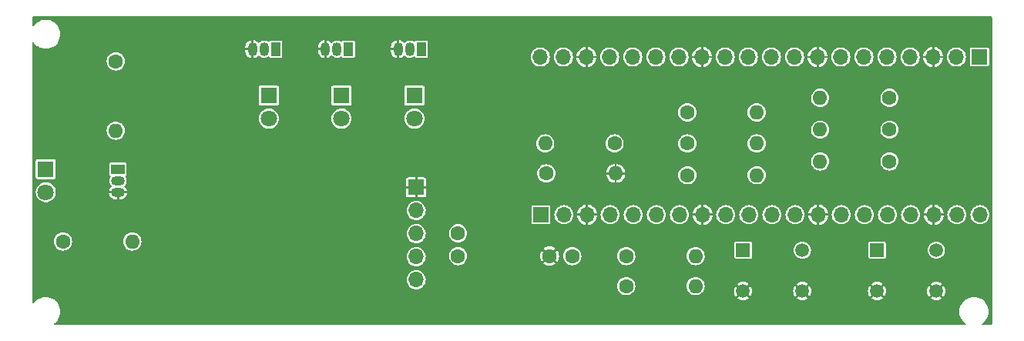
<source format=gbr>
%TF.GenerationSoftware,KiCad,Pcbnew,7.0.10*%
%TF.CreationDate,2024-12-18T16:05:21+01:00*%
%TF.ProjectId,transmitter,7472616e-736d-4697-9474-65722e6b6963,rev?*%
%TF.SameCoordinates,Original*%
%TF.FileFunction,Copper,L2,Bot*%
%TF.FilePolarity,Positive*%
%FSLAX46Y46*%
G04 Gerber Fmt 4.6, Leading zero omitted, Abs format (unit mm)*
G04 Created by KiCad (PCBNEW 7.0.10) date 2024-12-18 16:05:21*
%MOMM*%
%LPD*%
G01*
G04 APERTURE LIST*
%TA.AperFunction,ComponentPad*%
%ADD10C,1.600000*%
%TD*%
%TA.AperFunction,ComponentPad*%
%ADD11O,1.600000X1.600000*%
%TD*%
%TA.AperFunction,ComponentPad*%
%ADD12R,1.800000X1.800000*%
%TD*%
%TA.AperFunction,ComponentPad*%
%ADD13C,1.800000*%
%TD*%
%TA.AperFunction,ComponentPad*%
%ADD14R,1.508000X1.508000*%
%TD*%
%TA.AperFunction,ComponentPad*%
%ADD15C,1.508000*%
%TD*%
%TA.AperFunction,ComponentPad*%
%ADD16R,1.050000X1.500000*%
%TD*%
%TA.AperFunction,ComponentPad*%
%ADD17O,1.050000X1.500000*%
%TD*%
%TA.AperFunction,ComponentPad*%
%ADD18R,1.700000X1.700000*%
%TD*%
%TA.AperFunction,ComponentPad*%
%ADD19O,1.700000X1.700000*%
%TD*%
%TA.AperFunction,ComponentPad*%
%ADD20R,1.500000X1.050000*%
%TD*%
%TA.AperFunction,ComponentPad*%
%ADD21O,1.500000X1.050000*%
%TD*%
G04 APERTURE END LIST*
D10*
%TO.P,100R,1*%
%TO.N,Net-(D2-A)*%
X182000000Y-64000000D03*
D11*
%TO.P,100R,2*%
%TO.N,+3V3*%
X189620000Y-64000000D03*
%TD*%
D10*
%TO.P,C1,1*%
%TO.N,Net-(J3-Pin_4)*%
X156800000Y-72900000D03*
%TO.P,C1,2*%
%TO.N,/ADC_0*%
X156800000Y-70400000D03*
%TD*%
D12*
%TO.P,LED R,1,K*%
%TO.N,Net-(D4-K)*%
X152000000Y-55230000D03*
D13*
%TO.P,LED R,2,A*%
%TO.N,Net-(D4-A)*%
X152000000Y-57770000D03*
%TD*%
D10*
%TO.P,1k,1*%
%TO.N,/LED_Y*%
X204210000Y-59000000D03*
D11*
%TO.P,1k,2*%
%TO.N,Net-(Q3-B)*%
X196590000Y-59000000D03*
%TD*%
D14*
%TO.P,S1,1*%
%TO.N,Net-(R13-Pad1)*%
X188125000Y-72250000D03*
D15*
%TO.P,S1,2*%
X194625000Y-72250000D03*
%TO.P,S1,3*%
%TO.N,GND*%
X188125000Y-76750000D03*
%TO.P,S1,4*%
X194625000Y-76750000D03*
%TD*%
D14*
%TO.P,S2,1*%
%TO.N,/RUN*%
X202850000Y-72250000D03*
D15*
%TO.P,S2,2*%
X209350000Y-72250000D03*
%TO.P,S2,3*%
%TO.N,GND*%
X202850000Y-76750000D03*
%TO.P,S2,4*%
X209350000Y-76750000D03*
%TD*%
D10*
%TO.P,1k,1*%
%TO.N,/LED_R*%
X204210000Y-62500000D03*
D11*
%TO.P,1k,2*%
%TO.N,Net-(Q4-B)*%
X196590000Y-62500000D03*
%TD*%
D10*
%TO.P,100R,1*%
%TO.N,Net-(D1-A)*%
X113390000Y-71300000D03*
D11*
%TO.P,100R,2*%
%TO.N,+3V3*%
X121010000Y-71300000D03*
%TD*%
D16*
%TO.P,Q2,1,C*%
%TO.N,Net-(D2-K)*%
X136750000Y-50140000D03*
D17*
%TO.P,Q2,2,B*%
%TO.N,Net-(Q2-B)*%
X135480000Y-50140000D03*
%TO.P,Q2,3,E*%
%TO.N,GND*%
X134210000Y-50140000D03*
%TD*%
D12*
%TO.P,LED G,1,K*%
%TO.N,Net-(D2-K)*%
X136000000Y-55230000D03*
D13*
%TO.P,LED G,2,A*%
%TO.N,Net-(D2-A)*%
X136000000Y-57770000D03*
%TD*%
D10*
%TO.P,1k,1*%
%TO.N,/BUTTON*%
X175290000Y-76200000D03*
D11*
%TO.P,1k,2*%
%TO.N,Net-(R13-Pad1)*%
X182910000Y-76200000D03*
%TD*%
D10*
%TO.P,1k,1*%
%TO.N,/LED_IR*%
X119200000Y-51490000D03*
D11*
%TO.P,1k,2*%
%TO.N,Net-(Q1-B)*%
X119200000Y-59110000D03*
%TD*%
D10*
%TO.P,1k,1*%
%TO.N,/LED_G*%
X204210000Y-55500000D03*
D11*
%TO.P,1k,2*%
%TO.N,Net-(Q2-B)*%
X196590000Y-55500000D03*
%TD*%
D16*
%TO.P,Q3,1,C*%
%TO.N,Net-(D3-K)*%
X144750000Y-50140000D03*
D17*
%TO.P,Q3,2,B*%
%TO.N,Net-(Q3-B)*%
X143480000Y-50140000D03*
%TO.P,Q3,3,E*%
%TO.N,GND*%
X142210000Y-50140000D03*
%TD*%
D10*
%TO.P,4k7,1*%
%TO.N,+3V3*%
X174000000Y-60500000D03*
D11*
%TO.P,4k7,2*%
%TO.N,/ADC_0*%
X166380000Y-60500000D03*
%TD*%
D16*
%TO.P,Q4,1,C*%
%TO.N,Net-(D4-K)*%
X152750000Y-50140000D03*
D17*
%TO.P,Q4,2,B*%
%TO.N,Net-(Q4-B)*%
X151480000Y-50140000D03*
%TO.P,Q4,3,E*%
%TO.N,GND*%
X150210000Y-50140000D03*
%TD*%
D18*
%TO.P,J1,1,Pin_1*%
%TO.N,/LED_IR*%
X214100000Y-51000000D03*
D19*
%TO.P,J1,2,Pin_2*%
%TO.N,/LED_G*%
X211560000Y-51000000D03*
%TO.P,J1,3,Pin_3*%
%TO.N,GND*%
X209020000Y-51000000D03*
%TO.P,J1,4,Pin_4*%
%TO.N,/LED_Y*%
X206480000Y-51000000D03*
%TO.P,J1,5,Pin_5*%
%TO.N,/LED_R*%
X203940000Y-51000000D03*
%TO.P,J1,6,Pin_6*%
%TO.N,unconnected-(J1-Pin_6-Pad6)*%
X201400000Y-51000000D03*
%TO.P,J1,7,Pin_7*%
%TO.N,unconnected-(J1-Pin_7-Pad7)*%
X198860000Y-51000000D03*
%TO.P,J1,8,Pin_8*%
%TO.N,GND*%
X196320000Y-51000000D03*
%TO.P,J1,9,Pin_9*%
%TO.N,unconnected-(J1-Pin_9-Pad9)*%
X193780000Y-51000000D03*
%TO.P,J1,10,Pin_10*%
%TO.N,unconnected-(J1-Pin_10-Pad10)*%
X191240000Y-51000000D03*
%TO.P,J1,11,Pin_11*%
%TO.N,unconnected-(J1-Pin_11-Pad11)*%
X188700000Y-51000000D03*
%TO.P,J1,12,Pin_12*%
%TO.N,unconnected-(J1-Pin_12-Pad12)*%
X186160000Y-51000000D03*
%TO.P,J1,13,Pin_13*%
%TO.N,GND*%
X183620000Y-51000000D03*
%TO.P,J1,14,Pin_14*%
%TO.N,unconnected-(J1-Pin_14-Pad14)*%
X181080000Y-51000000D03*
%TO.P,J1,15,Pin_15*%
%TO.N,unconnected-(J1-Pin_15-Pad15)*%
X178540000Y-51000000D03*
%TO.P,J1,16,Pin_16*%
%TO.N,unconnected-(J1-Pin_16-Pad16)*%
X176000000Y-51000000D03*
%TO.P,J1,17,Pin_17*%
%TO.N,unconnected-(J1-Pin_17-Pad17)*%
X173460000Y-51000000D03*
%TO.P,J1,18,Pin_18*%
%TO.N,GND*%
X170920000Y-51000000D03*
%TO.P,J1,19,Pin_19*%
%TO.N,unconnected-(J1-Pin_19-Pad19)*%
X168380000Y-51000000D03*
%TO.P,J1,20,Pin_20*%
%TO.N,unconnected-(J1-Pin_20-Pad20)*%
X165840000Y-51000000D03*
%TD*%
D10*
%TO.P,80R,1*%
%TO.N,Net-(D3-A)*%
X182000000Y-60500000D03*
D11*
%TO.P,80R,2*%
%TO.N,+3V3*%
X189620000Y-60500000D03*
%TD*%
D12*
%TO.P,LED Y,1,K*%
%TO.N,Net-(D3-K)*%
X144000000Y-55230000D03*
D13*
%TO.P,LED Y,2,A*%
%TO.N,Net-(D3-A)*%
X144000000Y-57770000D03*
%TD*%
D18*
%TO.P,J2,1,Pin_1*%
%TO.N,/BUTTON*%
X165900000Y-68355000D03*
D19*
%TO.P,J2,2,Pin_2*%
%TO.N,unconnected-(J2-Pin_2-Pad2)*%
X168440000Y-68355000D03*
%TO.P,J2,3,Pin_3*%
%TO.N,GND*%
X170980000Y-68355000D03*
%TO.P,J2,4,Pin_4*%
%TO.N,unconnected-(J2-Pin_4-Pad4)*%
X173520000Y-68355000D03*
%TO.P,J2,5,Pin_5*%
%TO.N,unconnected-(J2-Pin_5-Pad5)*%
X176060000Y-68355000D03*
%TO.P,J2,6,Pin_6*%
%TO.N,unconnected-(J2-Pin_6-Pad6)*%
X178600000Y-68355000D03*
%TO.P,J2,7,Pin_7*%
%TO.N,unconnected-(J2-Pin_7-Pad7)*%
X181140000Y-68355000D03*
%TO.P,J2,8,Pin_8*%
%TO.N,GND*%
X183680000Y-68355000D03*
%TO.P,J2,9,Pin_9*%
%TO.N,unconnected-(J2-Pin_9-Pad9)*%
X186220000Y-68355000D03*
%TO.P,J2,10,Pin_10*%
%TO.N,/RUN*%
X188760000Y-68355000D03*
%TO.P,J2,11,Pin_11*%
%TO.N,/ADC_0*%
X191300000Y-68355000D03*
%TO.P,J2,12,Pin_12*%
%TO.N,unconnected-(J2-Pin_12-Pad12)*%
X193840000Y-68355000D03*
%TO.P,J2,13,Pin_13*%
%TO.N,GND*%
X196380000Y-68355000D03*
%TO.P,J2,14,Pin_14*%
%TO.N,unconnected-(J2-Pin_14-Pad14)*%
X198920000Y-68355000D03*
%TO.P,J2,15,Pin_15*%
%TO.N,unconnected-(J2-Pin_15-Pad15)*%
X201460000Y-68355000D03*
%TO.P,J2,16,Pin_16*%
%TO.N,+3V3*%
X204000000Y-68355000D03*
%TO.P,J2,17,Pin_17*%
%TO.N,unconnected-(J2-Pin_17-Pad17)*%
X206540000Y-68355000D03*
%TO.P,J2,18,Pin_18*%
%TO.N,GND*%
X209080000Y-68355000D03*
%TO.P,J2,19,Pin_19*%
%TO.N,unconnected-(J2-Pin_19-Pad19)*%
X211620000Y-68355000D03*
%TO.P,J2,20,Pin_20*%
%TO.N,+5V*%
X214160000Y-68355000D03*
%TD*%
D20*
%TO.P,Q1,1,C*%
%TO.N,Net-(D1-K)*%
X119440000Y-63330000D03*
D21*
%TO.P,Q1,2,B*%
%TO.N,Net-(Q1-B)*%
X119440000Y-64600000D03*
%TO.P,Q1,3,E*%
%TO.N,GND*%
X119440000Y-65870000D03*
%TD*%
D10*
%TO.P,4k7,1*%
%TO.N,/ADC_0*%
X166500000Y-63800000D03*
D11*
%TO.P,4k7,2*%
%TO.N,GND*%
X174120000Y-63800000D03*
%TD*%
D12*
%TO.P,LED IR,1,K*%
%TO.N,Net-(D1-K)*%
X111500000Y-63325000D03*
D13*
%TO.P,LED IR,2,A*%
%TO.N,Net-(D1-A)*%
X111500000Y-65865000D03*
%TD*%
D10*
%TO.P,120R,1*%
%TO.N,Net-(D4-A)*%
X182000000Y-57100000D03*
D11*
%TO.P,120R,2*%
%TO.N,+3V3*%
X189620000Y-57100000D03*
%TD*%
D10*
%TO.P,10k,1*%
%TO.N,Net-(R13-Pad1)*%
X175290000Y-72900000D03*
D11*
%TO.P,10k,2*%
%TO.N,+3V3*%
X182910000Y-72900000D03*
%TD*%
D10*
%TO.P,C2,1*%
%TO.N,/BUTTON*%
X169350000Y-72900000D03*
%TO.P,C2,2*%
%TO.N,GND*%
X166850000Y-72900000D03*
%TD*%
D18*
%TO.P,J3,1,Pin_1*%
%TO.N,GND*%
X152200000Y-65350000D03*
D19*
%TO.P,J3,2,Pin_2*%
%TO.N,+5V*%
X152200000Y-67890000D03*
%TO.P,J3,3,Pin_3*%
X152200000Y-70430000D03*
%TO.P,J3,4,Pin_4*%
%TO.N,Net-(J3-Pin_4)*%
X152200000Y-72970000D03*
%TO.P,J3,5,Pin_5*%
%TO.N,unconnected-(J3-Pin_5-Pad5)*%
X152200000Y-75510000D03*
%TD*%
%TA.AperFunction,Conductor*%
%TO.N,GND*%
G36*
X215309561Y-46501902D02*
G01*
X215357222Y-46511382D01*
X215392908Y-46526163D01*
X215425050Y-46547640D01*
X215452359Y-46574949D01*
X215473328Y-46606330D01*
X215473835Y-46607089D01*
X215488616Y-46642775D01*
X215498097Y-46690436D01*
X215500000Y-46709751D01*
X215500000Y-80290248D01*
X215498097Y-80309563D01*
X215488616Y-80357224D01*
X215473835Y-80392910D01*
X215452362Y-80425047D01*
X215425047Y-80452362D01*
X215392910Y-80473835D01*
X215357224Y-80488616D01*
X215309563Y-80498097D01*
X215290248Y-80500000D01*
X214466417Y-80500000D01*
X214408226Y-80481093D01*
X214372262Y-80431593D01*
X214372262Y-80370407D01*
X214408226Y-80320907D01*
X214414689Y-80316589D01*
X214426157Y-80309561D01*
X214443659Y-80298836D01*
X214635224Y-80135224D01*
X214798836Y-79943659D01*
X214930466Y-79728859D01*
X215026873Y-79496111D01*
X215085683Y-79251148D01*
X215105449Y-79000000D01*
X215085683Y-78748852D01*
X215026873Y-78503889D01*
X214930466Y-78271141D01*
X214798836Y-78056341D01*
X214798831Y-78056335D01*
X214635232Y-77864785D01*
X214635229Y-77864782D01*
X214635224Y-77864776D01*
X214635217Y-77864770D01*
X214635214Y-77864767D01*
X214443664Y-77701168D01*
X214443656Y-77701162D01*
X214228862Y-77569535D01*
X214228856Y-77569532D01*
X213996112Y-77473127D01*
X213996113Y-77473127D01*
X213751146Y-77414316D01*
X213637306Y-77405357D01*
X213562882Y-77399500D01*
X213437118Y-77399500D01*
X213366671Y-77405044D01*
X213248853Y-77414316D01*
X213003886Y-77473127D01*
X212771143Y-77569532D01*
X212771137Y-77569535D01*
X212556343Y-77701162D01*
X212556335Y-77701168D01*
X212364785Y-77864767D01*
X212364767Y-77864785D01*
X212201168Y-78056335D01*
X212201162Y-78056343D01*
X212069535Y-78271137D01*
X212069532Y-78271143D01*
X211973127Y-78503886D01*
X211914316Y-78748853D01*
X211894551Y-79000000D01*
X211914316Y-79251146D01*
X211973127Y-79496113D01*
X212069532Y-79728856D01*
X212069535Y-79728862D01*
X212201162Y-79943656D01*
X212201164Y-79943659D01*
X212364776Y-80135224D01*
X212556341Y-80298836D01*
X212556343Y-80298837D01*
X212585311Y-80316589D01*
X212625047Y-80363115D01*
X212629848Y-80424111D01*
X212597878Y-80476280D01*
X212541350Y-80499695D01*
X212533583Y-80500000D01*
X112466417Y-80500000D01*
X112408226Y-80481093D01*
X112372262Y-80431593D01*
X112372262Y-80370407D01*
X112408226Y-80320907D01*
X112414689Y-80316589D01*
X112426157Y-80309561D01*
X112443659Y-80298836D01*
X112635224Y-80135224D01*
X112798836Y-79943659D01*
X112930466Y-79728859D01*
X113026873Y-79496111D01*
X113085683Y-79251148D01*
X113105449Y-79000000D01*
X113085683Y-78748852D01*
X113026873Y-78503889D01*
X112930466Y-78271141D01*
X112798836Y-78056341D01*
X112798831Y-78056335D01*
X112635232Y-77864785D01*
X112635229Y-77864782D01*
X112635224Y-77864776D01*
X112635217Y-77864770D01*
X112635214Y-77864767D01*
X112443664Y-77701168D01*
X112443656Y-77701162D01*
X112228862Y-77569535D01*
X112228856Y-77569532D01*
X111996112Y-77473127D01*
X111996113Y-77473127D01*
X111751146Y-77414316D01*
X111637306Y-77405357D01*
X111562882Y-77399500D01*
X111437118Y-77399500D01*
X111366671Y-77405044D01*
X111248853Y-77414316D01*
X111003886Y-77473127D01*
X110771143Y-77569532D01*
X110771137Y-77569535D01*
X110556343Y-77701162D01*
X110556335Y-77701168D01*
X110364785Y-77864767D01*
X110364767Y-77864785D01*
X110201168Y-78056335D01*
X110201162Y-78056343D01*
X110183411Y-78085311D01*
X110136885Y-78125047D01*
X110075889Y-78129848D01*
X110023720Y-78097878D01*
X110000305Y-78041350D01*
X110000000Y-78033583D01*
X110000000Y-75510003D01*
X151144417Y-75510003D01*
X151164698Y-75715929D01*
X151164699Y-75715934D01*
X151224768Y-75913954D01*
X151322316Y-76096452D01*
X151407296Y-76200000D01*
X151453590Y-76256410D01*
X151453595Y-76256414D01*
X151613547Y-76387683D01*
X151613548Y-76387683D01*
X151613550Y-76387685D01*
X151796046Y-76485232D01*
X151933997Y-76527078D01*
X151994065Y-76545300D01*
X151994070Y-76545301D01*
X152199997Y-76565583D01*
X152200000Y-76565583D01*
X152200003Y-76565583D01*
X152405929Y-76545301D01*
X152405934Y-76545300D01*
X152603954Y-76485232D01*
X152786450Y-76387685D01*
X152946410Y-76256410D01*
X152992702Y-76200003D01*
X174284659Y-76200003D01*
X174303974Y-76396126D01*
X174303975Y-76396129D01*
X174303976Y-76396132D01*
X174347665Y-76540156D01*
X174361187Y-76584730D01*
X174361188Y-76584732D01*
X174411101Y-76678111D01*
X174454090Y-76758538D01*
X174454092Y-76758540D01*
X174454093Y-76758542D01*
X174579112Y-76910878D01*
X174579121Y-76910887D01*
X174731457Y-77035906D01*
X174731462Y-77035910D01*
X174905273Y-77128814D01*
X175093868Y-77186024D01*
X175093870Y-77186024D01*
X175093873Y-77186025D01*
X175289997Y-77205341D01*
X175290000Y-77205341D01*
X175290003Y-77205341D01*
X175486126Y-77186025D01*
X175486127Y-77186024D01*
X175486132Y-77186024D01*
X175674727Y-77128814D01*
X175848538Y-77035910D01*
X176000883Y-76910883D01*
X176125910Y-76758538D01*
X176218814Y-76584727D01*
X176276024Y-76396132D01*
X176276857Y-76387683D01*
X176295341Y-76200003D01*
X181904659Y-76200003D01*
X181923974Y-76396126D01*
X181923975Y-76396129D01*
X181923976Y-76396132D01*
X181967665Y-76540156D01*
X181981187Y-76584730D01*
X181981188Y-76584732D01*
X182031101Y-76678111D01*
X182074090Y-76758538D01*
X182074092Y-76758540D01*
X182074093Y-76758542D01*
X182199112Y-76910878D01*
X182199121Y-76910887D01*
X182351457Y-77035906D01*
X182351462Y-77035910D01*
X182525273Y-77128814D01*
X182713868Y-77186024D01*
X182713870Y-77186024D01*
X182713873Y-77186025D01*
X182909997Y-77205341D01*
X182910000Y-77205341D01*
X182910003Y-77205341D01*
X183106126Y-77186025D01*
X183106127Y-77186024D01*
X183106132Y-77186024D01*
X183294727Y-77128814D01*
X183468538Y-77035910D01*
X183620883Y-76910883D01*
X183745910Y-76758538D01*
X183750472Y-76750003D01*
X187116142Y-76750003D01*
X187135525Y-76946813D01*
X187135526Y-76946818D01*
X187192937Y-77136073D01*
X187192939Y-77136078D01*
X187286161Y-77310484D01*
X187286167Y-77310494D01*
X187331945Y-77366275D01*
X187694015Y-77004204D01*
X187743239Y-77080798D01*
X187851900Y-77174952D01*
X187869010Y-77182765D01*
X187508723Y-77543053D01*
X187564505Y-77588832D01*
X187564515Y-77588838D01*
X187738921Y-77682060D01*
X187738926Y-77682062D01*
X187928181Y-77739473D01*
X187928186Y-77739474D01*
X188124997Y-77758858D01*
X188125003Y-77758858D01*
X188321813Y-77739474D01*
X188321818Y-77739473D01*
X188511073Y-77682062D01*
X188511078Y-77682060D01*
X188685484Y-77588839D01*
X188685490Y-77588835D01*
X188741275Y-77543053D01*
X188380988Y-77182766D01*
X188398100Y-77174952D01*
X188506761Y-77080798D01*
X188555983Y-77004205D01*
X188918053Y-77366275D01*
X188963835Y-77310490D01*
X188963839Y-77310484D01*
X189057060Y-77136078D01*
X189057062Y-77136073D01*
X189114473Y-76946818D01*
X189114474Y-76946813D01*
X189133858Y-76750003D01*
X193616142Y-76750003D01*
X193635525Y-76946813D01*
X193635526Y-76946818D01*
X193692937Y-77136073D01*
X193692939Y-77136078D01*
X193786161Y-77310484D01*
X193786167Y-77310494D01*
X193831945Y-77366275D01*
X194194015Y-77004204D01*
X194243239Y-77080798D01*
X194351900Y-77174952D01*
X194369010Y-77182765D01*
X194008723Y-77543053D01*
X194064505Y-77588832D01*
X194064515Y-77588838D01*
X194238921Y-77682060D01*
X194238926Y-77682062D01*
X194428181Y-77739473D01*
X194428186Y-77739474D01*
X194624997Y-77758858D01*
X194625003Y-77758858D01*
X194821813Y-77739474D01*
X194821818Y-77739473D01*
X195011073Y-77682062D01*
X195011078Y-77682060D01*
X195185484Y-77588839D01*
X195185490Y-77588835D01*
X195241275Y-77543053D01*
X194880988Y-77182766D01*
X194898100Y-77174952D01*
X195006761Y-77080798D01*
X195055983Y-77004205D01*
X195418053Y-77366275D01*
X195463835Y-77310490D01*
X195463839Y-77310484D01*
X195557060Y-77136078D01*
X195557062Y-77136073D01*
X195614473Y-76946818D01*
X195614474Y-76946813D01*
X195633858Y-76750003D01*
X201841142Y-76750003D01*
X201860525Y-76946813D01*
X201860526Y-76946818D01*
X201917937Y-77136073D01*
X201917939Y-77136078D01*
X202011161Y-77310484D01*
X202011167Y-77310494D01*
X202056945Y-77366275D01*
X202419015Y-77004204D01*
X202468239Y-77080798D01*
X202576900Y-77174952D01*
X202594010Y-77182765D01*
X202233723Y-77543053D01*
X202289505Y-77588832D01*
X202289515Y-77588838D01*
X202463921Y-77682060D01*
X202463926Y-77682062D01*
X202653181Y-77739473D01*
X202653186Y-77739474D01*
X202849997Y-77758858D01*
X202850003Y-77758858D01*
X203046813Y-77739474D01*
X203046818Y-77739473D01*
X203236073Y-77682062D01*
X203236078Y-77682060D01*
X203410484Y-77588839D01*
X203410490Y-77588835D01*
X203466275Y-77543053D01*
X203105988Y-77182766D01*
X203123100Y-77174952D01*
X203231761Y-77080798D01*
X203280983Y-77004205D01*
X203643053Y-77366275D01*
X203688835Y-77310490D01*
X203688839Y-77310484D01*
X203782060Y-77136078D01*
X203782062Y-77136073D01*
X203839473Y-76946818D01*
X203839474Y-76946813D01*
X203858858Y-76750003D01*
X208341142Y-76750003D01*
X208360525Y-76946813D01*
X208360526Y-76946818D01*
X208417937Y-77136073D01*
X208417939Y-77136078D01*
X208511161Y-77310484D01*
X208511167Y-77310494D01*
X208556945Y-77366275D01*
X208919015Y-77004204D01*
X208968239Y-77080798D01*
X209076900Y-77174952D01*
X209094010Y-77182765D01*
X208733723Y-77543053D01*
X208789505Y-77588832D01*
X208789515Y-77588838D01*
X208963921Y-77682060D01*
X208963926Y-77682062D01*
X209153181Y-77739473D01*
X209153186Y-77739474D01*
X209349997Y-77758858D01*
X209350003Y-77758858D01*
X209546813Y-77739474D01*
X209546818Y-77739473D01*
X209736073Y-77682062D01*
X209736078Y-77682060D01*
X209910484Y-77588839D01*
X209910490Y-77588835D01*
X209966275Y-77543053D01*
X209605988Y-77182766D01*
X209623100Y-77174952D01*
X209731761Y-77080798D01*
X209780983Y-77004205D01*
X210143053Y-77366275D01*
X210188835Y-77310490D01*
X210188839Y-77310484D01*
X210282060Y-77136078D01*
X210282062Y-77136073D01*
X210339473Y-76946818D01*
X210339474Y-76946813D01*
X210358858Y-76750003D01*
X210358858Y-76749996D01*
X210339474Y-76553186D01*
X210339473Y-76553181D01*
X210282062Y-76363926D01*
X210282060Y-76363921D01*
X210188838Y-76189515D01*
X210188832Y-76189505D01*
X210143053Y-76133723D01*
X209780982Y-76495793D01*
X209731761Y-76419202D01*
X209623100Y-76325048D01*
X209605987Y-76317232D01*
X209966275Y-75956945D01*
X209910494Y-75911167D01*
X209910484Y-75911161D01*
X209736078Y-75817939D01*
X209736073Y-75817937D01*
X209546818Y-75760526D01*
X209546813Y-75760525D01*
X209350003Y-75741142D01*
X209349997Y-75741142D01*
X209153186Y-75760525D01*
X209153181Y-75760526D01*
X208963926Y-75817937D01*
X208963921Y-75817939D01*
X208789512Y-75911162D01*
X208789507Y-75911165D01*
X208733723Y-75956944D01*
X208733723Y-75956945D01*
X209094011Y-76317233D01*
X209076900Y-76325048D01*
X208968239Y-76419202D01*
X208919016Y-76495794D01*
X208556945Y-76133723D01*
X208556944Y-76133723D01*
X208511165Y-76189507D01*
X208511162Y-76189512D01*
X208417939Y-76363921D01*
X208417937Y-76363926D01*
X208360526Y-76553181D01*
X208360525Y-76553186D01*
X208341142Y-76749996D01*
X208341142Y-76750003D01*
X203858858Y-76750003D01*
X203858858Y-76749996D01*
X203839474Y-76553186D01*
X203839473Y-76553181D01*
X203782062Y-76363926D01*
X203782060Y-76363921D01*
X203688838Y-76189515D01*
X203688832Y-76189505D01*
X203643053Y-76133723D01*
X203280982Y-76495793D01*
X203231761Y-76419202D01*
X203123100Y-76325048D01*
X203105987Y-76317232D01*
X203466275Y-75956945D01*
X203410494Y-75911167D01*
X203410484Y-75911161D01*
X203236078Y-75817939D01*
X203236073Y-75817937D01*
X203046818Y-75760526D01*
X203046813Y-75760525D01*
X202850003Y-75741142D01*
X202849997Y-75741142D01*
X202653186Y-75760525D01*
X202653181Y-75760526D01*
X202463926Y-75817937D01*
X202463921Y-75817939D01*
X202289512Y-75911162D01*
X202289507Y-75911165D01*
X202233723Y-75956944D01*
X202233723Y-75956945D01*
X202594011Y-76317233D01*
X202576900Y-76325048D01*
X202468239Y-76419202D01*
X202419016Y-76495794D01*
X202056945Y-76133723D01*
X202056944Y-76133723D01*
X202011165Y-76189507D01*
X202011162Y-76189512D01*
X201917939Y-76363921D01*
X201917937Y-76363926D01*
X201860526Y-76553181D01*
X201860525Y-76553186D01*
X201841142Y-76749996D01*
X201841142Y-76750003D01*
X195633858Y-76750003D01*
X195633858Y-76749996D01*
X195614474Y-76553186D01*
X195614473Y-76553181D01*
X195557062Y-76363926D01*
X195557060Y-76363921D01*
X195463838Y-76189515D01*
X195463832Y-76189505D01*
X195418053Y-76133723D01*
X195055982Y-76495793D01*
X195006761Y-76419202D01*
X194898100Y-76325048D01*
X194880987Y-76317232D01*
X195241275Y-75956945D01*
X195185494Y-75911167D01*
X195185484Y-75911161D01*
X195011078Y-75817939D01*
X195011073Y-75817937D01*
X194821818Y-75760526D01*
X194821813Y-75760525D01*
X194625003Y-75741142D01*
X194624997Y-75741142D01*
X194428186Y-75760525D01*
X194428181Y-75760526D01*
X194238926Y-75817937D01*
X194238921Y-75817939D01*
X194064512Y-75911162D01*
X194064507Y-75911165D01*
X194008723Y-75956944D01*
X194008723Y-75956945D01*
X194369011Y-76317233D01*
X194351900Y-76325048D01*
X194243239Y-76419202D01*
X194194016Y-76495794D01*
X193831945Y-76133723D01*
X193831944Y-76133723D01*
X193786165Y-76189507D01*
X193786162Y-76189512D01*
X193692939Y-76363921D01*
X193692937Y-76363926D01*
X193635526Y-76553181D01*
X193635525Y-76553186D01*
X193616142Y-76749996D01*
X193616142Y-76750003D01*
X189133858Y-76750003D01*
X189133858Y-76749996D01*
X189114474Y-76553186D01*
X189114473Y-76553181D01*
X189057062Y-76363926D01*
X189057060Y-76363921D01*
X188963838Y-76189515D01*
X188963832Y-76189505D01*
X188918053Y-76133723D01*
X188555982Y-76495793D01*
X188506761Y-76419202D01*
X188398100Y-76325048D01*
X188380987Y-76317232D01*
X188741275Y-75956945D01*
X188685494Y-75911167D01*
X188685484Y-75911161D01*
X188511078Y-75817939D01*
X188511073Y-75817937D01*
X188321818Y-75760526D01*
X188321813Y-75760525D01*
X188125003Y-75741142D01*
X188124997Y-75741142D01*
X187928186Y-75760525D01*
X187928181Y-75760526D01*
X187738926Y-75817937D01*
X187738921Y-75817939D01*
X187564512Y-75911162D01*
X187564507Y-75911165D01*
X187508723Y-75956944D01*
X187508723Y-75956945D01*
X187869011Y-76317233D01*
X187851900Y-76325048D01*
X187743239Y-76419202D01*
X187694016Y-76495794D01*
X187331945Y-76133723D01*
X187331944Y-76133723D01*
X187286165Y-76189507D01*
X187286162Y-76189512D01*
X187192939Y-76363921D01*
X187192937Y-76363926D01*
X187135526Y-76553181D01*
X187135525Y-76553186D01*
X187116142Y-76749996D01*
X187116142Y-76750003D01*
X183750472Y-76750003D01*
X183838814Y-76584727D01*
X183896024Y-76396132D01*
X183896857Y-76387683D01*
X183915341Y-76200003D01*
X183915341Y-76199996D01*
X183896025Y-76003873D01*
X183896024Y-76003870D01*
X183896024Y-76003868D01*
X183838814Y-75815273D01*
X183745910Y-75641462D01*
X183638024Y-75510003D01*
X183620887Y-75489121D01*
X183620878Y-75489112D01*
X183468542Y-75364093D01*
X183468540Y-75364092D01*
X183468538Y-75364090D01*
X183356249Y-75304070D01*
X183294732Y-75271188D01*
X183294730Y-75271187D01*
X183106129Y-75213975D01*
X183106126Y-75213974D01*
X182910003Y-75194659D01*
X182909997Y-75194659D01*
X182713873Y-75213974D01*
X182713870Y-75213975D01*
X182525269Y-75271187D01*
X182525267Y-75271188D01*
X182351467Y-75364087D01*
X182351457Y-75364093D01*
X182199121Y-75489112D01*
X182199112Y-75489121D01*
X182074093Y-75641457D01*
X182074087Y-75641467D01*
X181981188Y-75815267D01*
X181981187Y-75815269D01*
X181923975Y-76003870D01*
X181923974Y-76003873D01*
X181904659Y-76199996D01*
X181904659Y-76200003D01*
X176295341Y-76200003D01*
X176295341Y-76199996D01*
X176276025Y-76003873D01*
X176276024Y-76003870D01*
X176276024Y-76003868D01*
X176218814Y-75815273D01*
X176125910Y-75641462D01*
X176018024Y-75510003D01*
X176000887Y-75489121D01*
X176000878Y-75489112D01*
X175848542Y-75364093D01*
X175848540Y-75364092D01*
X175848538Y-75364090D01*
X175736249Y-75304070D01*
X175674732Y-75271188D01*
X175674730Y-75271187D01*
X175486129Y-75213975D01*
X175486126Y-75213974D01*
X175290003Y-75194659D01*
X175289997Y-75194659D01*
X175093873Y-75213974D01*
X175093870Y-75213975D01*
X174905269Y-75271187D01*
X174905267Y-75271188D01*
X174731467Y-75364087D01*
X174731457Y-75364093D01*
X174579121Y-75489112D01*
X174579112Y-75489121D01*
X174454093Y-75641457D01*
X174454087Y-75641467D01*
X174361188Y-75815267D01*
X174361187Y-75815269D01*
X174303975Y-76003870D01*
X174303974Y-76003873D01*
X174284659Y-76199996D01*
X174284659Y-76200003D01*
X152992702Y-76200003D01*
X153077685Y-76096450D01*
X153175232Y-75913954D01*
X153235300Y-75715934D01*
X153235301Y-75715929D01*
X153255583Y-75510003D01*
X153255583Y-75509996D01*
X153235301Y-75304070D01*
X153235300Y-75304065D01*
X153207972Y-75213976D01*
X153175232Y-75106046D01*
X153077685Y-74923550D01*
X152946410Y-74763590D01*
X152946404Y-74763585D01*
X152786452Y-74632316D01*
X152603954Y-74534768D01*
X152405934Y-74474699D01*
X152405929Y-74474698D01*
X152200003Y-74454417D01*
X152199997Y-74454417D01*
X151994070Y-74474698D01*
X151994065Y-74474699D01*
X151796045Y-74534768D01*
X151613547Y-74632316D01*
X151453595Y-74763585D01*
X151453585Y-74763595D01*
X151322316Y-74923547D01*
X151224768Y-75106045D01*
X151164699Y-75304065D01*
X151164698Y-75304070D01*
X151144417Y-75509996D01*
X151144417Y-75510003D01*
X110000000Y-75510003D01*
X110000000Y-72970003D01*
X151144417Y-72970003D01*
X151164698Y-73175929D01*
X151164699Y-73175934D01*
X151224768Y-73373954D01*
X151322316Y-73556452D01*
X151366990Y-73610887D01*
X151453590Y-73716410D01*
X151453595Y-73716414D01*
X151613547Y-73847683D01*
X151613548Y-73847683D01*
X151613550Y-73847685D01*
X151796046Y-73945232D01*
X151933997Y-73987078D01*
X151994065Y-74005300D01*
X151994070Y-74005301D01*
X152199997Y-74025583D01*
X152200000Y-74025583D01*
X152200003Y-74025583D01*
X152405929Y-74005301D01*
X152405934Y-74005300D01*
X152603954Y-73945232D01*
X152786450Y-73847685D01*
X152946410Y-73716410D01*
X153077685Y-73556450D01*
X153175232Y-73373954D01*
X153235300Y-73175934D01*
X153235301Y-73175929D01*
X153255583Y-72970003D01*
X153255583Y-72969996D01*
X153248689Y-72900003D01*
X155794659Y-72900003D01*
X155813974Y-73096126D01*
X155813975Y-73096129D01*
X155871187Y-73284730D01*
X155871188Y-73284732D01*
X155881360Y-73303762D01*
X155964090Y-73458538D01*
X155964092Y-73458540D01*
X155964093Y-73458542D01*
X156089112Y-73610878D01*
X156089121Y-73610887D01*
X156217694Y-73716404D01*
X156241462Y-73735910D01*
X156415273Y-73828814D01*
X156603868Y-73886024D01*
X156603870Y-73886024D01*
X156603873Y-73886025D01*
X156799997Y-73905341D01*
X156800000Y-73905341D01*
X156800003Y-73905341D01*
X156996126Y-73886025D01*
X156996127Y-73886024D01*
X156996132Y-73886024D01*
X157184727Y-73828814D01*
X157358538Y-73735910D01*
X157510883Y-73610883D01*
X157635910Y-73458538D01*
X157728814Y-73284727D01*
X157786024Y-73096132D01*
X157787394Y-73082231D01*
X157805341Y-72900004D01*
X165794919Y-72900004D01*
X165815190Y-73105830D01*
X165815191Y-73105836D01*
X165875232Y-73303762D01*
X165875234Y-73303767D01*
X165972728Y-73486165D01*
X165972734Y-73486175D01*
X166024260Y-73548960D01*
X166492930Y-73080289D01*
X166522359Y-73138045D01*
X166611955Y-73227641D01*
X166669708Y-73257067D01*
X166201038Y-73725738D01*
X166263824Y-73777265D01*
X166263834Y-73777271D01*
X166446232Y-73874765D01*
X166446237Y-73874767D01*
X166644163Y-73934808D01*
X166644169Y-73934809D01*
X166849996Y-73955081D01*
X166850004Y-73955081D01*
X167055830Y-73934809D01*
X167055836Y-73934808D01*
X167253762Y-73874767D01*
X167253767Y-73874765D01*
X167436165Y-73777272D01*
X167436171Y-73777268D01*
X167498960Y-73725738D01*
X167030290Y-73257068D01*
X167088045Y-73227641D01*
X167177641Y-73138045D01*
X167207068Y-73080290D01*
X167675738Y-73548960D01*
X167727268Y-73486171D01*
X167727272Y-73486165D01*
X167824765Y-73303767D01*
X167824767Y-73303762D01*
X167884808Y-73105836D01*
X167884809Y-73105830D01*
X167905081Y-72900004D01*
X167905081Y-72900003D01*
X168344659Y-72900003D01*
X168363974Y-73096126D01*
X168363975Y-73096129D01*
X168421187Y-73284730D01*
X168421188Y-73284732D01*
X168431360Y-73303762D01*
X168514090Y-73458538D01*
X168514092Y-73458540D01*
X168514093Y-73458542D01*
X168639112Y-73610878D01*
X168639121Y-73610887D01*
X168767694Y-73716404D01*
X168791462Y-73735910D01*
X168965273Y-73828814D01*
X169153868Y-73886024D01*
X169153870Y-73886024D01*
X169153873Y-73886025D01*
X169349997Y-73905341D01*
X169350000Y-73905341D01*
X169350003Y-73905341D01*
X169546126Y-73886025D01*
X169546127Y-73886024D01*
X169546132Y-73886024D01*
X169734727Y-73828814D01*
X169908538Y-73735910D01*
X170060883Y-73610883D01*
X170185910Y-73458538D01*
X170278814Y-73284727D01*
X170336024Y-73096132D01*
X170337394Y-73082231D01*
X170355341Y-72900003D01*
X174284659Y-72900003D01*
X174303974Y-73096126D01*
X174303975Y-73096129D01*
X174361187Y-73284730D01*
X174361188Y-73284732D01*
X174371360Y-73303762D01*
X174454090Y-73458538D01*
X174454092Y-73458540D01*
X174454093Y-73458542D01*
X174579112Y-73610878D01*
X174579121Y-73610887D01*
X174707694Y-73716404D01*
X174731462Y-73735910D01*
X174905273Y-73828814D01*
X175093868Y-73886024D01*
X175093870Y-73886024D01*
X175093873Y-73886025D01*
X175289997Y-73905341D01*
X175290000Y-73905341D01*
X175290003Y-73905341D01*
X175486126Y-73886025D01*
X175486127Y-73886024D01*
X175486132Y-73886024D01*
X175674727Y-73828814D01*
X175848538Y-73735910D01*
X176000883Y-73610883D01*
X176125910Y-73458538D01*
X176218814Y-73284727D01*
X176276024Y-73096132D01*
X176277394Y-73082231D01*
X176295341Y-72900003D01*
X181904659Y-72900003D01*
X181923974Y-73096126D01*
X181923975Y-73096129D01*
X181981187Y-73284730D01*
X181981188Y-73284732D01*
X181991360Y-73303762D01*
X182074090Y-73458538D01*
X182074092Y-73458540D01*
X182074093Y-73458542D01*
X182199112Y-73610878D01*
X182199121Y-73610887D01*
X182327694Y-73716404D01*
X182351462Y-73735910D01*
X182525273Y-73828814D01*
X182713868Y-73886024D01*
X182713870Y-73886024D01*
X182713873Y-73886025D01*
X182909997Y-73905341D01*
X182910000Y-73905341D01*
X182910003Y-73905341D01*
X183106126Y-73886025D01*
X183106127Y-73886024D01*
X183106132Y-73886024D01*
X183294727Y-73828814D01*
X183468538Y-73735910D01*
X183620883Y-73610883D01*
X183745910Y-73458538D01*
X183838814Y-73284727D01*
X183896024Y-73096132D01*
X183897394Y-73082231D01*
X183903154Y-73023746D01*
X187170500Y-73023746D01*
X187170501Y-73023758D01*
X187182132Y-73082227D01*
X187182134Y-73082233D01*
X187219427Y-73138045D01*
X187226448Y-73148552D01*
X187292769Y-73192867D01*
X187337231Y-73201711D01*
X187351241Y-73204498D01*
X187351246Y-73204498D01*
X187351252Y-73204500D01*
X187351253Y-73204500D01*
X188898747Y-73204500D01*
X188898748Y-73204500D01*
X188957231Y-73192867D01*
X189023552Y-73148552D01*
X189067867Y-73082231D01*
X189079500Y-73023748D01*
X189079500Y-72250004D01*
X193665882Y-72250004D01*
X193684309Y-72437109D01*
X193684310Y-72437112D01*
X193684311Y-72437115D01*
X193738891Y-72617039D01*
X193738894Y-72617044D01*
X193738895Y-72617047D01*
X193827520Y-72782854D01*
X193923658Y-72899999D01*
X193946801Y-72928199D01*
X193946806Y-72928203D01*
X194092145Y-73047479D01*
X194201313Y-73105830D01*
X194257961Y-73136109D01*
X194437885Y-73190689D01*
X194437887Y-73190689D01*
X194437890Y-73190690D01*
X194624996Y-73209118D01*
X194625000Y-73209118D01*
X194625004Y-73209118D01*
X194812109Y-73190690D01*
X194812110Y-73190689D01*
X194812115Y-73190689D01*
X194992039Y-73136109D01*
X195103041Y-73076777D01*
X195157854Y-73047479D01*
X195157855Y-73047477D01*
X195157857Y-73047477D01*
X195186774Y-73023746D01*
X201895500Y-73023746D01*
X201895501Y-73023758D01*
X201907132Y-73082227D01*
X201907134Y-73082233D01*
X201944427Y-73138045D01*
X201951448Y-73148552D01*
X202017769Y-73192867D01*
X202062231Y-73201711D01*
X202076241Y-73204498D01*
X202076246Y-73204498D01*
X202076252Y-73204500D01*
X202076253Y-73204500D01*
X203623747Y-73204500D01*
X203623748Y-73204500D01*
X203682231Y-73192867D01*
X203748552Y-73148552D01*
X203792867Y-73082231D01*
X203804500Y-73023748D01*
X203804500Y-72250004D01*
X208390882Y-72250004D01*
X208409309Y-72437109D01*
X208409310Y-72437112D01*
X208409311Y-72437115D01*
X208463891Y-72617039D01*
X208463894Y-72617044D01*
X208463895Y-72617047D01*
X208552520Y-72782854D01*
X208648658Y-72899999D01*
X208671801Y-72928199D01*
X208671806Y-72928203D01*
X208817145Y-73047479D01*
X208926313Y-73105830D01*
X208982961Y-73136109D01*
X209162885Y-73190689D01*
X209162887Y-73190689D01*
X209162890Y-73190690D01*
X209349996Y-73209118D01*
X209350000Y-73209118D01*
X209350004Y-73209118D01*
X209537109Y-73190690D01*
X209537110Y-73190689D01*
X209537115Y-73190689D01*
X209717039Y-73136109D01*
X209828041Y-73076777D01*
X209882854Y-73047479D01*
X209882855Y-73047477D01*
X209882857Y-73047477D01*
X210028199Y-72928199D01*
X210147477Y-72782857D01*
X210236109Y-72617039D01*
X210290689Y-72437115D01*
X210300110Y-72341467D01*
X210309118Y-72250004D01*
X210309118Y-72249995D01*
X210290690Y-72062890D01*
X210290689Y-72062887D01*
X210290689Y-72062885D01*
X210236109Y-71882961D01*
X210215775Y-71844919D01*
X210147479Y-71717145D01*
X210028203Y-71571806D01*
X210028199Y-71571801D01*
X210028193Y-71571796D01*
X209882854Y-71452520D01*
X209717047Y-71363895D01*
X209717044Y-71363894D01*
X209717039Y-71363891D01*
X209537115Y-71309311D01*
X209537112Y-71309310D01*
X209537109Y-71309309D01*
X209350004Y-71290882D01*
X209349996Y-71290882D01*
X209162890Y-71309309D01*
X209162887Y-71309310D01*
X208982964Y-71363890D01*
X208982961Y-71363891D01*
X208982958Y-71363892D01*
X208982952Y-71363895D01*
X208817145Y-71452520D01*
X208671806Y-71571796D01*
X208671796Y-71571806D01*
X208552520Y-71717145D01*
X208463895Y-71882952D01*
X208463890Y-71882964D01*
X208409310Y-72062887D01*
X208409309Y-72062890D01*
X208390882Y-72249995D01*
X208390882Y-72250004D01*
X203804500Y-72250004D01*
X203804500Y-71476252D01*
X203792867Y-71417769D01*
X203748552Y-71351448D01*
X203748548Y-71351445D01*
X203682233Y-71307134D01*
X203682231Y-71307133D01*
X203682228Y-71307132D01*
X203682227Y-71307132D01*
X203623758Y-71295501D01*
X203623748Y-71295500D01*
X202076252Y-71295500D01*
X202076251Y-71295500D01*
X202076241Y-71295501D01*
X202017772Y-71307132D01*
X202017766Y-71307134D01*
X201951451Y-71351445D01*
X201951445Y-71351451D01*
X201907134Y-71417766D01*
X201907132Y-71417772D01*
X201895501Y-71476241D01*
X201895500Y-71476253D01*
X201895500Y-73023746D01*
X195186774Y-73023746D01*
X195303199Y-72928199D01*
X195422477Y-72782857D01*
X195511109Y-72617039D01*
X195565689Y-72437115D01*
X195575110Y-72341467D01*
X195584118Y-72250004D01*
X195584118Y-72249995D01*
X195565690Y-72062890D01*
X195565689Y-72062887D01*
X195565689Y-72062885D01*
X195511109Y-71882961D01*
X195490775Y-71844919D01*
X195422479Y-71717145D01*
X195303203Y-71571806D01*
X195303199Y-71571801D01*
X195303193Y-71571796D01*
X195157854Y-71452520D01*
X194992047Y-71363895D01*
X194992044Y-71363894D01*
X194992039Y-71363891D01*
X194812115Y-71309311D01*
X194812112Y-71309310D01*
X194812109Y-71309309D01*
X194625004Y-71290882D01*
X194624996Y-71290882D01*
X194437890Y-71309309D01*
X194437887Y-71309310D01*
X194257964Y-71363890D01*
X194257961Y-71363891D01*
X194257958Y-71363892D01*
X194257952Y-71363895D01*
X194092145Y-71452520D01*
X193946806Y-71571796D01*
X193946796Y-71571806D01*
X193827520Y-71717145D01*
X193738895Y-71882952D01*
X193738890Y-71882964D01*
X193684310Y-72062887D01*
X193684309Y-72062890D01*
X193665882Y-72249995D01*
X193665882Y-72250004D01*
X189079500Y-72250004D01*
X189079500Y-71476252D01*
X189067867Y-71417769D01*
X189023552Y-71351448D01*
X189023548Y-71351445D01*
X188957233Y-71307134D01*
X188957231Y-71307133D01*
X188957228Y-71307132D01*
X188957227Y-71307132D01*
X188898758Y-71295501D01*
X188898748Y-71295500D01*
X187351252Y-71295500D01*
X187351251Y-71295500D01*
X187351241Y-71295501D01*
X187292772Y-71307132D01*
X187292766Y-71307134D01*
X187226451Y-71351445D01*
X187226445Y-71351451D01*
X187182134Y-71417766D01*
X187182132Y-71417772D01*
X187170501Y-71476241D01*
X187170500Y-71476253D01*
X187170500Y-73023746D01*
X183903154Y-73023746D01*
X183915341Y-72900003D01*
X183915341Y-72899996D01*
X183896025Y-72703873D01*
X183896024Y-72703870D01*
X183896024Y-72703868D01*
X183838814Y-72515273D01*
X183830650Y-72500000D01*
X183816942Y-72474353D01*
X183745910Y-72341462D01*
X183653462Y-72228814D01*
X183620887Y-72189121D01*
X183620878Y-72189112D01*
X183468542Y-72064093D01*
X183468540Y-72064092D01*
X183468538Y-72064090D01*
X183427618Y-72042218D01*
X183294732Y-71971188D01*
X183294730Y-71971187D01*
X183106129Y-71913975D01*
X183106126Y-71913974D01*
X182910003Y-71894659D01*
X182909997Y-71894659D01*
X182713873Y-71913974D01*
X182713870Y-71913975D01*
X182525269Y-71971187D01*
X182525267Y-71971188D01*
X182351467Y-72064087D01*
X182351457Y-72064093D01*
X182199121Y-72189112D01*
X182199112Y-72189121D01*
X182074093Y-72341457D01*
X182074087Y-72341467D01*
X181981188Y-72515267D01*
X181981187Y-72515269D01*
X181923975Y-72703870D01*
X181923974Y-72703873D01*
X181904659Y-72899996D01*
X181904659Y-72900003D01*
X176295341Y-72900003D01*
X176295341Y-72899996D01*
X176276025Y-72703873D01*
X176276024Y-72703870D01*
X176276024Y-72703868D01*
X176218814Y-72515273D01*
X176210650Y-72500000D01*
X176196942Y-72474353D01*
X176125910Y-72341462D01*
X176033462Y-72228814D01*
X176000887Y-72189121D01*
X176000878Y-72189112D01*
X175848542Y-72064093D01*
X175848540Y-72064092D01*
X175848538Y-72064090D01*
X175807618Y-72042218D01*
X175674732Y-71971188D01*
X175674730Y-71971187D01*
X175486129Y-71913975D01*
X175486126Y-71913974D01*
X175290003Y-71894659D01*
X175289997Y-71894659D01*
X175093873Y-71913974D01*
X175093870Y-71913975D01*
X174905269Y-71971187D01*
X174905267Y-71971188D01*
X174731467Y-72064087D01*
X174731457Y-72064093D01*
X174579121Y-72189112D01*
X174579112Y-72189121D01*
X174454093Y-72341457D01*
X174454087Y-72341467D01*
X174361188Y-72515267D01*
X174361187Y-72515269D01*
X174303975Y-72703870D01*
X174303974Y-72703873D01*
X174284659Y-72899996D01*
X174284659Y-72900003D01*
X170355341Y-72900003D01*
X170355341Y-72899996D01*
X170336025Y-72703873D01*
X170336024Y-72703870D01*
X170336024Y-72703868D01*
X170278814Y-72515273D01*
X170270650Y-72500000D01*
X170256942Y-72474353D01*
X170185910Y-72341462D01*
X170093462Y-72228814D01*
X170060887Y-72189121D01*
X170060878Y-72189112D01*
X169908542Y-72064093D01*
X169908540Y-72064092D01*
X169908538Y-72064090D01*
X169867618Y-72042218D01*
X169734732Y-71971188D01*
X169734730Y-71971187D01*
X169546129Y-71913975D01*
X169546126Y-71913974D01*
X169350003Y-71894659D01*
X169349997Y-71894659D01*
X169153873Y-71913974D01*
X169153870Y-71913975D01*
X168965269Y-71971187D01*
X168965267Y-71971188D01*
X168791467Y-72064087D01*
X168791457Y-72064093D01*
X168639121Y-72189112D01*
X168639112Y-72189121D01*
X168514093Y-72341457D01*
X168514087Y-72341467D01*
X168421188Y-72515267D01*
X168421187Y-72515269D01*
X168363975Y-72703870D01*
X168363974Y-72703873D01*
X168344659Y-72899996D01*
X168344659Y-72900003D01*
X167905081Y-72900003D01*
X167905081Y-72899995D01*
X167884809Y-72694169D01*
X167884808Y-72694163D01*
X167824767Y-72496237D01*
X167824765Y-72496232D01*
X167727271Y-72313834D01*
X167727265Y-72313824D01*
X167675738Y-72251038D01*
X167207067Y-72719708D01*
X167177641Y-72661955D01*
X167088045Y-72572359D01*
X167030289Y-72542930D01*
X167498960Y-72074260D01*
X167436175Y-72022734D01*
X167436165Y-72022728D01*
X167253767Y-71925234D01*
X167253762Y-71925232D01*
X167055836Y-71865191D01*
X167055830Y-71865190D01*
X166850004Y-71844919D01*
X166849996Y-71844919D01*
X166644169Y-71865190D01*
X166644163Y-71865191D01*
X166446237Y-71925232D01*
X166446232Y-71925234D01*
X166263834Y-72022728D01*
X166263824Y-72022734D01*
X166201038Y-72074260D01*
X166669709Y-72542931D01*
X166611955Y-72572359D01*
X166522359Y-72661955D01*
X166492931Y-72719709D01*
X166024260Y-72251038D01*
X165972734Y-72313824D01*
X165972728Y-72313834D01*
X165875234Y-72496232D01*
X165875232Y-72496237D01*
X165815191Y-72694163D01*
X165815190Y-72694169D01*
X165794919Y-72899995D01*
X165794919Y-72900004D01*
X157805341Y-72900004D01*
X157805341Y-72900003D01*
X157805341Y-72899996D01*
X157786025Y-72703873D01*
X157786024Y-72703870D01*
X157786024Y-72703868D01*
X157728814Y-72515273D01*
X157720650Y-72500000D01*
X157706942Y-72474353D01*
X157635910Y-72341462D01*
X157543462Y-72228814D01*
X157510887Y-72189121D01*
X157510878Y-72189112D01*
X157358542Y-72064093D01*
X157358540Y-72064092D01*
X157358538Y-72064090D01*
X157317618Y-72042218D01*
X157184732Y-71971188D01*
X157184730Y-71971187D01*
X156996129Y-71913975D01*
X156996126Y-71913974D01*
X156800003Y-71894659D01*
X156799997Y-71894659D01*
X156603873Y-71913974D01*
X156603870Y-71913975D01*
X156415269Y-71971187D01*
X156415267Y-71971188D01*
X156241467Y-72064087D01*
X156241457Y-72064093D01*
X156089121Y-72189112D01*
X156089112Y-72189121D01*
X155964093Y-72341457D01*
X155964087Y-72341467D01*
X155871188Y-72515267D01*
X155871187Y-72515269D01*
X155813975Y-72703870D01*
X155813974Y-72703873D01*
X155794659Y-72899996D01*
X155794659Y-72900003D01*
X153248689Y-72900003D01*
X153235301Y-72764070D01*
X153235300Y-72764065D01*
X153204325Y-72661955D01*
X153175232Y-72566046D01*
X153077685Y-72383550D01*
X153043144Y-72341462D01*
X152950697Y-72228814D01*
X152946410Y-72223590D01*
X152904409Y-72189121D01*
X152786452Y-72092316D01*
X152603954Y-71994768D01*
X152405934Y-71934699D01*
X152405929Y-71934698D01*
X152200003Y-71914417D01*
X152199997Y-71914417D01*
X151994070Y-71934698D01*
X151994065Y-71934699D01*
X151796045Y-71994768D01*
X151613547Y-72092316D01*
X151453595Y-72223585D01*
X151453585Y-72223595D01*
X151322316Y-72383547D01*
X151224768Y-72566045D01*
X151164699Y-72764065D01*
X151164698Y-72764070D01*
X151144417Y-72969996D01*
X151144417Y-72970003D01*
X110000000Y-72970003D01*
X110000000Y-71300003D01*
X112384659Y-71300003D01*
X112403974Y-71496126D01*
X112403975Y-71496129D01*
X112461187Y-71684730D01*
X112461188Y-71684732D01*
X112532218Y-71817618D01*
X112554090Y-71858538D01*
X112554092Y-71858540D01*
X112554093Y-71858542D01*
X112679112Y-72010878D01*
X112679121Y-72010887D01*
X112831457Y-72135906D01*
X112831462Y-72135910D01*
X112931013Y-72189121D01*
X112995499Y-72223590D01*
X113005273Y-72228814D01*
X113193868Y-72286024D01*
X113193870Y-72286024D01*
X113193873Y-72286025D01*
X113389997Y-72305341D01*
X113390000Y-72305341D01*
X113390003Y-72305341D01*
X113586126Y-72286025D01*
X113586127Y-72286024D01*
X113586132Y-72286024D01*
X113774727Y-72228814D01*
X113948538Y-72135910D01*
X114100883Y-72010883D01*
X114225910Y-71858538D01*
X114318814Y-71684727D01*
X114376024Y-71496132D01*
X114380320Y-71452520D01*
X114395341Y-71300003D01*
X120004659Y-71300003D01*
X120023974Y-71496126D01*
X120023975Y-71496129D01*
X120081187Y-71684730D01*
X120081188Y-71684732D01*
X120152218Y-71817618D01*
X120174090Y-71858538D01*
X120174092Y-71858540D01*
X120174093Y-71858542D01*
X120299112Y-72010878D01*
X120299121Y-72010887D01*
X120451457Y-72135906D01*
X120451462Y-72135910D01*
X120551013Y-72189121D01*
X120615499Y-72223590D01*
X120625273Y-72228814D01*
X120813868Y-72286024D01*
X120813870Y-72286024D01*
X120813873Y-72286025D01*
X121009997Y-72305341D01*
X121010000Y-72305341D01*
X121010003Y-72305341D01*
X121206126Y-72286025D01*
X121206127Y-72286024D01*
X121206132Y-72286024D01*
X121394727Y-72228814D01*
X121568538Y-72135910D01*
X121720883Y-72010883D01*
X121845910Y-71858538D01*
X121938814Y-71684727D01*
X121996024Y-71496132D01*
X122000320Y-71452520D01*
X122015341Y-71300003D01*
X122015341Y-71299996D01*
X121996025Y-71103873D01*
X121996024Y-71103870D01*
X121996024Y-71103868D01*
X121938814Y-70915273D01*
X121845910Y-70741462D01*
X121759301Y-70635929D01*
X121720887Y-70589121D01*
X121720878Y-70589112D01*
X121568542Y-70464093D01*
X121568540Y-70464092D01*
X121568538Y-70464090D01*
X121504766Y-70430003D01*
X151144417Y-70430003D01*
X151164698Y-70635929D01*
X151164699Y-70635934D01*
X151224768Y-70833954D01*
X151322316Y-71016452D01*
X151399817Y-71110887D01*
X151453590Y-71176410D01*
X151453595Y-71176414D01*
X151613547Y-71307683D01*
X151613548Y-71307683D01*
X151613550Y-71307685D01*
X151796046Y-71405232D01*
X151933997Y-71447078D01*
X151994065Y-71465300D01*
X151994070Y-71465301D01*
X152199997Y-71485583D01*
X152200000Y-71485583D01*
X152200003Y-71485583D01*
X152405929Y-71465301D01*
X152405934Y-71465300D01*
X152603954Y-71405232D01*
X152786450Y-71307685D01*
X152946410Y-71176410D01*
X153077685Y-71016450D01*
X153175232Y-70833954D01*
X153235300Y-70635934D01*
X153235301Y-70635929D01*
X153255583Y-70430003D01*
X153255583Y-70429996D01*
X153252629Y-70400003D01*
X155794659Y-70400003D01*
X155813974Y-70596126D01*
X155813975Y-70596129D01*
X155871187Y-70784730D01*
X155871188Y-70784732D01*
X155897498Y-70833954D01*
X155964090Y-70958538D01*
X155964092Y-70958540D01*
X155964093Y-70958542D01*
X156089112Y-71110878D01*
X156089121Y-71110887D01*
X156168954Y-71176404D01*
X156241462Y-71235910D01*
X156415273Y-71328814D01*
X156603868Y-71386024D01*
X156603870Y-71386024D01*
X156603873Y-71386025D01*
X156799997Y-71405341D01*
X156800000Y-71405341D01*
X156800003Y-71405341D01*
X156996126Y-71386025D01*
X156996127Y-71386024D01*
X156996132Y-71386024D01*
X157184727Y-71328814D01*
X157358538Y-71235910D01*
X157510883Y-71110883D01*
X157635910Y-70958538D01*
X157728814Y-70784727D01*
X157786024Y-70596132D01*
X157786716Y-70589112D01*
X157805341Y-70400003D01*
X157805341Y-70399996D01*
X157786025Y-70203873D01*
X157786024Y-70203870D01*
X157786024Y-70203868D01*
X157728814Y-70015273D01*
X157635910Y-69841462D01*
X157635906Y-69841457D01*
X157510887Y-69689121D01*
X157510878Y-69689112D01*
X157358542Y-69564093D01*
X157358540Y-69564092D01*
X157358538Y-69564090D01*
X157317618Y-69542218D01*
X157184732Y-69471188D01*
X157184730Y-69471187D01*
X156996129Y-69413975D01*
X156996126Y-69413974D01*
X156800003Y-69394659D01*
X156799997Y-69394659D01*
X156603873Y-69413974D01*
X156603870Y-69413975D01*
X156415269Y-69471187D01*
X156415267Y-69471188D01*
X156241467Y-69564087D01*
X156241457Y-69564093D01*
X156089121Y-69689112D01*
X156089112Y-69689121D01*
X155964093Y-69841457D01*
X155964087Y-69841467D01*
X155871188Y-70015267D01*
X155871187Y-70015269D01*
X155813975Y-70203870D01*
X155813974Y-70203873D01*
X155794659Y-70399996D01*
X155794659Y-70400003D01*
X153252629Y-70400003D01*
X153235301Y-70224070D01*
X153235300Y-70224065D01*
X153217078Y-70163997D01*
X153175232Y-70026046D01*
X153077685Y-69843550D01*
X153075971Y-69841462D01*
X152946414Y-69683595D01*
X152946410Y-69683590D01*
X152800802Y-69564093D01*
X152786452Y-69552316D01*
X152603954Y-69454768D01*
X152405934Y-69394699D01*
X152405929Y-69394698D01*
X152200003Y-69374417D01*
X152199997Y-69374417D01*
X151994070Y-69394698D01*
X151994065Y-69394699D01*
X151796045Y-69454768D01*
X151613547Y-69552316D01*
X151453595Y-69683585D01*
X151453585Y-69683595D01*
X151322316Y-69843547D01*
X151224768Y-70026045D01*
X151164699Y-70224065D01*
X151164698Y-70224070D01*
X151144417Y-70429996D01*
X151144417Y-70430003D01*
X121504766Y-70430003D01*
X121504753Y-70429996D01*
X121394732Y-70371188D01*
X121394730Y-70371187D01*
X121206129Y-70313975D01*
X121206126Y-70313974D01*
X121010003Y-70294659D01*
X121009997Y-70294659D01*
X120813873Y-70313974D01*
X120813870Y-70313975D01*
X120625269Y-70371187D01*
X120625267Y-70371188D01*
X120451467Y-70464087D01*
X120451457Y-70464093D01*
X120299121Y-70589112D01*
X120299112Y-70589121D01*
X120174093Y-70741457D01*
X120174087Y-70741467D01*
X120081188Y-70915267D01*
X120081187Y-70915269D01*
X120023975Y-71103870D01*
X120023974Y-71103873D01*
X120004659Y-71299996D01*
X120004659Y-71300003D01*
X114395341Y-71300003D01*
X114395341Y-71299996D01*
X114376025Y-71103873D01*
X114376024Y-71103870D01*
X114376024Y-71103868D01*
X114318814Y-70915273D01*
X114225910Y-70741462D01*
X114139301Y-70635929D01*
X114100887Y-70589121D01*
X114100878Y-70589112D01*
X113948542Y-70464093D01*
X113948540Y-70464092D01*
X113948538Y-70464090D01*
X113884753Y-70429996D01*
X113774732Y-70371188D01*
X113774730Y-70371187D01*
X113586129Y-70313975D01*
X113586126Y-70313974D01*
X113390003Y-70294659D01*
X113389997Y-70294659D01*
X113193873Y-70313974D01*
X113193870Y-70313975D01*
X113005269Y-70371187D01*
X113005267Y-70371188D01*
X112831467Y-70464087D01*
X112831457Y-70464093D01*
X112679121Y-70589112D01*
X112679112Y-70589121D01*
X112554093Y-70741457D01*
X112554087Y-70741467D01*
X112461188Y-70915267D01*
X112461187Y-70915269D01*
X112403975Y-71103870D01*
X112403974Y-71103873D01*
X112384659Y-71299996D01*
X112384659Y-71300003D01*
X110000000Y-71300003D01*
X110000000Y-69224746D01*
X164849500Y-69224746D01*
X164849501Y-69224758D01*
X164861132Y-69283227D01*
X164861134Y-69283233D01*
X164901668Y-69343895D01*
X164905448Y-69349552D01*
X164971769Y-69393867D01*
X165016231Y-69402711D01*
X165030241Y-69405498D01*
X165030246Y-69405498D01*
X165030252Y-69405500D01*
X165030253Y-69405500D01*
X166769747Y-69405500D01*
X166769748Y-69405500D01*
X166828231Y-69393867D01*
X166894552Y-69349552D01*
X166938867Y-69283231D01*
X166950500Y-69224748D01*
X166950500Y-68355003D01*
X167384417Y-68355003D01*
X167404698Y-68560929D01*
X167404699Y-68560934D01*
X167464768Y-68758954D01*
X167562316Y-68941452D01*
X167691809Y-69099240D01*
X167693590Y-69101410D01*
X167693595Y-69101414D01*
X167853547Y-69232683D01*
X167853548Y-69232683D01*
X167853550Y-69232685D01*
X168036046Y-69330232D01*
X168173997Y-69372078D01*
X168234065Y-69390300D01*
X168234070Y-69390301D01*
X168439997Y-69410583D01*
X168440000Y-69410583D01*
X168440003Y-69410583D01*
X168645929Y-69390301D01*
X168645934Y-69390300D01*
X168843954Y-69330232D01*
X169026450Y-69232685D01*
X169186410Y-69101410D01*
X169317685Y-68941450D01*
X169415232Y-68758954D01*
X169475300Y-68560934D01*
X169475301Y-68560929D01*
X169483272Y-68480000D01*
X169886871Y-68480000D01*
X169894097Y-68557989D01*
X169949887Y-68754070D01*
X170040750Y-68936548D01*
X170040755Y-68936557D01*
X170163608Y-69099240D01*
X170314266Y-69236582D01*
X170487581Y-69343895D01*
X170487586Y-69343898D01*
X170677683Y-69417541D01*
X170854999Y-69450687D01*
X170855000Y-69450687D01*
X170855000Y-68842169D01*
X170944237Y-68855000D01*
X171015763Y-68855000D01*
X171105000Y-68842169D01*
X171105000Y-69450687D01*
X171282316Y-69417541D01*
X171472413Y-69343898D01*
X171472418Y-69343895D01*
X171645733Y-69236582D01*
X171796391Y-69099240D01*
X171919244Y-68936557D01*
X171919249Y-68936548D01*
X172010112Y-68754070D01*
X172065902Y-68557989D01*
X172073129Y-68480000D01*
X171464405Y-68480000D01*
X171480000Y-68426889D01*
X171480000Y-68355003D01*
X172464417Y-68355003D01*
X172484698Y-68560929D01*
X172484699Y-68560934D01*
X172544768Y-68758954D01*
X172642316Y-68941452D01*
X172771809Y-69099240D01*
X172773590Y-69101410D01*
X172773595Y-69101414D01*
X172933547Y-69232683D01*
X172933548Y-69232683D01*
X172933550Y-69232685D01*
X173116046Y-69330232D01*
X173253997Y-69372078D01*
X173314065Y-69390300D01*
X173314070Y-69390301D01*
X173519997Y-69410583D01*
X173520000Y-69410583D01*
X173520003Y-69410583D01*
X173725929Y-69390301D01*
X173725934Y-69390300D01*
X173923954Y-69330232D01*
X174106450Y-69232685D01*
X174266410Y-69101410D01*
X174397685Y-68941450D01*
X174495232Y-68758954D01*
X174555300Y-68560934D01*
X174555301Y-68560929D01*
X174575583Y-68355003D01*
X175004417Y-68355003D01*
X175024698Y-68560929D01*
X175024699Y-68560934D01*
X175084768Y-68758954D01*
X175182316Y-68941452D01*
X175311809Y-69099240D01*
X175313590Y-69101410D01*
X175313595Y-69101414D01*
X175473547Y-69232683D01*
X175473548Y-69232683D01*
X175473550Y-69232685D01*
X175656046Y-69330232D01*
X175793997Y-69372078D01*
X175854065Y-69390300D01*
X175854070Y-69390301D01*
X176059997Y-69410583D01*
X176060000Y-69410583D01*
X176060003Y-69410583D01*
X176265929Y-69390301D01*
X176265934Y-69390300D01*
X176463954Y-69330232D01*
X176646450Y-69232685D01*
X176806410Y-69101410D01*
X176937685Y-68941450D01*
X177035232Y-68758954D01*
X177095300Y-68560934D01*
X177095301Y-68560929D01*
X177115583Y-68355003D01*
X177544417Y-68355003D01*
X177564698Y-68560929D01*
X177564699Y-68560934D01*
X177624768Y-68758954D01*
X177722316Y-68941452D01*
X177851809Y-69099240D01*
X177853590Y-69101410D01*
X177853595Y-69101414D01*
X178013547Y-69232683D01*
X178013548Y-69232683D01*
X178013550Y-69232685D01*
X178196046Y-69330232D01*
X178333997Y-69372078D01*
X178394065Y-69390300D01*
X178394070Y-69390301D01*
X178599997Y-69410583D01*
X178600000Y-69410583D01*
X178600003Y-69410583D01*
X178805929Y-69390301D01*
X178805934Y-69390300D01*
X179003954Y-69330232D01*
X179186450Y-69232685D01*
X179346410Y-69101410D01*
X179477685Y-68941450D01*
X179575232Y-68758954D01*
X179635300Y-68560934D01*
X179635301Y-68560929D01*
X179655583Y-68355003D01*
X180084417Y-68355003D01*
X180104698Y-68560929D01*
X180104699Y-68560934D01*
X180164768Y-68758954D01*
X180262316Y-68941452D01*
X180391809Y-69099240D01*
X180393590Y-69101410D01*
X180393595Y-69101414D01*
X180553547Y-69232683D01*
X180553548Y-69232683D01*
X180553550Y-69232685D01*
X180736046Y-69330232D01*
X180873997Y-69372078D01*
X180934065Y-69390300D01*
X180934070Y-69390301D01*
X181139997Y-69410583D01*
X181140000Y-69410583D01*
X181140003Y-69410583D01*
X181345929Y-69390301D01*
X181345934Y-69390300D01*
X181543954Y-69330232D01*
X181726450Y-69232685D01*
X181886410Y-69101410D01*
X182017685Y-68941450D01*
X182115232Y-68758954D01*
X182175300Y-68560934D01*
X182175301Y-68560929D01*
X182183272Y-68480000D01*
X182586871Y-68480000D01*
X182594097Y-68557989D01*
X182649887Y-68754070D01*
X182740750Y-68936548D01*
X182740755Y-68936557D01*
X182863608Y-69099240D01*
X183014266Y-69236582D01*
X183187581Y-69343895D01*
X183187586Y-69343898D01*
X183377683Y-69417541D01*
X183554999Y-69450687D01*
X183555000Y-69450687D01*
X183555000Y-68842169D01*
X183644237Y-68855000D01*
X183715763Y-68855000D01*
X183805000Y-68842169D01*
X183805000Y-69450687D01*
X183982316Y-69417541D01*
X184172413Y-69343898D01*
X184172418Y-69343895D01*
X184345733Y-69236582D01*
X184496391Y-69099240D01*
X184619244Y-68936557D01*
X184619249Y-68936548D01*
X184710112Y-68754070D01*
X184765902Y-68557989D01*
X184773129Y-68480000D01*
X184164405Y-68480000D01*
X184180000Y-68426889D01*
X184180000Y-68355003D01*
X185164417Y-68355003D01*
X185184698Y-68560929D01*
X185184699Y-68560934D01*
X185244768Y-68758954D01*
X185342316Y-68941452D01*
X185471809Y-69099240D01*
X185473590Y-69101410D01*
X185473595Y-69101414D01*
X185633547Y-69232683D01*
X185633548Y-69232683D01*
X185633550Y-69232685D01*
X185816046Y-69330232D01*
X185953997Y-69372078D01*
X186014065Y-69390300D01*
X186014070Y-69390301D01*
X186219997Y-69410583D01*
X186220000Y-69410583D01*
X186220003Y-69410583D01*
X186425929Y-69390301D01*
X186425934Y-69390300D01*
X186623954Y-69330232D01*
X186806450Y-69232685D01*
X186966410Y-69101410D01*
X187097685Y-68941450D01*
X187195232Y-68758954D01*
X187255300Y-68560934D01*
X187255301Y-68560929D01*
X187275583Y-68355003D01*
X187704417Y-68355003D01*
X187724698Y-68560929D01*
X187724699Y-68560934D01*
X187784768Y-68758954D01*
X187882316Y-68941452D01*
X188011809Y-69099240D01*
X188013590Y-69101410D01*
X188013595Y-69101414D01*
X188173547Y-69232683D01*
X188173548Y-69232683D01*
X188173550Y-69232685D01*
X188356046Y-69330232D01*
X188493997Y-69372078D01*
X188554065Y-69390300D01*
X188554070Y-69390301D01*
X188759997Y-69410583D01*
X188760000Y-69410583D01*
X188760003Y-69410583D01*
X188965929Y-69390301D01*
X188965934Y-69390300D01*
X189163954Y-69330232D01*
X189346450Y-69232685D01*
X189506410Y-69101410D01*
X189637685Y-68941450D01*
X189735232Y-68758954D01*
X189795300Y-68560934D01*
X189795301Y-68560929D01*
X189815583Y-68355003D01*
X190244417Y-68355003D01*
X190264698Y-68560929D01*
X190264699Y-68560934D01*
X190324768Y-68758954D01*
X190422316Y-68941452D01*
X190551809Y-69099240D01*
X190553590Y-69101410D01*
X190553595Y-69101414D01*
X190713547Y-69232683D01*
X190713548Y-69232683D01*
X190713550Y-69232685D01*
X190896046Y-69330232D01*
X191033997Y-69372078D01*
X191094065Y-69390300D01*
X191094070Y-69390301D01*
X191299997Y-69410583D01*
X191300000Y-69410583D01*
X191300003Y-69410583D01*
X191505929Y-69390301D01*
X191505934Y-69390300D01*
X191703954Y-69330232D01*
X191886450Y-69232685D01*
X192046410Y-69101410D01*
X192177685Y-68941450D01*
X192275232Y-68758954D01*
X192335300Y-68560934D01*
X192335301Y-68560929D01*
X192355583Y-68355003D01*
X192784417Y-68355003D01*
X192804698Y-68560929D01*
X192804699Y-68560934D01*
X192864768Y-68758954D01*
X192962316Y-68941452D01*
X193091809Y-69099240D01*
X193093590Y-69101410D01*
X193093595Y-69101414D01*
X193253547Y-69232683D01*
X193253548Y-69232683D01*
X193253550Y-69232685D01*
X193436046Y-69330232D01*
X193573997Y-69372078D01*
X193634065Y-69390300D01*
X193634070Y-69390301D01*
X193839997Y-69410583D01*
X193840000Y-69410583D01*
X193840003Y-69410583D01*
X194045929Y-69390301D01*
X194045934Y-69390300D01*
X194243954Y-69330232D01*
X194426450Y-69232685D01*
X194586410Y-69101410D01*
X194717685Y-68941450D01*
X194815232Y-68758954D01*
X194875300Y-68560934D01*
X194875301Y-68560929D01*
X194883272Y-68480000D01*
X195286871Y-68480000D01*
X195294097Y-68557989D01*
X195349887Y-68754070D01*
X195440750Y-68936548D01*
X195440755Y-68936557D01*
X195563608Y-69099240D01*
X195714266Y-69236582D01*
X195887581Y-69343895D01*
X195887586Y-69343898D01*
X196077683Y-69417541D01*
X196254999Y-69450687D01*
X196255000Y-69450687D01*
X196255000Y-68842169D01*
X196344237Y-68855000D01*
X196415763Y-68855000D01*
X196505000Y-68842169D01*
X196505000Y-69450687D01*
X196682316Y-69417541D01*
X196872413Y-69343898D01*
X196872418Y-69343895D01*
X197045733Y-69236582D01*
X197196391Y-69099240D01*
X197319244Y-68936557D01*
X197319249Y-68936548D01*
X197410112Y-68754070D01*
X197465902Y-68557989D01*
X197473129Y-68480000D01*
X196864405Y-68480000D01*
X196880000Y-68426889D01*
X196880000Y-68355003D01*
X197864417Y-68355003D01*
X197884698Y-68560929D01*
X197884699Y-68560934D01*
X197944768Y-68758954D01*
X198042316Y-68941452D01*
X198171809Y-69099240D01*
X198173590Y-69101410D01*
X198173595Y-69101414D01*
X198333547Y-69232683D01*
X198333548Y-69232683D01*
X198333550Y-69232685D01*
X198516046Y-69330232D01*
X198653997Y-69372078D01*
X198714065Y-69390300D01*
X198714070Y-69390301D01*
X198919997Y-69410583D01*
X198920000Y-69410583D01*
X198920003Y-69410583D01*
X199125929Y-69390301D01*
X199125934Y-69390300D01*
X199323954Y-69330232D01*
X199506450Y-69232685D01*
X199666410Y-69101410D01*
X199797685Y-68941450D01*
X199895232Y-68758954D01*
X199955300Y-68560934D01*
X199955301Y-68560929D01*
X199975583Y-68355003D01*
X200404417Y-68355003D01*
X200424698Y-68560929D01*
X200424699Y-68560934D01*
X200484768Y-68758954D01*
X200582316Y-68941452D01*
X200711809Y-69099240D01*
X200713590Y-69101410D01*
X200713595Y-69101414D01*
X200873547Y-69232683D01*
X200873548Y-69232683D01*
X200873550Y-69232685D01*
X201056046Y-69330232D01*
X201193997Y-69372078D01*
X201254065Y-69390300D01*
X201254070Y-69390301D01*
X201459997Y-69410583D01*
X201460000Y-69410583D01*
X201460003Y-69410583D01*
X201665929Y-69390301D01*
X201665934Y-69390300D01*
X201863954Y-69330232D01*
X202046450Y-69232685D01*
X202206410Y-69101410D01*
X202337685Y-68941450D01*
X202435232Y-68758954D01*
X202495300Y-68560934D01*
X202495301Y-68560929D01*
X202515583Y-68355003D01*
X202944417Y-68355003D01*
X202964698Y-68560929D01*
X202964699Y-68560934D01*
X203024768Y-68758954D01*
X203122316Y-68941452D01*
X203251809Y-69099240D01*
X203253590Y-69101410D01*
X203253595Y-69101414D01*
X203413547Y-69232683D01*
X203413548Y-69232683D01*
X203413550Y-69232685D01*
X203596046Y-69330232D01*
X203733997Y-69372078D01*
X203794065Y-69390300D01*
X203794070Y-69390301D01*
X203999997Y-69410583D01*
X204000000Y-69410583D01*
X204000003Y-69410583D01*
X204205929Y-69390301D01*
X204205934Y-69390300D01*
X204403954Y-69330232D01*
X204586450Y-69232685D01*
X204746410Y-69101410D01*
X204877685Y-68941450D01*
X204975232Y-68758954D01*
X205035300Y-68560934D01*
X205035301Y-68560929D01*
X205055583Y-68355003D01*
X205484417Y-68355003D01*
X205504698Y-68560929D01*
X205504699Y-68560934D01*
X205564768Y-68758954D01*
X205662316Y-68941452D01*
X205791809Y-69099240D01*
X205793590Y-69101410D01*
X205793595Y-69101414D01*
X205953547Y-69232683D01*
X205953548Y-69232683D01*
X205953550Y-69232685D01*
X206136046Y-69330232D01*
X206273997Y-69372078D01*
X206334065Y-69390300D01*
X206334070Y-69390301D01*
X206539997Y-69410583D01*
X206540000Y-69410583D01*
X206540003Y-69410583D01*
X206745929Y-69390301D01*
X206745934Y-69390300D01*
X206943954Y-69330232D01*
X207126450Y-69232685D01*
X207286410Y-69101410D01*
X207417685Y-68941450D01*
X207515232Y-68758954D01*
X207575300Y-68560934D01*
X207575301Y-68560929D01*
X207583272Y-68480000D01*
X207986871Y-68480000D01*
X207994097Y-68557989D01*
X208049887Y-68754070D01*
X208140750Y-68936548D01*
X208140755Y-68936557D01*
X208263608Y-69099240D01*
X208414266Y-69236582D01*
X208587581Y-69343895D01*
X208587586Y-69343898D01*
X208777683Y-69417541D01*
X208954999Y-69450687D01*
X208955000Y-69450687D01*
X208955000Y-68842169D01*
X209044237Y-68855000D01*
X209115763Y-68855000D01*
X209205000Y-68842169D01*
X209205000Y-69450687D01*
X209382316Y-69417541D01*
X209572413Y-69343898D01*
X209572418Y-69343895D01*
X209745733Y-69236582D01*
X209896391Y-69099240D01*
X210019244Y-68936557D01*
X210019249Y-68936548D01*
X210110112Y-68754070D01*
X210165902Y-68557989D01*
X210173129Y-68480000D01*
X209564405Y-68480000D01*
X209580000Y-68426889D01*
X209580000Y-68355003D01*
X210564417Y-68355003D01*
X210584698Y-68560929D01*
X210584699Y-68560934D01*
X210644768Y-68758954D01*
X210742316Y-68941452D01*
X210871809Y-69099240D01*
X210873590Y-69101410D01*
X210873595Y-69101414D01*
X211033547Y-69232683D01*
X211033548Y-69232683D01*
X211033550Y-69232685D01*
X211216046Y-69330232D01*
X211353997Y-69372078D01*
X211414065Y-69390300D01*
X211414070Y-69390301D01*
X211619997Y-69410583D01*
X211620000Y-69410583D01*
X211620003Y-69410583D01*
X211825929Y-69390301D01*
X211825934Y-69390300D01*
X212023954Y-69330232D01*
X212206450Y-69232685D01*
X212366410Y-69101410D01*
X212497685Y-68941450D01*
X212595232Y-68758954D01*
X212655300Y-68560934D01*
X212655301Y-68560929D01*
X212675583Y-68355003D01*
X213104417Y-68355003D01*
X213124698Y-68560929D01*
X213124699Y-68560934D01*
X213184768Y-68758954D01*
X213282316Y-68941452D01*
X213411809Y-69099240D01*
X213413590Y-69101410D01*
X213413595Y-69101414D01*
X213573547Y-69232683D01*
X213573548Y-69232683D01*
X213573550Y-69232685D01*
X213756046Y-69330232D01*
X213893997Y-69372078D01*
X213954065Y-69390300D01*
X213954070Y-69390301D01*
X214159997Y-69410583D01*
X214160000Y-69410583D01*
X214160003Y-69410583D01*
X214365929Y-69390301D01*
X214365934Y-69390300D01*
X214563954Y-69330232D01*
X214746450Y-69232685D01*
X214906410Y-69101410D01*
X215037685Y-68941450D01*
X215135232Y-68758954D01*
X215195300Y-68560934D01*
X215195301Y-68560929D01*
X215215583Y-68355003D01*
X215215583Y-68354996D01*
X215195301Y-68149070D01*
X215195300Y-68149065D01*
X215136713Y-67955929D01*
X215135232Y-67951046D01*
X215037685Y-67768550D01*
X214968354Y-67684070D01*
X214906414Y-67608595D01*
X214906410Y-67608590D01*
X214906404Y-67608585D01*
X214746452Y-67477316D01*
X214563954Y-67379768D01*
X214365934Y-67319699D01*
X214365929Y-67319698D01*
X214160003Y-67299417D01*
X214159997Y-67299417D01*
X213954070Y-67319698D01*
X213954065Y-67319699D01*
X213756045Y-67379768D01*
X213573547Y-67477316D01*
X213413595Y-67608585D01*
X213413585Y-67608595D01*
X213282316Y-67768547D01*
X213184768Y-67951045D01*
X213124699Y-68149065D01*
X213124698Y-68149070D01*
X213104417Y-68354996D01*
X213104417Y-68355003D01*
X212675583Y-68355003D01*
X212675583Y-68354996D01*
X212655301Y-68149070D01*
X212655300Y-68149065D01*
X212596713Y-67955929D01*
X212595232Y-67951046D01*
X212497685Y-67768550D01*
X212428354Y-67684070D01*
X212366414Y-67608595D01*
X212366410Y-67608590D01*
X212366404Y-67608585D01*
X212206452Y-67477316D01*
X212023954Y-67379768D01*
X211825934Y-67319699D01*
X211825929Y-67319698D01*
X211620003Y-67299417D01*
X211619997Y-67299417D01*
X211414070Y-67319698D01*
X211414065Y-67319699D01*
X211216045Y-67379768D01*
X211033547Y-67477316D01*
X210873595Y-67608585D01*
X210873585Y-67608595D01*
X210742316Y-67768547D01*
X210644768Y-67951045D01*
X210584699Y-68149065D01*
X210584698Y-68149070D01*
X210564417Y-68354996D01*
X210564417Y-68355003D01*
X209580000Y-68355003D01*
X209580000Y-68283111D01*
X209564405Y-68230000D01*
X210173129Y-68230000D01*
X210165902Y-68152010D01*
X210110112Y-67955929D01*
X210019249Y-67773451D01*
X210019244Y-67773442D01*
X209896391Y-67610759D01*
X209745733Y-67473417D01*
X209572418Y-67366104D01*
X209572413Y-67366101D01*
X209382316Y-67292458D01*
X209205000Y-67259311D01*
X209205000Y-67867830D01*
X209115763Y-67855000D01*
X209044237Y-67855000D01*
X208955000Y-67867830D01*
X208955000Y-67259312D01*
X208954999Y-67259311D01*
X208777683Y-67292458D01*
X208587586Y-67366101D01*
X208587581Y-67366104D01*
X208414266Y-67473417D01*
X208263608Y-67610759D01*
X208140755Y-67773442D01*
X208140750Y-67773451D01*
X208049887Y-67955929D01*
X207994097Y-68152010D01*
X207986871Y-68230000D01*
X208595595Y-68230000D01*
X208580000Y-68283111D01*
X208580000Y-68426889D01*
X208595595Y-68480000D01*
X207986871Y-68480000D01*
X207583272Y-68480000D01*
X207595583Y-68355003D01*
X207595583Y-68354996D01*
X207575301Y-68149070D01*
X207575300Y-68149065D01*
X207516713Y-67955929D01*
X207515232Y-67951046D01*
X207417685Y-67768550D01*
X207348354Y-67684070D01*
X207286414Y-67608595D01*
X207286410Y-67608590D01*
X207286404Y-67608585D01*
X207126452Y-67477316D01*
X206943954Y-67379768D01*
X206745934Y-67319699D01*
X206745929Y-67319698D01*
X206540003Y-67299417D01*
X206539997Y-67299417D01*
X206334070Y-67319698D01*
X206334065Y-67319699D01*
X206136045Y-67379768D01*
X205953547Y-67477316D01*
X205793595Y-67608585D01*
X205793585Y-67608595D01*
X205662316Y-67768547D01*
X205564768Y-67951045D01*
X205504699Y-68149065D01*
X205504698Y-68149070D01*
X205484417Y-68354996D01*
X205484417Y-68355003D01*
X205055583Y-68355003D01*
X205055583Y-68354996D01*
X205035301Y-68149070D01*
X205035300Y-68149065D01*
X204976713Y-67955929D01*
X204975232Y-67951046D01*
X204877685Y-67768550D01*
X204808354Y-67684070D01*
X204746414Y-67608595D01*
X204746410Y-67608590D01*
X204746404Y-67608585D01*
X204586452Y-67477316D01*
X204403954Y-67379768D01*
X204205934Y-67319699D01*
X204205929Y-67319698D01*
X204000003Y-67299417D01*
X203999997Y-67299417D01*
X203794070Y-67319698D01*
X203794065Y-67319699D01*
X203596045Y-67379768D01*
X203413547Y-67477316D01*
X203253595Y-67608585D01*
X203253585Y-67608595D01*
X203122316Y-67768547D01*
X203024768Y-67951045D01*
X202964699Y-68149065D01*
X202964698Y-68149070D01*
X202944417Y-68354996D01*
X202944417Y-68355003D01*
X202515583Y-68355003D01*
X202515583Y-68354996D01*
X202495301Y-68149070D01*
X202495300Y-68149065D01*
X202436713Y-67955929D01*
X202435232Y-67951046D01*
X202337685Y-67768550D01*
X202268354Y-67684070D01*
X202206414Y-67608595D01*
X202206410Y-67608590D01*
X202206404Y-67608585D01*
X202046452Y-67477316D01*
X201863954Y-67379768D01*
X201665934Y-67319699D01*
X201665929Y-67319698D01*
X201460003Y-67299417D01*
X201459997Y-67299417D01*
X201254070Y-67319698D01*
X201254065Y-67319699D01*
X201056045Y-67379768D01*
X200873547Y-67477316D01*
X200713595Y-67608585D01*
X200713585Y-67608595D01*
X200582316Y-67768547D01*
X200484768Y-67951045D01*
X200424699Y-68149065D01*
X200424698Y-68149070D01*
X200404417Y-68354996D01*
X200404417Y-68355003D01*
X199975583Y-68355003D01*
X199975583Y-68354996D01*
X199955301Y-68149070D01*
X199955300Y-68149065D01*
X199896713Y-67955929D01*
X199895232Y-67951046D01*
X199797685Y-67768550D01*
X199728354Y-67684070D01*
X199666414Y-67608595D01*
X199666410Y-67608590D01*
X199666404Y-67608585D01*
X199506452Y-67477316D01*
X199323954Y-67379768D01*
X199125934Y-67319699D01*
X199125929Y-67319698D01*
X198920003Y-67299417D01*
X198919997Y-67299417D01*
X198714070Y-67319698D01*
X198714065Y-67319699D01*
X198516045Y-67379768D01*
X198333547Y-67477316D01*
X198173595Y-67608585D01*
X198173585Y-67608595D01*
X198042316Y-67768547D01*
X197944768Y-67951045D01*
X197884699Y-68149065D01*
X197884698Y-68149070D01*
X197864417Y-68354996D01*
X197864417Y-68355003D01*
X196880000Y-68355003D01*
X196880000Y-68283111D01*
X196864405Y-68230000D01*
X197473129Y-68230000D01*
X197465902Y-68152010D01*
X197410112Y-67955929D01*
X197319249Y-67773451D01*
X197319244Y-67773442D01*
X197196391Y-67610759D01*
X197045733Y-67473417D01*
X196872418Y-67366104D01*
X196872413Y-67366101D01*
X196682316Y-67292458D01*
X196505000Y-67259311D01*
X196505000Y-67867830D01*
X196415763Y-67855000D01*
X196344237Y-67855000D01*
X196255000Y-67867830D01*
X196255000Y-67259312D01*
X196254999Y-67259311D01*
X196077683Y-67292458D01*
X195887586Y-67366101D01*
X195887581Y-67366104D01*
X195714266Y-67473417D01*
X195563608Y-67610759D01*
X195440755Y-67773442D01*
X195440750Y-67773451D01*
X195349887Y-67955929D01*
X195294097Y-68152010D01*
X195286871Y-68230000D01*
X195895595Y-68230000D01*
X195880000Y-68283111D01*
X195880000Y-68426889D01*
X195895595Y-68480000D01*
X195286871Y-68480000D01*
X194883272Y-68480000D01*
X194895583Y-68355003D01*
X194895583Y-68354996D01*
X194875301Y-68149070D01*
X194875300Y-68149065D01*
X194816713Y-67955929D01*
X194815232Y-67951046D01*
X194717685Y-67768550D01*
X194648354Y-67684070D01*
X194586414Y-67608595D01*
X194586410Y-67608590D01*
X194586404Y-67608585D01*
X194426452Y-67477316D01*
X194243954Y-67379768D01*
X194045934Y-67319699D01*
X194045929Y-67319698D01*
X193840003Y-67299417D01*
X193839997Y-67299417D01*
X193634070Y-67319698D01*
X193634065Y-67319699D01*
X193436045Y-67379768D01*
X193253547Y-67477316D01*
X193093595Y-67608585D01*
X193093585Y-67608595D01*
X192962316Y-67768547D01*
X192864768Y-67951045D01*
X192804699Y-68149065D01*
X192804698Y-68149070D01*
X192784417Y-68354996D01*
X192784417Y-68355003D01*
X192355583Y-68355003D01*
X192355583Y-68354996D01*
X192335301Y-68149070D01*
X192335300Y-68149065D01*
X192276713Y-67955929D01*
X192275232Y-67951046D01*
X192177685Y-67768550D01*
X192108354Y-67684070D01*
X192046414Y-67608595D01*
X192046410Y-67608590D01*
X192046404Y-67608585D01*
X191886452Y-67477316D01*
X191703954Y-67379768D01*
X191505934Y-67319699D01*
X191505929Y-67319698D01*
X191300003Y-67299417D01*
X191299997Y-67299417D01*
X191094070Y-67319698D01*
X191094065Y-67319699D01*
X190896045Y-67379768D01*
X190713547Y-67477316D01*
X190553595Y-67608585D01*
X190553585Y-67608595D01*
X190422316Y-67768547D01*
X190324768Y-67951045D01*
X190264699Y-68149065D01*
X190264698Y-68149070D01*
X190244417Y-68354996D01*
X190244417Y-68355003D01*
X189815583Y-68355003D01*
X189815583Y-68354996D01*
X189795301Y-68149070D01*
X189795300Y-68149065D01*
X189736713Y-67955929D01*
X189735232Y-67951046D01*
X189637685Y-67768550D01*
X189568354Y-67684070D01*
X189506414Y-67608595D01*
X189506410Y-67608590D01*
X189506404Y-67608585D01*
X189346452Y-67477316D01*
X189163954Y-67379768D01*
X188965934Y-67319699D01*
X188965929Y-67319698D01*
X188760003Y-67299417D01*
X188759997Y-67299417D01*
X188554070Y-67319698D01*
X188554065Y-67319699D01*
X188356045Y-67379768D01*
X188173547Y-67477316D01*
X188013595Y-67608585D01*
X188013585Y-67608595D01*
X187882316Y-67768547D01*
X187784768Y-67951045D01*
X187724699Y-68149065D01*
X187724698Y-68149070D01*
X187704417Y-68354996D01*
X187704417Y-68355003D01*
X187275583Y-68355003D01*
X187275583Y-68354996D01*
X187255301Y-68149070D01*
X187255300Y-68149065D01*
X187196713Y-67955929D01*
X187195232Y-67951046D01*
X187097685Y-67768550D01*
X187028354Y-67684070D01*
X186966414Y-67608595D01*
X186966410Y-67608590D01*
X186966404Y-67608585D01*
X186806452Y-67477316D01*
X186623954Y-67379768D01*
X186425934Y-67319699D01*
X186425929Y-67319698D01*
X186220003Y-67299417D01*
X186219997Y-67299417D01*
X186014070Y-67319698D01*
X186014065Y-67319699D01*
X185816045Y-67379768D01*
X185633547Y-67477316D01*
X185473595Y-67608585D01*
X185473585Y-67608595D01*
X185342316Y-67768547D01*
X185244768Y-67951045D01*
X185184699Y-68149065D01*
X185184698Y-68149070D01*
X185164417Y-68354996D01*
X185164417Y-68355003D01*
X184180000Y-68355003D01*
X184180000Y-68283111D01*
X184164405Y-68230000D01*
X184773129Y-68230000D01*
X184765902Y-68152010D01*
X184710112Y-67955929D01*
X184619249Y-67773451D01*
X184619244Y-67773442D01*
X184496391Y-67610759D01*
X184345733Y-67473417D01*
X184172418Y-67366104D01*
X184172413Y-67366101D01*
X183982316Y-67292458D01*
X183805000Y-67259311D01*
X183805000Y-67867830D01*
X183715763Y-67855000D01*
X183644237Y-67855000D01*
X183555000Y-67867830D01*
X183555000Y-67259312D01*
X183554999Y-67259311D01*
X183377683Y-67292458D01*
X183187586Y-67366101D01*
X183187581Y-67366104D01*
X183014266Y-67473417D01*
X182863608Y-67610759D01*
X182740755Y-67773442D01*
X182740750Y-67773451D01*
X182649887Y-67955929D01*
X182594097Y-68152010D01*
X182586871Y-68230000D01*
X183195595Y-68230000D01*
X183180000Y-68283111D01*
X183180000Y-68426889D01*
X183195595Y-68480000D01*
X182586871Y-68480000D01*
X182183272Y-68480000D01*
X182195583Y-68355003D01*
X182195583Y-68354996D01*
X182175301Y-68149070D01*
X182175300Y-68149065D01*
X182116713Y-67955929D01*
X182115232Y-67951046D01*
X182017685Y-67768550D01*
X181948354Y-67684070D01*
X181886414Y-67608595D01*
X181886410Y-67608590D01*
X181886404Y-67608585D01*
X181726452Y-67477316D01*
X181543954Y-67379768D01*
X181345934Y-67319699D01*
X181345929Y-67319698D01*
X181140003Y-67299417D01*
X181139997Y-67299417D01*
X180934070Y-67319698D01*
X180934065Y-67319699D01*
X180736045Y-67379768D01*
X180553547Y-67477316D01*
X180393595Y-67608585D01*
X180393585Y-67608595D01*
X180262316Y-67768547D01*
X180164768Y-67951045D01*
X180104699Y-68149065D01*
X180104698Y-68149070D01*
X180084417Y-68354996D01*
X180084417Y-68355003D01*
X179655583Y-68355003D01*
X179655583Y-68354996D01*
X179635301Y-68149070D01*
X179635300Y-68149065D01*
X179576713Y-67955929D01*
X179575232Y-67951046D01*
X179477685Y-67768550D01*
X179408354Y-67684070D01*
X179346414Y-67608595D01*
X179346410Y-67608590D01*
X179346404Y-67608585D01*
X179186452Y-67477316D01*
X179003954Y-67379768D01*
X178805934Y-67319699D01*
X178805929Y-67319698D01*
X178600003Y-67299417D01*
X178599997Y-67299417D01*
X178394070Y-67319698D01*
X178394065Y-67319699D01*
X178196045Y-67379768D01*
X178013547Y-67477316D01*
X177853595Y-67608585D01*
X177853585Y-67608595D01*
X177722316Y-67768547D01*
X177624768Y-67951045D01*
X177564699Y-68149065D01*
X177564698Y-68149070D01*
X177544417Y-68354996D01*
X177544417Y-68355003D01*
X177115583Y-68355003D01*
X177115583Y-68354996D01*
X177095301Y-68149070D01*
X177095300Y-68149065D01*
X177036713Y-67955929D01*
X177035232Y-67951046D01*
X176937685Y-67768550D01*
X176868354Y-67684070D01*
X176806414Y-67608595D01*
X176806410Y-67608590D01*
X176806404Y-67608585D01*
X176646452Y-67477316D01*
X176463954Y-67379768D01*
X176265934Y-67319699D01*
X176265929Y-67319698D01*
X176060003Y-67299417D01*
X176059997Y-67299417D01*
X175854070Y-67319698D01*
X175854065Y-67319699D01*
X175656045Y-67379768D01*
X175473547Y-67477316D01*
X175313595Y-67608585D01*
X175313585Y-67608595D01*
X175182316Y-67768547D01*
X175084768Y-67951045D01*
X175024699Y-68149065D01*
X175024698Y-68149070D01*
X175004417Y-68354996D01*
X175004417Y-68355003D01*
X174575583Y-68355003D01*
X174575583Y-68354996D01*
X174555301Y-68149070D01*
X174555300Y-68149065D01*
X174496713Y-67955929D01*
X174495232Y-67951046D01*
X174397685Y-67768550D01*
X174328354Y-67684070D01*
X174266414Y-67608595D01*
X174266410Y-67608590D01*
X174266404Y-67608585D01*
X174106452Y-67477316D01*
X173923954Y-67379768D01*
X173725934Y-67319699D01*
X173725929Y-67319698D01*
X173520003Y-67299417D01*
X173519997Y-67299417D01*
X173314070Y-67319698D01*
X173314065Y-67319699D01*
X173116045Y-67379768D01*
X172933547Y-67477316D01*
X172773595Y-67608585D01*
X172773585Y-67608595D01*
X172642316Y-67768547D01*
X172544768Y-67951045D01*
X172484699Y-68149065D01*
X172484698Y-68149070D01*
X172464417Y-68354996D01*
X172464417Y-68355003D01*
X171480000Y-68355003D01*
X171480000Y-68283111D01*
X171464405Y-68230000D01*
X172073129Y-68230000D01*
X172065902Y-68152010D01*
X172010112Y-67955929D01*
X171919249Y-67773451D01*
X171919244Y-67773442D01*
X171796391Y-67610759D01*
X171645733Y-67473417D01*
X171472418Y-67366104D01*
X171472413Y-67366101D01*
X171282316Y-67292458D01*
X171105000Y-67259311D01*
X171105000Y-67867830D01*
X171015763Y-67855000D01*
X170944237Y-67855000D01*
X170855000Y-67867830D01*
X170855000Y-67259312D01*
X170854999Y-67259311D01*
X170677683Y-67292458D01*
X170487586Y-67366101D01*
X170487581Y-67366104D01*
X170314266Y-67473417D01*
X170163608Y-67610759D01*
X170040755Y-67773442D01*
X170040750Y-67773451D01*
X169949887Y-67955929D01*
X169894097Y-68152010D01*
X169886871Y-68230000D01*
X170495595Y-68230000D01*
X170480000Y-68283111D01*
X170480000Y-68426889D01*
X170495595Y-68480000D01*
X169886871Y-68480000D01*
X169483272Y-68480000D01*
X169495583Y-68355003D01*
X169495583Y-68354996D01*
X169475301Y-68149070D01*
X169475300Y-68149065D01*
X169416713Y-67955929D01*
X169415232Y-67951046D01*
X169317685Y-67768550D01*
X169248354Y-67684070D01*
X169186414Y-67608595D01*
X169186410Y-67608590D01*
X169186404Y-67608585D01*
X169026452Y-67477316D01*
X168843954Y-67379768D01*
X168645934Y-67319699D01*
X168645929Y-67319698D01*
X168440003Y-67299417D01*
X168439997Y-67299417D01*
X168234070Y-67319698D01*
X168234065Y-67319699D01*
X168036045Y-67379768D01*
X167853547Y-67477316D01*
X167693595Y-67608585D01*
X167693585Y-67608595D01*
X167562316Y-67768547D01*
X167464768Y-67951045D01*
X167404699Y-68149065D01*
X167404698Y-68149070D01*
X167384417Y-68354996D01*
X167384417Y-68355003D01*
X166950500Y-68355003D01*
X166950500Y-67485252D01*
X166948921Y-67477316D01*
X166947711Y-67471231D01*
X166938867Y-67426769D01*
X166894552Y-67360448D01*
X166894548Y-67360445D01*
X166828233Y-67316134D01*
X166828231Y-67316133D01*
X166828228Y-67316132D01*
X166828227Y-67316132D01*
X166769758Y-67304501D01*
X166769748Y-67304500D01*
X165030252Y-67304500D01*
X165030251Y-67304500D01*
X165030241Y-67304501D01*
X164971772Y-67316132D01*
X164971766Y-67316134D01*
X164905451Y-67360445D01*
X164905445Y-67360451D01*
X164861134Y-67426766D01*
X164861132Y-67426772D01*
X164849501Y-67485241D01*
X164849500Y-67485253D01*
X164849500Y-69224746D01*
X110000000Y-69224746D01*
X110000000Y-67890003D01*
X151144417Y-67890003D01*
X151164698Y-68095929D01*
X151164699Y-68095934D01*
X151224768Y-68293954D01*
X151322316Y-68476452D01*
X151453585Y-68636404D01*
X151453590Y-68636410D01*
X151453595Y-68636414D01*
X151613547Y-68767683D01*
X151613548Y-68767683D01*
X151613550Y-68767685D01*
X151796046Y-68865232D01*
X151933997Y-68907078D01*
X151994065Y-68925300D01*
X151994070Y-68925301D01*
X152199997Y-68945583D01*
X152200000Y-68945583D01*
X152200003Y-68945583D01*
X152405929Y-68925301D01*
X152405934Y-68925300D01*
X152603954Y-68865232D01*
X152786450Y-68767685D01*
X152946410Y-68636410D01*
X153077685Y-68476450D01*
X153175232Y-68293954D01*
X153235300Y-68095934D01*
X153235301Y-68095929D01*
X153255583Y-67890003D01*
X153255583Y-67889996D01*
X153235301Y-67684070D01*
X153235300Y-67684065D01*
X153212403Y-67608585D01*
X153175232Y-67486046D01*
X153077685Y-67303550D01*
X153074293Y-67299417D01*
X152946414Y-67143595D01*
X152946410Y-67143590D01*
X152946404Y-67143585D01*
X152786452Y-67012316D01*
X152603954Y-66914768D01*
X152405934Y-66854699D01*
X152405929Y-66854698D01*
X152200003Y-66834417D01*
X152199997Y-66834417D01*
X151994070Y-66854698D01*
X151994065Y-66854699D01*
X151796045Y-66914768D01*
X151613547Y-67012316D01*
X151453595Y-67143585D01*
X151453585Y-67143595D01*
X151322316Y-67303547D01*
X151224768Y-67486045D01*
X151164699Y-67684065D01*
X151164698Y-67684070D01*
X151144417Y-67889996D01*
X151144417Y-67890003D01*
X110000000Y-67890003D01*
X110000000Y-65865000D01*
X110394785Y-65865000D01*
X110413603Y-66068083D01*
X110469418Y-66264250D01*
X110560327Y-66446821D01*
X110683236Y-66609579D01*
X110833959Y-66746981D01*
X111007363Y-66854348D01*
X111197544Y-66928024D01*
X111398024Y-66965500D01*
X111601976Y-66965500D01*
X111802456Y-66928024D01*
X111992637Y-66854348D01*
X112166041Y-66746981D01*
X112316764Y-66609579D01*
X112439673Y-66446821D01*
X112530582Y-66264250D01*
X112586397Y-66068083D01*
X112593169Y-65995000D01*
X118449179Y-65995000D01*
X118454649Y-66043544D01*
X118454649Y-66043546D01*
X118512330Y-66208387D01*
X118605243Y-66356258D01*
X118728741Y-66479756D01*
X118728740Y-66479756D01*
X118876612Y-66572669D01*
X119041448Y-66630348D01*
X119041460Y-66630351D01*
X119171459Y-66644999D01*
X119171477Y-66645000D01*
X119314999Y-66645000D01*
X119315000Y-66644999D01*
X119315000Y-66223569D01*
X119377424Y-66245000D01*
X119471073Y-66245000D01*
X119563446Y-66229586D01*
X119565000Y-66228745D01*
X119565000Y-66644999D01*
X119565001Y-66645000D01*
X119708523Y-66645000D01*
X119708540Y-66644999D01*
X119838539Y-66630351D01*
X119838551Y-66630348D01*
X120003387Y-66572669D01*
X120151258Y-66479756D01*
X120274756Y-66356258D01*
X120357467Y-66224624D01*
X151100000Y-66224624D01*
X151114506Y-66297546D01*
X151114507Y-66297548D01*
X151169758Y-66380237D01*
X151169762Y-66380241D01*
X151252451Y-66435492D01*
X151252453Y-66435493D01*
X151325375Y-66449999D01*
X151325377Y-66450000D01*
X152074999Y-66450000D01*
X152075000Y-66449999D01*
X152075000Y-65837169D01*
X152164237Y-65850000D01*
X152235763Y-65850000D01*
X152325000Y-65837169D01*
X152325000Y-66449999D01*
X152325001Y-66450000D01*
X153074623Y-66450000D01*
X153074624Y-66449999D01*
X153147546Y-66435493D01*
X153147548Y-66435492D01*
X153230237Y-66380241D01*
X153230241Y-66380237D01*
X153285492Y-66297548D01*
X153285493Y-66297546D01*
X153299999Y-66224624D01*
X153300000Y-66224622D01*
X153300000Y-65475001D01*
X153299999Y-65475000D01*
X152684405Y-65475000D01*
X152700000Y-65421889D01*
X152700000Y-65278111D01*
X152684405Y-65225000D01*
X153299999Y-65225000D01*
X153300000Y-65224999D01*
X153300000Y-64475377D01*
X153299999Y-64475375D01*
X153285493Y-64402453D01*
X153285492Y-64402451D01*
X153230241Y-64319762D01*
X153230237Y-64319758D01*
X153147548Y-64264507D01*
X153147546Y-64264506D01*
X153074624Y-64250000D01*
X152325001Y-64250000D01*
X152325000Y-64250001D01*
X152325000Y-64862830D01*
X152235763Y-64850000D01*
X152164237Y-64850000D01*
X152075000Y-64862830D01*
X152075000Y-64250001D01*
X152074999Y-64250000D01*
X151325375Y-64250000D01*
X151252453Y-64264506D01*
X151252451Y-64264507D01*
X151169762Y-64319758D01*
X151169758Y-64319762D01*
X151114507Y-64402451D01*
X151114506Y-64402453D01*
X151100000Y-64475375D01*
X151100000Y-65224999D01*
X151100001Y-65225000D01*
X151715595Y-65225000D01*
X151700000Y-65278111D01*
X151700000Y-65421889D01*
X151715595Y-65475000D01*
X151100001Y-65475000D01*
X151100000Y-65475001D01*
X151100000Y-66224624D01*
X120357467Y-66224624D01*
X120367669Y-66208387D01*
X120425350Y-66043546D01*
X120425350Y-66043544D01*
X120430820Y-65995000D01*
X119794659Y-65995000D01*
X119808551Y-65963330D01*
X119818886Y-65838605D01*
X119795182Y-65745000D01*
X120430820Y-65745000D01*
X120430820Y-65744999D01*
X120425350Y-65696455D01*
X120425350Y-65696453D01*
X120367669Y-65531612D01*
X120274756Y-65383741D01*
X120161758Y-65270743D01*
X120133981Y-65216226D01*
X120143552Y-65155794D01*
X120159752Y-65132801D01*
X120167208Y-65124899D01*
X120250902Y-65036188D01*
X120291876Y-64965219D01*
X120335699Y-64889316D01*
X120335699Y-64889314D01*
X120335701Y-64889312D01*
X120384342Y-64726839D01*
X120394203Y-64557529D01*
X120368872Y-64413867D01*
X120364754Y-64390513D01*
X120364753Y-64390512D01*
X120364753Y-64390508D01*
X120297579Y-64234781D01*
X120268801Y-64196126D01*
X120255122Y-64177751D01*
X120235539Y-64119784D01*
X120253768Y-64061377D01*
X120279530Y-64036317D01*
X120334552Y-63999552D01*
X120378867Y-63933231D01*
X120390500Y-63874748D01*
X120390500Y-63800003D01*
X165494659Y-63800003D01*
X165513974Y-63996126D01*
X165513975Y-63996129D01*
X165513976Y-63996132D01*
X165564841Y-64163812D01*
X165571187Y-64184730D01*
X165571188Y-64184732D01*
X165613829Y-64264506D01*
X165664090Y-64358538D01*
X165664092Y-64358540D01*
X165664093Y-64358542D01*
X165789112Y-64510878D01*
X165789121Y-64510887D01*
X165847177Y-64558532D01*
X165941462Y-64635910D01*
X166074353Y-64706942D01*
X166111583Y-64726842D01*
X166115273Y-64728814D01*
X166303868Y-64786024D01*
X166303870Y-64786024D01*
X166303873Y-64786025D01*
X166499997Y-64805341D01*
X166500000Y-64805341D01*
X166500003Y-64805341D01*
X166696126Y-64786025D01*
X166696127Y-64786024D01*
X166696132Y-64786024D01*
X166884727Y-64728814D01*
X167058538Y-64635910D01*
X167210883Y-64510883D01*
X167335910Y-64358538D01*
X167428814Y-64184727D01*
X167486024Y-63996132D01*
X167493016Y-63925148D01*
X167493031Y-63925000D01*
X173077229Y-63925000D01*
X173085190Y-64005830D01*
X173085191Y-64005836D01*
X173145232Y-64203762D01*
X173145234Y-64203767D01*
X173242724Y-64386160D01*
X173242731Y-64386170D01*
X173373940Y-64546050D01*
X173373949Y-64546059D01*
X173533829Y-64677268D01*
X173533839Y-64677275D01*
X173716232Y-64774765D01*
X173716237Y-64774767D01*
X173914166Y-64834808D01*
X173994998Y-64842769D01*
X173995000Y-64842768D01*
X173995000Y-64185188D01*
X174088519Y-64200000D01*
X174151481Y-64200000D01*
X174245000Y-64185188D01*
X174245000Y-64842768D01*
X174245001Y-64842769D01*
X174325833Y-64834808D01*
X174523762Y-64774767D01*
X174523767Y-64774765D01*
X174706160Y-64677275D01*
X174706170Y-64677268D01*
X174866050Y-64546059D01*
X174866059Y-64546050D01*
X174997268Y-64386170D01*
X174997275Y-64386160D01*
X175094765Y-64203767D01*
X175094767Y-64203762D01*
X175154808Y-64005836D01*
X175154809Y-64005830D01*
X175155383Y-64000003D01*
X180994659Y-64000003D01*
X181013974Y-64196126D01*
X181013975Y-64196129D01*
X181016292Y-64203767D01*
X181066581Y-64369548D01*
X181071187Y-64384730D01*
X181071188Y-64384732D01*
X181118453Y-64473157D01*
X181164090Y-64558538D01*
X181164092Y-64558540D01*
X181164093Y-64558542D01*
X181289112Y-64710878D01*
X181289121Y-64710887D01*
X181440119Y-64834808D01*
X181441462Y-64835910D01*
X181615273Y-64928814D01*
X181803868Y-64986024D01*
X181803870Y-64986024D01*
X181803873Y-64986025D01*
X181999997Y-65005341D01*
X182000000Y-65005341D01*
X182000003Y-65005341D01*
X182196126Y-64986025D01*
X182196127Y-64986024D01*
X182196132Y-64986024D01*
X182384727Y-64928814D01*
X182558538Y-64835910D01*
X182710883Y-64710883D01*
X182835910Y-64558538D01*
X182928814Y-64384727D01*
X182986024Y-64196132D01*
X182987105Y-64185165D01*
X183005341Y-64000003D01*
X188614659Y-64000003D01*
X188633974Y-64196126D01*
X188633975Y-64196129D01*
X188636292Y-64203767D01*
X188686581Y-64369548D01*
X188691187Y-64384730D01*
X188691188Y-64384732D01*
X188738453Y-64473157D01*
X188784090Y-64558538D01*
X188784092Y-64558540D01*
X188784093Y-64558542D01*
X188909112Y-64710878D01*
X188909121Y-64710887D01*
X189060119Y-64834808D01*
X189061462Y-64835910D01*
X189235273Y-64928814D01*
X189423868Y-64986024D01*
X189423870Y-64986024D01*
X189423873Y-64986025D01*
X189619997Y-65005341D01*
X189620000Y-65005341D01*
X189620003Y-65005341D01*
X189816126Y-64986025D01*
X189816127Y-64986024D01*
X189816132Y-64986024D01*
X190004727Y-64928814D01*
X190178538Y-64835910D01*
X190330883Y-64710883D01*
X190455910Y-64558538D01*
X190548814Y-64384727D01*
X190606024Y-64196132D01*
X190607105Y-64185165D01*
X190625341Y-64000003D01*
X190625341Y-63999996D01*
X190606025Y-63803873D01*
X190606024Y-63803870D01*
X190606024Y-63803868D01*
X190548814Y-63615273D01*
X190537530Y-63594163D01*
X190479729Y-63486025D01*
X190455910Y-63441462D01*
X190445530Y-63428814D01*
X190330887Y-63289121D01*
X190330878Y-63289112D01*
X190178542Y-63164093D01*
X190178540Y-63164092D01*
X190178538Y-63164090D01*
X190137618Y-63142218D01*
X190004732Y-63071188D01*
X190004730Y-63071187D01*
X189963045Y-63058542D01*
X189816132Y-63013976D01*
X189816129Y-63013975D01*
X189816126Y-63013974D01*
X189620003Y-62994659D01*
X189619997Y-62994659D01*
X189423873Y-63013974D01*
X189423870Y-63013975D01*
X189235269Y-63071187D01*
X189235267Y-63071188D01*
X189061467Y-63164087D01*
X189061457Y-63164093D01*
X188909121Y-63289112D01*
X188909112Y-63289121D01*
X188784093Y-63441457D01*
X188784087Y-63441467D01*
X188691188Y-63615267D01*
X188691187Y-63615269D01*
X188633975Y-63803870D01*
X188633974Y-63803873D01*
X188614659Y-63999996D01*
X188614659Y-64000003D01*
X183005341Y-64000003D01*
X183005341Y-63999996D01*
X182986025Y-63803873D01*
X182986024Y-63803870D01*
X182986024Y-63803868D01*
X182928814Y-63615273D01*
X182917530Y-63594163D01*
X182859729Y-63486025D01*
X182835910Y-63441462D01*
X182825530Y-63428814D01*
X182710887Y-63289121D01*
X182710878Y-63289112D01*
X182558542Y-63164093D01*
X182558540Y-63164092D01*
X182558538Y-63164090D01*
X182517618Y-63142218D01*
X182384732Y-63071188D01*
X182384730Y-63071187D01*
X182343045Y-63058542D01*
X182196132Y-63013976D01*
X182196129Y-63013975D01*
X182196126Y-63013974D01*
X182000003Y-62994659D01*
X181999997Y-62994659D01*
X181803873Y-63013974D01*
X181803870Y-63013975D01*
X181615269Y-63071187D01*
X181615267Y-63071188D01*
X181441467Y-63164087D01*
X181441457Y-63164093D01*
X181289121Y-63289112D01*
X181289112Y-63289121D01*
X181164093Y-63441457D01*
X181164087Y-63441467D01*
X181071188Y-63615267D01*
X181071187Y-63615269D01*
X181013975Y-63803870D01*
X181013974Y-63803873D01*
X180994659Y-63999996D01*
X180994659Y-64000003D01*
X175155383Y-64000003D01*
X175162771Y-63925000D01*
X174505188Y-63925000D01*
X174524986Y-63800000D01*
X174505188Y-63675000D01*
X175162770Y-63675000D01*
X175162770Y-63674999D01*
X175154809Y-63594169D01*
X175154808Y-63594163D01*
X175094767Y-63396237D01*
X175094765Y-63396232D01*
X174997275Y-63213839D01*
X174997268Y-63213829D01*
X174866059Y-63053949D01*
X174866050Y-63053940D01*
X174706170Y-62922731D01*
X174706160Y-62922724D01*
X174523767Y-62825234D01*
X174523762Y-62825232D01*
X174325836Y-62765191D01*
X174325830Y-62765190D01*
X174245000Y-62757229D01*
X174245000Y-63414811D01*
X174151481Y-63400000D01*
X174088519Y-63400000D01*
X173995000Y-63414811D01*
X173995000Y-62757229D01*
X173994999Y-62757229D01*
X173914169Y-62765190D01*
X173914163Y-62765191D01*
X173716237Y-62825232D01*
X173716232Y-62825234D01*
X173533839Y-62922724D01*
X173533829Y-62922731D01*
X173373949Y-63053940D01*
X173373940Y-63053949D01*
X173242731Y-63213829D01*
X173242724Y-63213839D01*
X173145234Y-63396232D01*
X173145232Y-63396237D01*
X173085191Y-63594163D01*
X173085190Y-63594169D01*
X173077229Y-63674999D01*
X173077230Y-63675000D01*
X173734812Y-63675000D01*
X173715014Y-63800000D01*
X173734812Y-63925000D01*
X173077229Y-63925000D01*
X167493031Y-63925000D01*
X167505341Y-63800003D01*
X167505341Y-63799996D01*
X167486025Y-63603873D01*
X167486024Y-63603870D01*
X167486024Y-63603868D01*
X167428814Y-63415273D01*
X167420650Y-63400000D01*
X167406942Y-63374353D01*
X167335910Y-63241462D01*
X167310818Y-63210887D01*
X167210887Y-63089121D01*
X167210878Y-63089112D01*
X167058542Y-62964093D01*
X167058540Y-62964092D01*
X167058538Y-62964090D01*
X166981148Y-62922724D01*
X166884732Y-62871188D01*
X166884730Y-62871187D01*
X166696129Y-62813975D01*
X166696126Y-62813974D01*
X166500003Y-62794659D01*
X166499997Y-62794659D01*
X166303873Y-62813974D01*
X166303870Y-62813975D01*
X166115269Y-62871187D01*
X166115267Y-62871188D01*
X165941467Y-62964087D01*
X165941457Y-62964093D01*
X165789121Y-63089112D01*
X165789112Y-63089121D01*
X165664093Y-63241457D01*
X165664087Y-63241467D01*
X165571188Y-63415267D01*
X165571187Y-63415269D01*
X165513975Y-63603870D01*
X165513974Y-63603873D01*
X165494659Y-63799996D01*
X165494659Y-63800003D01*
X120390500Y-63800003D01*
X120390500Y-62785252D01*
X120378867Y-62726769D01*
X120334552Y-62660448D01*
X120334548Y-62660445D01*
X120268233Y-62616134D01*
X120268231Y-62616133D01*
X120268228Y-62616132D01*
X120268227Y-62616132D01*
X120209758Y-62604501D01*
X120209748Y-62604500D01*
X118670252Y-62604500D01*
X118670251Y-62604500D01*
X118670241Y-62604501D01*
X118611772Y-62616132D01*
X118611766Y-62616134D01*
X118545451Y-62660445D01*
X118545445Y-62660451D01*
X118501134Y-62726766D01*
X118501132Y-62726772D01*
X118489501Y-62785241D01*
X118489500Y-62785253D01*
X118489500Y-63874746D01*
X118489501Y-63874758D01*
X118501132Y-63933227D01*
X118501134Y-63933233D01*
X118545445Y-63999548D01*
X118545448Y-63999552D01*
X118597150Y-64034099D01*
X118635029Y-64082147D01*
X118637431Y-64143285D01*
X118627885Y-64165913D01*
X118544299Y-64310687D01*
X118495658Y-64473157D01*
X118495657Y-64473165D01*
X118485796Y-64642467D01*
X118515245Y-64809486D01*
X118515246Y-64809489D01*
X118515247Y-64809492D01*
X118582421Y-64965219D01*
X118582422Y-64965221D01*
X118683697Y-65101257D01*
X118683698Y-65101258D01*
X118711873Y-65124900D01*
X118744297Y-65176786D01*
X118740030Y-65237823D01*
X118718242Y-65270741D01*
X118605243Y-65383740D01*
X118512330Y-65531612D01*
X118454649Y-65696453D01*
X118454649Y-65696455D01*
X118449179Y-65744999D01*
X118449180Y-65745000D01*
X119085341Y-65745000D01*
X119071449Y-65776670D01*
X119061114Y-65901395D01*
X119084818Y-65995000D01*
X118449179Y-65995000D01*
X112593169Y-65995000D01*
X112605215Y-65865000D01*
X112586397Y-65661917D01*
X112530582Y-65465750D01*
X112439673Y-65283179D01*
X112316764Y-65120421D01*
X112166041Y-64983019D01*
X111992637Y-64875652D01*
X111802456Y-64801976D01*
X111802455Y-64801975D01*
X111802453Y-64801975D01*
X111601976Y-64764500D01*
X111398024Y-64764500D01*
X111197546Y-64801975D01*
X111127632Y-64829059D01*
X111007363Y-64875652D01*
X110833959Y-64983019D01*
X110683236Y-65120421D01*
X110673887Y-65132801D01*
X110560328Y-65283177D01*
X110560323Y-65283186D01*
X110510253Y-65383741D01*
X110469418Y-65465750D01*
X110413603Y-65661917D01*
X110394785Y-65865000D01*
X110000000Y-65865000D01*
X110000000Y-64244746D01*
X110399500Y-64244746D01*
X110399501Y-64244758D01*
X110411132Y-64303227D01*
X110411134Y-64303233D01*
X110448091Y-64358542D01*
X110455448Y-64369552D01*
X110521769Y-64413867D01*
X110566231Y-64422711D01*
X110580241Y-64425498D01*
X110580246Y-64425498D01*
X110580252Y-64425500D01*
X110580253Y-64425500D01*
X112419747Y-64425500D01*
X112419748Y-64425500D01*
X112478231Y-64413867D01*
X112544552Y-64369552D01*
X112588867Y-64303231D01*
X112600500Y-64244748D01*
X112600500Y-62500003D01*
X195584659Y-62500003D01*
X195603974Y-62696126D01*
X195603975Y-62696129D01*
X195603976Y-62696132D01*
X195639723Y-62813975D01*
X195661187Y-62884730D01*
X195661188Y-62884732D01*
X195703605Y-62964087D01*
X195754090Y-63058538D01*
X195754092Y-63058540D01*
X195754093Y-63058542D01*
X195879112Y-63210878D01*
X195879121Y-63210887D01*
X196031457Y-63335906D01*
X196031462Y-63335910D01*
X196144326Y-63396237D01*
X196179939Y-63415273D01*
X196205273Y-63428814D01*
X196393868Y-63486024D01*
X196393870Y-63486024D01*
X196393873Y-63486025D01*
X196589997Y-63505341D01*
X196590000Y-63505341D01*
X196590003Y-63505341D01*
X196786126Y-63486025D01*
X196786127Y-63486024D01*
X196786132Y-63486024D01*
X196974727Y-63428814D01*
X197148538Y-63335910D01*
X197300883Y-63210883D01*
X197425910Y-63058538D01*
X197518814Y-62884727D01*
X197576024Y-62696132D01*
X197579539Y-62660451D01*
X197595341Y-62500003D01*
X203204659Y-62500003D01*
X203223974Y-62696126D01*
X203223975Y-62696129D01*
X203223976Y-62696132D01*
X203259723Y-62813975D01*
X203281187Y-62884730D01*
X203281188Y-62884732D01*
X203323605Y-62964087D01*
X203374090Y-63058538D01*
X203374092Y-63058540D01*
X203374093Y-63058542D01*
X203499112Y-63210878D01*
X203499121Y-63210887D01*
X203651457Y-63335906D01*
X203651462Y-63335910D01*
X203764326Y-63396237D01*
X203799939Y-63415273D01*
X203825273Y-63428814D01*
X204013868Y-63486024D01*
X204013870Y-63486024D01*
X204013873Y-63486025D01*
X204209997Y-63505341D01*
X204210000Y-63505341D01*
X204210003Y-63505341D01*
X204406126Y-63486025D01*
X204406127Y-63486024D01*
X204406132Y-63486024D01*
X204594727Y-63428814D01*
X204768538Y-63335910D01*
X204920883Y-63210883D01*
X205045910Y-63058538D01*
X205138814Y-62884727D01*
X205196024Y-62696132D01*
X205199539Y-62660451D01*
X205215341Y-62500003D01*
X205215341Y-62499996D01*
X205196025Y-62303873D01*
X205196024Y-62303870D01*
X205196024Y-62303868D01*
X205138814Y-62115273D01*
X205045910Y-61941462D01*
X205045906Y-61941457D01*
X204920887Y-61789121D01*
X204920878Y-61789112D01*
X204768542Y-61664093D01*
X204768540Y-61664092D01*
X204768538Y-61664090D01*
X204727618Y-61642218D01*
X204594732Y-61571188D01*
X204594730Y-61571187D01*
X204406129Y-61513975D01*
X204406126Y-61513974D01*
X204210003Y-61494659D01*
X204209997Y-61494659D01*
X204013873Y-61513974D01*
X204013870Y-61513975D01*
X203825269Y-61571187D01*
X203825267Y-61571188D01*
X203651467Y-61664087D01*
X203651457Y-61664093D01*
X203499121Y-61789112D01*
X203499112Y-61789121D01*
X203374093Y-61941457D01*
X203374087Y-61941467D01*
X203281188Y-62115267D01*
X203281187Y-62115269D01*
X203223975Y-62303870D01*
X203223974Y-62303873D01*
X203204659Y-62499996D01*
X203204659Y-62500003D01*
X197595341Y-62500003D01*
X197595341Y-62499996D01*
X197576025Y-62303873D01*
X197576024Y-62303870D01*
X197576024Y-62303868D01*
X197518814Y-62115273D01*
X197425910Y-61941462D01*
X197425906Y-61941457D01*
X197300887Y-61789121D01*
X197300878Y-61789112D01*
X197148542Y-61664093D01*
X197148540Y-61664092D01*
X197148538Y-61664090D01*
X197107618Y-61642218D01*
X196974732Y-61571188D01*
X196974730Y-61571187D01*
X196786129Y-61513975D01*
X196786126Y-61513974D01*
X196590003Y-61494659D01*
X196589997Y-61494659D01*
X196393873Y-61513974D01*
X196393870Y-61513975D01*
X196205269Y-61571187D01*
X196205267Y-61571188D01*
X196031467Y-61664087D01*
X196031457Y-61664093D01*
X195879121Y-61789112D01*
X195879112Y-61789121D01*
X195754093Y-61941457D01*
X195754087Y-61941467D01*
X195661188Y-62115267D01*
X195661187Y-62115269D01*
X195603975Y-62303870D01*
X195603974Y-62303873D01*
X195584659Y-62499996D01*
X195584659Y-62500003D01*
X112600500Y-62500003D01*
X112600500Y-62405252D01*
X112588867Y-62346769D01*
X112544552Y-62280448D01*
X112544548Y-62280445D01*
X112478233Y-62236134D01*
X112478231Y-62236133D01*
X112478228Y-62236132D01*
X112478227Y-62236132D01*
X112419758Y-62224501D01*
X112419748Y-62224500D01*
X110580252Y-62224500D01*
X110580251Y-62224500D01*
X110580241Y-62224501D01*
X110521772Y-62236132D01*
X110521766Y-62236134D01*
X110455451Y-62280445D01*
X110455445Y-62280451D01*
X110411134Y-62346766D01*
X110411132Y-62346772D01*
X110399501Y-62405241D01*
X110399500Y-62405253D01*
X110399500Y-64244746D01*
X110000000Y-64244746D01*
X110000000Y-60500003D01*
X165374659Y-60500003D01*
X165393974Y-60696126D01*
X165393975Y-60696129D01*
X165451187Y-60884730D01*
X165451188Y-60884732D01*
X165522218Y-61017618D01*
X165544090Y-61058538D01*
X165544092Y-61058540D01*
X165544093Y-61058542D01*
X165669112Y-61210878D01*
X165669121Y-61210887D01*
X165821457Y-61335906D01*
X165821462Y-61335910D01*
X165995273Y-61428814D01*
X166183868Y-61486024D01*
X166183870Y-61486024D01*
X166183873Y-61486025D01*
X166379997Y-61505341D01*
X166380000Y-61505341D01*
X166380003Y-61505341D01*
X166576126Y-61486025D01*
X166576127Y-61486024D01*
X166576132Y-61486024D01*
X166764727Y-61428814D01*
X166938538Y-61335910D01*
X167090883Y-61210883D01*
X167215910Y-61058538D01*
X167308814Y-60884727D01*
X167366024Y-60696132D01*
X167385341Y-60500003D01*
X172994659Y-60500003D01*
X173013974Y-60696126D01*
X173013975Y-60696129D01*
X173071187Y-60884730D01*
X173071188Y-60884732D01*
X173142218Y-61017618D01*
X173164090Y-61058538D01*
X173164092Y-61058540D01*
X173164093Y-61058542D01*
X173289112Y-61210878D01*
X173289121Y-61210887D01*
X173441457Y-61335906D01*
X173441462Y-61335910D01*
X173615273Y-61428814D01*
X173803868Y-61486024D01*
X173803870Y-61486024D01*
X173803873Y-61486025D01*
X173999997Y-61505341D01*
X174000000Y-61505341D01*
X174000003Y-61505341D01*
X174196126Y-61486025D01*
X174196127Y-61486024D01*
X174196132Y-61486024D01*
X174384727Y-61428814D01*
X174558538Y-61335910D01*
X174710883Y-61210883D01*
X174835910Y-61058538D01*
X174928814Y-60884727D01*
X174986024Y-60696132D01*
X175005341Y-60500003D01*
X180994659Y-60500003D01*
X181013974Y-60696126D01*
X181013975Y-60696129D01*
X181071187Y-60884730D01*
X181071188Y-60884732D01*
X181142218Y-61017618D01*
X181164090Y-61058538D01*
X181164092Y-61058540D01*
X181164093Y-61058542D01*
X181289112Y-61210878D01*
X181289121Y-61210887D01*
X181441457Y-61335906D01*
X181441462Y-61335910D01*
X181615273Y-61428814D01*
X181803868Y-61486024D01*
X181803870Y-61486024D01*
X181803873Y-61486025D01*
X181999997Y-61505341D01*
X182000000Y-61505341D01*
X182000003Y-61505341D01*
X182196126Y-61486025D01*
X182196127Y-61486024D01*
X182196132Y-61486024D01*
X182384727Y-61428814D01*
X182558538Y-61335910D01*
X182710883Y-61210883D01*
X182835910Y-61058538D01*
X182928814Y-60884727D01*
X182986024Y-60696132D01*
X183005341Y-60500003D01*
X188614659Y-60500003D01*
X188633974Y-60696126D01*
X188633975Y-60696129D01*
X188691187Y-60884730D01*
X188691188Y-60884732D01*
X188762218Y-61017618D01*
X188784090Y-61058538D01*
X188784092Y-61058540D01*
X188784093Y-61058542D01*
X188909112Y-61210878D01*
X188909121Y-61210887D01*
X189061457Y-61335906D01*
X189061462Y-61335910D01*
X189235273Y-61428814D01*
X189423868Y-61486024D01*
X189423870Y-61486024D01*
X189423873Y-61486025D01*
X189619997Y-61505341D01*
X189620000Y-61505341D01*
X189620003Y-61505341D01*
X189816126Y-61486025D01*
X189816127Y-61486024D01*
X189816132Y-61486024D01*
X190004727Y-61428814D01*
X190178538Y-61335910D01*
X190330883Y-61210883D01*
X190455910Y-61058538D01*
X190548814Y-60884727D01*
X190606024Y-60696132D01*
X190625341Y-60500000D01*
X190625341Y-60499996D01*
X190606025Y-60303873D01*
X190606024Y-60303870D01*
X190606024Y-60303868D01*
X190548814Y-60115273D01*
X190455910Y-59941462D01*
X190445530Y-59928814D01*
X190330887Y-59789121D01*
X190330878Y-59789112D01*
X190178542Y-59664093D01*
X190178540Y-59664092D01*
X190178538Y-59664090D01*
X190137618Y-59642218D01*
X190004732Y-59571188D01*
X190004730Y-59571187D01*
X189963045Y-59558542D01*
X189816132Y-59513976D01*
X189816129Y-59513975D01*
X189816126Y-59513974D01*
X189620003Y-59494659D01*
X189619997Y-59494659D01*
X189423873Y-59513974D01*
X189423870Y-59513975D01*
X189235269Y-59571187D01*
X189235267Y-59571188D01*
X189061467Y-59664087D01*
X189061457Y-59664093D01*
X188909121Y-59789112D01*
X188909112Y-59789121D01*
X188784093Y-59941457D01*
X188784087Y-59941467D01*
X188691188Y-60115267D01*
X188691187Y-60115269D01*
X188633975Y-60303870D01*
X188633974Y-60303873D01*
X188614659Y-60499996D01*
X188614659Y-60500003D01*
X183005341Y-60500003D01*
X183005341Y-60500000D01*
X183005341Y-60499996D01*
X182986025Y-60303873D01*
X182986024Y-60303870D01*
X182986024Y-60303868D01*
X182928814Y-60115273D01*
X182835910Y-59941462D01*
X182825530Y-59928814D01*
X182710887Y-59789121D01*
X182710878Y-59789112D01*
X182558542Y-59664093D01*
X182558540Y-59664092D01*
X182558538Y-59664090D01*
X182517618Y-59642218D01*
X182384732Y-59571188D01*
X182384730Y-59571187D01*
X182343045Y-59558542D01*
X182196132Y-59513976D01*
X182196129Y-59513975D01*
X182196126Y-59513974D01*
X182000003Y-59494659D01*
X181999997Y-59494659D01*
X181803873Y-59513974D01*
X181803870Y-59513975D01*
X181615269Y-59571187D01*
X181615267Y-59571188D01*
X181441467Y-59664087D01*
X181441457Y-59664093D01*
X181289121Y-59789112D01*
X181289112Y-59789121D01*
X181164093Y-59941457D01*
X181164087Y-59941467D01*
X181071188Y-60115267D01*
X181071187Y-60115269D01*
X181013975Y-60303870D01*
X181013974Y-60303873D01*
X180994659Y-60499996D01*
X180994659Y-60500003D01*
X175005341Y-60500003D01*
X175005341Y-60500000D01*
X175005341Y-60499996D01*
X174986025Y-60303873D01*
X174986024Y-60303870D01*
X174986024Y-60303868D01*
X174928814Y-60115273D01*
X174835910Y-59941462D01*
X174825530Y-59928814D01*
X174710887Y-59789121D01*
X174710878Y-59789112D01*
X174558542Y-59664093D01*
X174558540Y-59664092D01*
X174558538Y-59664090D01*
X174517618Y-59642218D01*
X174384732Y-59571188D01*
X174384730Y-59571187D01*
X174343045Y-59558542D01*
X174196132Y-59513976D01*
X174196129Y-59513975D01*
X174196126Y-59513974D01*
X174000003Y-59494659D01*
X173999997Y-59494659D01*
X173803873Y-59513974D01*
X173803870Y-59513975D01*
X173615269Y-59571187D01*
X173615267Y-59571188D01*
X173441467Y-59664087D01*
X173441457Y-59664093D01*
X173289121Y-59789112D01*
X173289112Y-59789121D01*
X173164093Y-59941457D01*
X173164087Y-59941467D01*
X173071188Y-60115267D01*
X173071187Y-60115269D01*
X173013975Y-60303870D01*
X173013974Y-60303873D01*
X172994659Y-60499996D01*
X172994659Y-60500003D01*
X167385341Y-60500003D01*
X167385341Y-60500000D01*
X167385341Y-60499996D01*
X167366025Y-60303873D01*
X167366024Y-60303870D01*
X167366024Y-60303868D01*
X167308814Y-60115273D01*
X167215910Y-59941462D01*
X167205530Y-59928814D01*
X167090887Y-59789121D01*
X167090878Y-59789112D01*
X166938542Y-59664093D01*
X166938540Y-59664092D01*
X166938538Y-59664090D01*
X166897618Y-59642218D01*
X166764732Y-59571188D01*
X166764730Y-59571187D01*
X166723045Y-59558542D01*
X166576132Y-59513976D01*
X166576129Y-59513975D01*
X166576126Y-59513974D01*
X166380003Y-59494659D01*
X166379997Y-59494659D01*
X166183873Y-59513974D01*
X166183870Y-59513975D01*
X165995269Y-59571187D01*
X165995267Y-59571188D01*
X165821467Y-59664087D01*
X165821457Y-59664093D01*
X165669121Y-59789112D01*
X165669112Y-59789121D01*
X165544093Y-59941457D01*
X165544087Y-59941467D01*
X165451188Y-60115267D01*
X165451187Y-60115269D01*
X165393975Y-60303870D01*
X165393974Y-60303873D01*
X165374659Y-60499996D01*
X165374659Y-60500003D01*
X110000000Y-60500003D01*
X110000000Y-59110003D01*
X118194659Y-59110003D01*
X118213974Y-59306126D01*
X118213975Y-59306129D01*
X118271187Y-59494730D01*
X118271188Y-59494732D01*
X118312055Y-59571188D01*
X118364090Y-59668538D01*
X118364092Y-59668540D01*
X118364093Y-59668542D01*
X118489112Y-59820878D01*
X118489121Y-59820887D01*
X118636036Y-59941457D01*
X118641462Y-59945910D01*
X118815273Y-60038814D01*
X119003868Y-60096024D01*
X119003870Y-60096024D01*
X119003873Y-60096025D01*
X119199997Y-60115341D01*
X119200000Y-60115341D01*
X119200003Y-60115341D01*
X119396126Y-60096025D01*
X119396127Y-60096024D01*
X119396132Y-60096024D01*
X119584727Y-60038814D01*
X119758538Y-59945910D01*
X119910883Y-59820883D01*
X120035910Y-59668538D01*
X120128814Y-59494727D01*
X120186024Y-59306132D01*
X120196859Y-59196129D01*
X120205341Y-59110003D01*
X120205341Y-59109996D01*
X120194508Y-59000003D01*
X195584659Y-59000003D01*
X195603974Y-59196126D01*
X195603975Y-59196129D01*
X195661187Y-59384730D01*
X195661188Y-59384732D01*
X195719946Y-59494659D01*
X195754090Y-59558538D01*
X195754092Y-59558540D01*
X195754093Y-59558542D01*
X195879112Y-59710878D01*
X195879121Y-59710887D01*
X196031457Y-59835906D01*
X196031462Y-59835910D01*
X196205273Y-59928814D01*
X196393868Y-59986024D01*
X196393870Y-59986024D01*
X196393873Y-59986025D01*
X196589997Y-60005341D01*
X196590000Y-60005341D01*
X196590003Y-60005341D01*
X196786126Y-59986025D01*
X196786127Y-59986024D01*
X196786132Y-59986024D01*
X196974727Y-59928814D01*
X197148538Y-59835910D01*
X197300883Y-59710883D01*
X197425910Y-59558538D01*
X197518814Y-59384727D01*
X197576024Y-59196132D01*
X197595341Y-59000003D01*
X203204659Y-59000003D01*
X203223974Y-59196126D01*
X203223975Y-59196129D01*
X203281187Y-59384730D01*
X203281188Y-59384732D01*
X203339946Y-59494659D01*
X203374090Y-59558538D01*
X203374092Y-59558540D01*
X203374093Y-59558542D01*
X203499112Y-59710878D01*
X203499121Y-59710887D01*
X203651457Y-59835906D01*
X203651462Y-59835910D01*
X203825273Y-59928814D01*
X204013868Y-59986024D01*
X204013870Y-59986024D01*
X204013873Y-59986025D01*
X204209997Y-60005341D01*
X204210000Y-60005341D01*
X204210003Y-60005341D01*
X204406126Y-59986025D01*
X204406127Y-59986024D01*
X204406132Y-59986024D01*
X204594727Y-59928814D01*
X204768538Y-59835910D01*
X204920883Y-59710883D01*
X205045910Y-59558538D01*
X205138814Y-59384727D01*
X205196024Y-59196132D01*
X205215341Y-59000000D01*
X205215341Y-58999996D01*
X205196025Y-58803873D01*
X205196024Y-58803870D01*
X205196024Y-58803868D01*
X205138814Y-58615273D01*
X205045910Y-58441462D01*
X205045906Y-58441457D01*
X204920887Y-58289121D01*
X204920878Y-58289112D01*
X204768542Y-58164093D01*
X204768540Y-58164092D01*
X204768538Y-58164090D01*
X204693490Y-58123976D01*
X204594732Y-58071188D01*
X204594730Y-58071187D01*
X204406129Y-58013975D01*
X204406126Y-58013974D01*
X204210003Y-57994659D01*
X204209997Y-57994659D01*
X204013873Y-58013974D01*
X204013870Y-58013975D01*
X203825269Y-58071187D01*
X203825267Y-58071188D01*
X203651467Y-58164087D01*
X203651457Y-58164093D01*
X203499121Y-58289112D01*
X203499112Y-58289121D01*
X203374093Y-58441457D01*
X203374087Y-58441467D01*
X203281188Y-58615267D01*
X203281187Y-58615269D01*
X203223975Y-58803870D01*
X203223974Y-58803873D01*
X203204659Y-58999996D01*
X203204659Y-59000003D01*
X197595341Y-59000003D01*
X197595341Y-59000000D01*
X197595341Y-58999996D01*
X197576025Y-58803873D01*
X197576024Y-58803870D01*
X197576024Y-58803868D01*
X197518814Y-58615273D01*
X197425910Y-58441462D01*
X197425906Y-58441457D01*
X197300887Y-58289121D01*
X197300878Y-58289112D01*
X197148542Y-58164093D01*
X197148540Y-58164092D01*
X197148538Y-58164090D01*
X197073490Y-58123976D01*
X196974732Y-58071188D01*
X196974730Y-58071187D01*
X196786129Y-58013975D01*
X196786126Y-58013974D01*
X196590003Y-57994659D01*
X196589997Y-57994659D01*
X196393873Y-58013974D01*
X196393870Y-58013975D01*
X196205269Y-58071187D01*
X196205267Y-58071188D01*
X196031467Y-58164087D01*
X196031457Y-58164093D01*
X195879121Y-58289112D01*
X195879112Y-58289121D01*
X195754093Y-58441457D01*
X195754087Y-58441467D01*
X195661188Y-58615267D01*
X195661187Y-58615269D01*
X195603975Y-58803870D01*
X195603974Y-58803873D01*
X195584659Y-58999996D01*
X195584659Y-59000003D01*
X120194508Y-59000003D01*
X120186025Y-58913873D01*
X120186024Y-58913870D01*
X120186024Y-58913868D01*
X120128814Y-58725273D01*
X120035910Y-58551462D01*
X119945631Y-58441457D01*
X119910887Y-58399121D01*
X119910878Y-58399112D01*
X119758542Y-58274093D01*
X119758540Y-58274092D01*
X119758538Y-58274090D01*
X119717618Y-58252218D01*
X119584732Y-58181188D01*
X119584730Y-58181187D01*
X119545379Y-58169250D01*
X119396132Y-58123976D01*
X119396129Y-58123975D01*
X119396126Y-58123974D01*
X119200003Y-58104659D01*
X119199997Y-58104659D01*
X119003873Y-58123974D01*
X119003870Y-58123975D01*
X118815269Y-58181187D01*
X118815267Y-58181188D01*
X118641467Y-58274087D01*
X118641457Y-58274093D01*
X118489121Y-58399112D01*
X118489112Y-58399121D01*
X118364093Y-58551457D01*
X118364087Y-58551467D01*
X118271188Y-58725267D01*
X118271187Y-58725269D01*
X118213975Y-58913870D01*
X118213974Y-58913873D01*
X118194659Y-59109996D01*
X118194659Y-59110003D01*
X110000000Y-59110003D01*
X110000000Y-57770000D01*
X134894785Y-57770000D01*
X134913603Y-57973083D01*
X134969418Y-58169250D01*
X135060327Y-58351821D01*
X135183236Y-58514579D01*
X135333959Y-58651981D01*
X135507363Y-58759348D01*
X135697544Y-58833024D01*
X135898024Y-58870500D01*
X136101976Y-58870500D01*
X136302456Y-58833024D01*
X136492637Y-58759348D01*
X136666041Y-58651981D01*
X136816764Y-58514579D01*
X136939673Y-58351821D01*
X137030582Y-58169250D01*
X137086397Y-57973083D01*
X137105215Y-57770000D01*
X142894785Y-57770000D01*
X142913603Y-57973083D01*
X142969418Y-58169250D01*
X143060327Y-58351821D01*
X143183236Y-58514579D01*
X143333959Y-58651981D01*
X143507363Y-58759348D01*
X143697544Y-58833024D01*
X143898024Y-58870500D01*
X144101976Y-58870500D01*
X144302456Y-58833024D01*
X144492637Y-58759348D01*
X144666041Y-58651981D01*
X144816764Y-58514579D01*
X144939673Y-58351821D01*
X145030582Y-58169250D01*
X145086397Y-57973083D01*
X145105215Y-57770000D01*
X150894785Y-57770000D01*
X150913603Y-57973083D01*
X150969418Y-58169250D01*
X151060327Y-58351821D01*
X151183236Y-58514579D01*
X151333959Y-58651981D01*
X151507363Y-58759348D01*
X151697544Y-58833024D01*
X151898024Y-58870500D01*
X152101976Y-58870500D01*
X152302456Y-58833024D01*
X152492637Y-58759348D01*
X152666041Y-58651981D01*
X152816764Y-58514579D01*
X152939673Y-58351821D01*
X153030582Y-58169250D01*
X153086397Y-57973083D01*
X153105215Y-57770000D01*
X153086397Y-57566917D01*
X153030582Y-57370750D01*
X152939673Y-57188179D01*
X152873086Y-57100003D01*
X180994659Y-57100003D01*
X181013974Y-57296126D01*
X181013975Y-57296129D01*
X181071187Y-57484730D01*
X181071188Y-57484732D01*
X181142218Y-57617618D01*
X181164090Y-57658538D01*
X181164092Y-57658540D01*
X181164093Y-57658542D01*
X181289112Y-57810878D01*
X181289121Y-57810887D01*
X181441457Y-57935906D01*
X181441462Y-57935910D01*
X181615273Y-58028814D01*
X181803868Y-58086024D01*
X181803870Y-58086024D01*
X181803873Y-58086025D01*
X181999997Y-58105341D01*
X182000000Y-58105341D01*
X182000003Y-58105341D01*
X182196126Y-58086025D01*
X182196127Y-58086024D01*
X182196132Y-58086024D01*
X182384727Y-58028814D01*
X182558538Y-57935910D01*
X182710883Y-57810883D01*
X182835910Y-57658538D01*
X182928814Y-57484727D01*
X182986024Y-57296132D01*
X182996657Y-57188179D01*
X183005341Y-57100003D01*
X188614659Y-57100003D01*
X188633974Y-57296126D01*
X188633975Y-57296129D01*
X188691187Y-57484730D01*
X188691188Y-57484732D01*
X188762218Y-57617618D01*
X188784090Y-57658538D01*
X188784092Y-57658540D01*
X188784093Y-57658542D01*
X188909112Y-57810878D01*
X188909121Y-57810887D01*
X189061457Y-57935906D01*
X189061462Y-57935910D01*
X189235273Y-58028814D01*
X189423868Y-58086024D01*
X189423870Y-58086024D01*
X189423873Y-58086025D01*
X189619997Y-58105341D01*
X189620000Y-58105341D01*
X189620003Y-58105341D01*
X189816126Y-58086025D01*
X189816127Y-58086024D01*
X189816132Y-58086024D01*
X190004727Y-58028814D01*
X190178538Y-57935910D01*
X190330883Y-57810883D01*
X190455910Y-57658538D01*
X190548814Y-57484727D01*
X190606024Y-57296132D01*
X190616657Y-57188179D01*
X190625341Y-57100003D01*
X190625341Y-57099996D01*
X190606025Y-56903873D01*
X190606024Y-56903870D01*
X190606024Y-56903868D01*
X190548814Y-56715273D01*
X190455910Y-56541462D01*
X190363462Y-56428814D01*
X190330887Y-56389121D01*
X190330878Y-56389112D01*
X190178542Y-56264093D01*
X190178540Y-56264092D01*
X190178538Y-56264090D01*
X190137618Y-56242218D01*
X190004732Y-56171188D01*
X190004730Y-56171187D01*
X189816129Y-56113975D01*
X189816126Y-56113974D01*
X189620003Y-56094659D01*
X189619997Y-56094659D01*
X189423873Y-56113974D01*
X189423870Y-56113975D01*
X189235269Y-56171187D01*
X189235267Y-56171188D01*
X189061467Y-56264087D01*
X189061457Y-56264093D01*
X188909121Y-56389112D01*
X188909112Y-56389121D01*
X188784093Y-56541457D01*
X188784087Y-56541467D01*
X188691188Y-56715267D01*
X188691187Y-56715269D01*
X188633975Y-56903870D01*
X188633974Y-56903873D01*
X188614659Y-57099996D01*
X188614659Y-57100003D01*
X183005341Y-57100003D01*
X183005341Y-57099996D01*
X182986025Y-56903873D01*
X182986024Y-56903870D01*
X182986024Y-56903868D01*
X182928814Y-56715273D01*
X182835910Y-56541462D01*
X182743462Y-56428814D01*
X182710887Y-56389121D01*
X182710878Y-56389112D01*
X182558542Y-56264093D01*
X182558540Y-56264092D01*
X182558538Y-56264090D01*
X182517618Y-56242218D01*
X182384732Y-56171188D01*
X182384730Y-56171187D01*
X182196129Y-56113975D01*
X182196126Y-56113974D01*
X182000003Y-56094659D01*
X181999997Y-56094659D01*
X181803873Y-56113974D01*
X181803870Y-56113975D01*
X181615269Y-56171187D01*
X181615267Y-56171188D01*
X181441467Y-56264087D01*
X181441457Y-56264093D01*
X181289121Y-56389112D01*
X181289112Y-56389121D01*
X181164093Y-56541457D01*
X181164087Y-56541467D01*
X181071188Y-56715267D01*
X181071187Y-56715269D01*
X181013975Y-56903870D01*
X181013974Y-56903873D01*
X180994659Y-57099996D01*
X180994659Y-57100003D01*
X152873086Y-57100003D01*
X152816764Y-57025421D01*
X152666041Y-56888019D01*
X152492637Y-56780652D01*
X152302456Y-56706976D01*
X152302455Y-56706975D01*
X152302453Y-56706975D01*
X152101976Y-56669500D01*
X151898024Y-56669500D01*
X151697546Y-56706975D01*
X151627632Y-56734059D01*
X151507363Y-56780652D01*
X151333959Y-56888019D01*
X151183237Y-57025420D01*
X151060328Y-57188177D01*
X151060323Y-57188186D01*
X151006573Y-57296132D01*
X150969418Y-57370750D01*
X150913603Y-57566917D01*
X150894785Y-57770000D01*
X145105215Y-57770000D01*
X145086397Y-57566917D01*
X145030582Y-57370750D01*
X144939673Y-57188179D01*
X144816764Y-57025421D01*
X144666041Y-56888019D01*
X144492637Y-56780652D01*
X144302456Y-56706976D01*
X144302455Y-56706975D01*
X144302453Y-56706975D01*
X144101976Y-56669500D01*
X143898024Y-56669500D01*
X143697546Y-56706975D01*
X143627632Y-56734059D01*
X143507363Y-56780652D01*
X143333959Y-56888019D01*
X143183237Y-57025420D01*
X143060328Y-57188177D01*
X143060323Y-57188186D01*
X143006573Y-57296132D01*
X142969418Y-57370750D01*
X142913603Y-57566917D01*
X142894785Y-57770000D01*
X137105215Y-57770000D01*
X137086397Y-57566917D01*
X137030582Y-57370750D01*
X136939673Y-57188179D01*
X136816764Y-57025421D01*
X136666041Y-56888019D01*
X136492637Y-56780652D01*
X136302456Y-56706976D01*
X136302455Y-56706975D01*
X136302453Y-56706975D01*
X136101976Y-56669500D01*
X135898024Y-56669500D01*
X135697546Y-56706975D01*
X135627632Y-56734059D01*
X135507363Y-56780652D01*
X135333959Y-56888019D01*
X135183237Y-57025420D01*
X135060328Y-57188177D01*
X135060323Y-57188186D01*
X135006573Y-57296132D01*
X134969418Y-57370750D01*
X134913603Y-57566917D01*
X134894785Y-57770000D01*
X110000000Y-57770000D01*
X110000000Y-56149746D01*
X134899500Y-56149746D01*
X134899501Y-56149758D01*
X134911132Y-56208227D01*
X134911134Y-56208233D01*
X134948455Y-56264087D01*
X134955448Y-56274552D01*
X135021769Y-56318867D01*
X135066231Y-56327711D01*
X135080241Y-56330498D01*
X135080246Y-56330498D01*
X135080252Y-56330500D01*
X135080253Y-56330500D01*
X136919747Y-56330500D01*
X136919748Y-56330500D01*
X136978231Y-56318867D01*
X137044552Y-56274552D01*
X137088867Y-56208231D01*
X137100500Y-56149748D01*
X137100500Y-56149746D01*
X142899500Y-56149746D01*
X142899501Y-56149758D01*
X142911132Y-56208227D01*
X142911134Y-56208233D01*
X142948455Y-56264087D01*
X142955448Y-56274552D01*
X143021769Y-56318867D01*
X143066231Y-56327711D01*
X143080241Y-56330498D01*
X143080246Y-56330498D01*
X143080252Y-56330500D01*
X143080253Y-56330500D01*
X144919747Y-56330500D01*
X144919748Y-56330500D01*
X144978231Y-56318867D01*
X145044552Y-56274552D01*
X145088867Y-56208231D01*
X145100500Y-56149748D01*
X145100500Y-56149746D01*
X150899500Y-56149746D01*
X150899501Y-56149758D01*
X150911132Y-56208227D01*
X150911134Y-56208233D01*
X150948455Y-56264087D01*
X150955448Y-56274552D01*
X151021769Y-56318867D01*
X151066231Y-56327711D01*
X151080241Y-56330498D01*
X151080246Y-56330498D01*
X151080252Y-56330500D01*
X151080253Y-56330500D01*
X152919747Y-56330500D01*
X152919748Y-56330500D01*
X152978231Y-56318867D01*
X153044552Y-56274552D01*
X153088867Y-56208231D01*
X153100500Y-56149748D01*
X153100500Y-55500003D01*
X195584659Y-55500003D01*
X195603974Y-55696126D01*
X195603975Y-55696129D01*
X195661187Y-55884730D01*
X195661188Y-55884732D01*
X195732218Y-56017618D01*
X195754090Y-56058538D01*
X195754092Y-56058540D01*
X195754093Y-56058542D01*
X195879112Y-56210878D01*
X195879121Y-56210887D01*
X196010695Y-56318867D01*
X196031462Y-56335910D01*
X196205273Y-56428814D01*
X196393868Y-56486024D01*
X196393870Y-56486024D01*
X196393873Y-56486025D01*
X196589997Y-56505341D01*
X196590000Y-56505341D01*
X196590003Y-56505341D01*
X196786126Y-56486025D01*
X196786127Y-56486024D01*
X196786132Y-56486024D01*
X196974727Y-56428814D01*
X197148538Y-56335910D01*
X197300883Y-56210883D01*
X197425910Y-56058538D01*
X197518814Y-55884727D01*
X197576024Y-55696132D01*
X197595341Y-55500003D01*
X203204659Y-55500003D01*
X203223974Y-55696126D01*
X203223975Y-55696129D01*
X203281187Y-55884730D01*
X203281188Y-55884732D01*
X203352218Y-56017618D01*
X203374090Y-56058538D01*
X203374092Y-56058540D01*
X203374093Y-56058542D01*
X203499112Y-56210878D01*
X203499121Y-56210887D01*
X203630695Y-56318867D01*
X203651462Y-56335910D01*
X203825273Y-56428814D01*
X204013868Y-56486024D01*
X204013870Y-56486024D01*
X204013873Y-56486025D01*
X204209997Y-56505341D01*
X204210000Y-56505341D01*
X204210003Y-56505341D01*
X204406126Y-56486025D01*
X204406127Y-56486024D01*
X204406132Y-56486024D01*
X204594727Y-56428814D01*
X204768538Y-56335910D01*
X204920883Y-56210883D01*
X205045910Y-56058538D01*
X205138814Y-55884727D01*
X205196024Y-55696132D01*
X205215341Y-55500000D01*
X205215341Y-55499996D01*
X205196025Y-55303873D01*
X205196024Y-55303870D01*
X205196024Y-55303868D01*
X205138814Y-55115273D01*
X205045910Y-54941462D01*
X205045906Y-54941457D01*
X204920887Y-54789121D01*
X204920878Y-54789112D01*
X204768542Y-54664093D01*
X204768540Y-54664092D01*
X204768538Y-54664090D01*
X204727618Y-54642218D01*
X204594732Y-54571188D01*
X204594730Y-54571187D01*
X204406129Y-54513975D01*
X204406126Y-54513974D01*
X204210003Y-54494659D01*
X204209997Y-54494659D01*
X204013873Y-54513974D01*
X204013870Y-54513975D01*
X203825269Y-54571187D01*
X203825267Y-54571188D01*
X203651467Y-54664087D01*
X203651457Y-54664093D01*
X203499121Y-54789112D01*
X203499112Y-54789121D01*
X203374093Y-54941457D01*
X203374087Y-54941467D01*
X203281188Y-55115267D01*
X203281187Y-55115269D01*
X203223975Y-55303870D01*
X203223974Y-55303873D01*
X203204659Y-55499996D01*
X203204659Y-55500003D01*
X197595341Y-55500003D01*
X197595341Y-55500000D01*
X197595341Y-55499996D01*
X197576025Y-55303873D01*
X197576024Y-55303870D01*
X197576024Y-55303868D01*
X197518814Y-55115273D01*
X197425910Y-54941462D01*
X197425906Y-54941457D01*
X197300887Y-54789121D01*
X197300878Y-54789112D01*
X197148542Y-54664093D01*
X197148540Y-54664092D01*
X197148538Y-54664090D01*
X197107618Y-54642218D01*
X196974732Y-54571188D01*
X196974730Y-54571187D01*
X196786129Y-54513975D01*
X196786126Y-54513974D01*
X196590003Y-54494659D01*
X196589997Y-54494659D01*
X196393873Y-54513974D01*
X196393870Y-54513975D01*
X196205269Y-54571187D01*
X196205267Y-54571188D01*
X196031467Y-54664087D01*
X196031457Y-54664093D01*
X195879121Y-54789112D01*
X195879112Y-54789121D01*
X195754093Y-54941457D01*
X195754087Y-54941467D01*
X195661188Y-55115267D01*
X195661187Y-55115269D01*
X195603975Y-55303870D01*
X195603974Y-55303873D01*
X195584659Y-55499996D01*
X195584659Y-55500003D01*
X153100500Y-55500003D01*
X153100500Y-54310252D01*
X153088867Y-54251769D01*
X153044552Y-54185448D01*
X153044548Y-54185445D01*
X152978233Y-54141134D01*
X152978231Y-54141133D01*
X152978228Y-54141132D01*
X152978227Y-54141132D01*
X152919758Y-54129501D01*
X152919748Y-54129500D01*
X151080252Y-54129500D01*
X151080251Y-54129500D01*
X151080241Y-54129501D01*
X151021772Y-54141132D01*
X151021766Y-54141134D01*
X150955451Y-54185445D01*
X150955445Y-54185451D01*
X150911134Y-54251766D01*
X150911132Y-54251772D01*
X150899501Y-54310241D01*
X150899500Y-54310253D01*
X150899500Y-56149746D01*
X145100500Y-56149746D01*
X145100500Y-54310252D01*
X145088867Y-54251769D01*
X145044552Y-54185448D01*
X145044548Y-54185445D01*
X144978233Y-54141134D01*
X144978231Y-54141133D01*
X144978228Y-54141132D01*
X144978227Y-54141132D01*
X144919758Y-54129501D01*
X144919748Y-54129500D01*
X143080252Y-54129500D01*
X143080251Y-54129500D01*
X143080241Y-54129501D01*
X143021772Y-54141132D01*
X143021766Y-54141134D01*
X142955451Y-54185445D01*
X142955445Y-54185451D01*
X142911134Y-54251766D01*
X142911132Y-54251772D01*
X142899501Y-54310241D01*
X142899500Y-54310253D01*
X142899500Y-56149746D01*
X137100500Y-56149746D01*
X137100500Y-54310252D01*
X137088867Y-54251769D01*
X137044552Y-54185448D01*
X137044548Y-54185445D01*
X136978233Y-54141134D01*
X136978231Y-54141133D01*
X136978228Y-54141132D01*
X136978227Y-54141132D01*
X136919758Y-54129501D01*
X136919748Y-54129500D01*
X135080252Y-54129500D01*
X135080251Y-54129500D01*
X135080241Y-54129501D01*
X135021772Y-54141132D01*
X135021766Y-54141134D01*
X134955451Y-54185445D01*
X134955445Y-54185451D01*
X134911134Y-54251766D01*
X134911132Y-54251772D01*
X134899501Y-54310241D01*
X134899500Y-54310253D01*
X134899500Y-56149746D01*
X110000000Y-56149746D01*
X110000000Y-51490003D01*
X118194659Y-51490003D01*
X118213974Y-51686126D01*
X118213975Y-51686129D01*
X118271187Y-51874730D01*
X118271188Y-51874732D01*
X118324907Y-51975232D01*
X118364090Y-52048538D01*
X118364092Y-52048540D01*
X118364093Y-52048542D01*
X118489112Y-52200878D01*
X118489121Y-52200887D01*
X118641457Y-52325906D01*
X118641462Y-52325910D01*
X118815273Y-52418814D01*
X119003868Y-52476024D01*
X119003870Y-52476024D01*
X119003873Y-52476025D01*
X119199997Y-52495341D01*
X119200000Y-52495341D01*
X119200003Y-52495341D01*
X119396126Y-52476025D01*
X119396127Y-52476024D01*
X119396132Y-52476024D01*
X119584727Y-52418814D01*
X119758538Y-52325910D01*
X119910883Y-52200883D01*
X120035910Y-52048538D01*
X120128814Y-51874727D01*
X120186024Y-51686132D01*
X120195842Y-51586452D01*
X120205341Y-51490003D01*
X120205341Y-51489996D01*
X120186025Y-51293873D01*
X120186024Y-51293870D01*
X120186024Y-51293868D01*
X120128814Y-51105273D01*
X120035910Y-50931462D01*
X119955909Y-50833981D01*
X119910887Y-50779121D01*
X119910878Y-50779112D01*
X119758542Y-50654093D01*
X119758540Y-50654092D01*
X119758538Y-50654090D01*
X119659081Y-50600929D01*
X119584732Y-50561188D01*
X119584730Y-50561187D01*
X119396129Y-50503975D01*
X119396126Y-50503974D01*
X119200003Y-50484659D01*
X119199997Y-50484659D01*
X119003873Y-50503974D01*
X119003870Y-50503975D01*
X118815269Y-50561187D01*
X118815267Y-50561188D01*
X118641467Y-50654087D01*
X118641457Y-50654093D01*
X118489121Y-50779112D01*
X118489112Y-50779121D01*
X118364093Y-50931457D01*
X118364087Y-50931467D01*
X118271188Y-51105267D01*
X118271187Y-51105269D01*
X118213975Y-51293870D01*
X118213974Y-51293873D01*
X118194659Y-51489996D01*
X118194659Y-51490003D01*
X110000000Y-51490003D01*
X110000000Y-50408540D01*
X133435000Y-50408540D01*
X133449648Y-50538539D01*
X133449651Y-50538551D01*
X133507330Y-50703387D01*
X133600243Y-50851258D01*
X133723741Y-50974756D01*
X133723740Y-50974756D01*
X133871612Y-51067669D01*
X134036450Y-51125348D01*
X134085000Y-51130818D01*
X134085000Y-50493569D01*
X134147424Y-50515000D01*
X134241073Y-50515000D01*
X134333446Y-50499586D01*
X134335000Y-50498745D01*
X134335000Y-51130818D01*
X134383549Y-51125348D01*
X134548387Y-51067669D01*
X134696259Y-50974756D01*
X134809256Y-50861759D01*
X134863773Y-50833981D01*
X134924205Y-50843552D01*
X134947198Y-50859752D01*
X134985939Y-50896302D01*
X135043812Y-50950902D01*
X135043813Y-50950902D01*
X135043816Y-50950905D01*
X135190683Y-51035699D01*
X135190686Y-51035699D01*
X135190688Y-51035701D01*
X135297469Y-51067669D01*
X135353157Y-51084341D01*
X135353158Y-51084341D01*
X135353161Y-51084342D01*
X135437816Y-51089272D01*
X135522467Y-51094203D01*
X135522467Y-51094202D01*
X135522471Y-51094203D01*
X135689492Y-51064753D01*
X135845219Y-50997579D01*
X135902249Y-50955121D01*
X135960215Y-50935539D01*
X136018621Y-50953767D01*
X136043682Y-50979529D01*
X136080448Y-51034552D01*
X136146769Y-51078867D01*
X136191231Y-51087711D01*
X136205241Y-51090498D01*
X136205246Y-51090498D01*
X136205252Y-51090500D01*
X136205253Y-51090500D01*
X137294747Y-51090500D01*
X137294748Y-51090500D01*
X137353231Y-51078867D01*
X137419552Y-51034552D01*
X137463867Y-50968231D01*
X137475500Y-50909748D01*
X137475500Y-50408540D01*
X141435000Y-50408540D01*
X141449648Y-50538539D01*
X141449651Y-50538551D01*
X141507330Y-50703387D01*
X141600243Y-50851258D01*
X141723741Y-50974756D01*
X141723740Y-50974756D01*
X141871612Y-51067669D01*
X142036450Y-51125348D01*
X142085000Y-51130818D01*
X142085000Y-50493569D01*
X142147424Y-50515000D01*
X142241073Y-50515000D01*
X142333446Y-50499586D01*
X142335000Y-50498745D01*
X142335000Y-51130818D01*
X142383549Y-51125348D01*
X142548387Y-51067669D01*
X142696259Y-50974756D01*
X142809256Y-50861759D01*
X142863773Y-50833981D01*
X142924205Y-50843552D01*
X142947198Y-50859752D01*
X142985939Y-50896302D01*
X143043812Y-50950902D01*
X143043813Y-50950902D01*
X143043816Y-50950905D01*
X143190683Y-51035699D01*
X143190686Y-51035699D01*
X143190688Y-51035701D01*
X143297469Y-51067669D01*
X143353157Y-51084341D01*
X143353158Y-51084341D01*
X143353161Y-51084342D01*
X143437816Y-51089272D01*
X143522467Y-51094203D01*
X143522467Y-51094202D01*
X143522471Y-51094203D01*
X143689492Y-51064753D01*
X143845219Y-50997579D01*
X143902249Y-50955121D01*
X143960215Y-50935539D01*
X144018621Y-50953767D01*
X144043682Y-50979529D01*
X144080448Y-51034552D01*
X144146769Y-51078867D01*
X144191231Y-51087711D01*
X144205241Y-51090498D01*
X144205246Y-51090498D01*
X144205252Y-51090500D01*
X144205253Y-51090500D01*
X145294747Y-51090500D01*
X145294748Y-51090500D01*
X145353231Y-51078867D01*
X145419552Y-51034552D01*
X145463867Y-50968231D01*
X145475500Y-50909748D01*
X145475500Y-50408540D01*
X149435000Y-50408540D01*
X149449648Y-50538539D01*
X149449651Y-50538551D01*
X149507330Y-50703387D01*
X149600243Y-50851258D01*
X149723741Y-50974756D01*
X149723740Y-50974756D01*
X149871612Y-51067669D01*
X150036450Y-51125348D01*
X150085000Y-51130818D01*
X150085000Y-50493569D01*
X150147424Y-50515000D01*
X150241073Y-50515000D01*
X150333446Y-50499586D01*
X150335000Y-50498745D01*
X150335000Y-51130818D01*
X150383549Y-51125348D01*
X150548387Y-51067669D01*
X150696259Y-50974756D01*
X150809256Y-50861759D01*
X150863773Y-50833981D01*
X150924205Y-50843552D01*
X150947198Y-50859752D01*
X150985939Y-50896302D01*
X151043812Y-50950902D01*
X151043813Y-50950902D01*
X151043816Y-50950905D01*
X151190683Y-51035699D01*
X151190686Y-51035699D01*
X151190688Y-51035701D01*
X151297469Y-51067669D01*
X151353157Y-51084341D01*
X151353158Y-51084341D01*
X151353161Y-51084342D01*
X151437816Y-51089272D01*
X151522467Y-51094203D01*
X151522467Y-51094202D01*
X151522471Y-51094203D01*
X151689492Y-51064753D01*
X151845219Y-50997579D01*
X151902249Y-50955121D01*
X151960215Y-50935539D01*
X152018621Y-50953767D01*
X152043682Y-50979529D01*
X152080448Y-51034552D01*
X152146769Y-51078867D01*
X152191231Y-51087711D01*
X152205241Y-51090498D01*
X152205246Y-51090498D01*
X152205252Y-51090500D01*
X152205253Y-51090500D01*
X153294747Y-51090500D01*
X153294748Y-51090500D01*
X153353231Y-51078867D01*
X153419552Y-51034552D01*
X153442637Y-51000003D01*
X164784417Y-51000003D01*
X164804698Y-51205929D01*
X164804699Y-51205934D01*
X164864768Y-51403954D01*
X164962316Y-51586452D01*
X165044116Y-51686126D01*
X165093590Y-51746410D01*
X165093595Y-51746414D01*
X165253547Y-51877683D01*
X165253548Y-51877683D01*
X165253550Y-51877685D01*
X165436046Y-51975232D01*
X165573997Y-52017078D01*
X165634065Y-52035300D01*
X165634070Y-52035301D01*
X165839997Y-52055583D01*
X165840000Y-52055583D01*
X165840003Y-52055583D01*
X166045929Y-52035301D01*
X166045934Y-52035300D01*
X166243954Y-51975232D01*
X166426450Y-51877685D01*
X166586410Y-51746410D01*
X166717685Y-51586450D01*
X166815232Y-51403954D01*
X166875300Y-51205934D01*
X166875301Y-51205929D01*
X166895583Y-51000003D01*
X167324417Y-51000003D01*
X167344698Y-51205929D01*
X167344699Y-51205934D01*
X167404768Y-51403954D01*
X167502316Y-51586452D01*
X167584116Y-51686126D01*
X167633590Y-51746410D01*
X167633595Y-51746414D01*
X167793547Y-51877683D01*
X167793548Y-51877683D01*
X167793550Y-51877685D01*
X167976046Y-51975232D01*
X168113997Y-52017078D01*
X168174065Y-52035300D01*
X168174070Y-52035301D01*
X168379997Y-52055583D01*
X168380000Y-52055583D01*
X168380003Y-52055583D01*
X168585929Y-52035301D01*
X168585934Y-52035300D01*
X168783954Y-51975232D01*
X168966450Y-51877685D01*
X169126410Y-51746410D01*
X169257685Y-51586450D01*
X169355232Y-51403954D01*
X169415300Y-51205934D01*
X169415301Y-51205929D01*
X169423272Y-51125000D01*
X169826871Y-51125000D01*
X169834097Y-51202989D01*
X169889887Y-51399070D01*
X169980750Y-51581548D01*
X169980755Y-51581557D01*
X170103608Y-51744240D01*
X170254266Y-51881582D01*
X170427581Y-51988895D01*
X170427586Y-51988898D01*
X170617683Y-52062541D01*
X170794999Y-52095687D01*
X170795000Y-52095687D01*
X170795000Y-51487169D01*
X170884237Y-51500000D01*
X170955763Y-51500000D01*
X171045000Y-51487169D01*
X171045000Y-52095687D01*
X171222316Y-52062541D01*
X171412413Y-51988898D01*
X171412418Y-51988895D01*
X171585733Y-51881582D01*
X171736391Y-51744240D01*
X171859244Y-51581557D01*
X171859249Y-51581548D01*
X171950112Y-51399070D01*
X172005902Y-51202989D01*
X172013129Y-51125000D01*
X171404405Y-51125000D01*
X171420000Y-51071889D01*
X171420000Y-51000003D01*
X172404417Y-51000003D01*
X172424698Y-51205929D01*
X172424699Y-51205934D01*
X172484768Y-51403954D01*
X172582316Y-51586452D01*
X172664116Y-51686126D01*
X172713590Y-51746410D01*
X172713595Y-51746414D01*
X172873547Y-51877683D01*
X172873548Y-51877683D01*
X172873550Y-51877685D01*
X173056046Y-51975232D01*
X173193997Y-52017078D01*
X173254065Y-52035300D01*
X173254070Y-52035301D01*
X173459997Y-52055583D01*
X173460000Y-52055583D01*
X173460003Y-52055583D01*
X173665929Y-52035301D01*
X173665934Y-52035300D01*
X173863954Y-51975232D01*
X174046450Y-51877685D01*
X174206410Y-51746410D01*
X174337685Y-51586450D01*
X174435232Y-51403954D01*
X174495300Y-51205934D01*
X174495301Y-51205929D01*
X174515583Y-51000003D01*
X174944417Y-51000003D01*
X174964698Y-51205929D01*
X174964699Y-51205934D01*
X175024768Y-51403954D01*
X175122316Y-51586452D01*
X175204116Y-51686126D01*
X175253590Y-51746410D01*
X175253595Y-51746414D01*
X175413547Y-51877683D01*
X175413548Y-51877683D01*
X175413550Y-51877685D01*
X175596046Y-51975232D01*
X175733997Y-52017078D01*
X175794065Y-52035300D01*
X175794070Y-52035301D01*
X175999997Y-52055583D01*
X176000000Y-52055583D01*
X176000003Y-52055583D01*
X176205929Y-52035301D01*
X176205934Y-52035300D01*
X176403954Y-51975232D01*
X176586450Y-51877685D01*
X176746410Y-51746410D01*
X176877685Y-51586450D01*
X176975232Y-51403954D01*
X177035300Y-51205934D01*
X177035301Y-51205929D01*
X177055583Y-51000003D01*
X177484417Y-51000003D01*
X177504698Y-51205929D01*
X177504699Y-51205934D01*
X177564768Y-51403954D01*
X177662316Y-51586452D01*
X177744116Y-51686126D01*
X177793590Y-51746410D01*
X177793595Y-51746414D01*
X177953547Y-51877683D01*
X177953548Y-51877683D01*
X177953550Y-51877685D01*
X178136046Y-51975232D01*
X178273997Y-52017078D01*
X178334065Y-52035300D01*
X178334070Y-52035301D01*
X178539997Y-52055583D01*
X178540000Y-52055583D01*
X178540003Y-52055583D01*
X178745929Y-52035301D01*
X178745934Y-52035300D01*
X178943954Y-51975232D01*
X179126450Y-51877685D01*
X179286410Y-51746410D01*
X179417685Y-51586450D01*
X179515232Y-51403954D01*
X179575300Y-51205934D01*
X179575301Y-51205929D01*
X179595583Y-51000003D01*
X180024417Y-51000003D01*
X180044698Y-51205929D01*
X180044699Y-51205934D01*
X180104768Y-51403954D01*
X180202316Y-51586452D01*
X180284116Y-51686126D01*
X180333590Y-51746410D01*
X180333595Y-51746414D01*
X180493547Y-51877683D01*
X180493548Y-51877683D01*
X180493550Y-51877685D01*
X180676046Y-51975232D01*
X180813997Y-52017078D01*
X180874065Y-52035300D01*
X180874070Y-52035301D01*
X181079997Y-52055583D01*
X181080000Y-52055583D01*
X181080003Y-52055583D01*
X181285929Y-52035301D01*
X181285934Y-52035300D01*
X181483954Y-51975232D01*
X181666450Y-51877685D01*
X181826410Y-51746410D01*
X181957685Y-51586450D01*
X182055232Y-51403954D01*
X182115300Y-51205934D01*
X182115301Y-51205929D01*
X182123272Y-51125000D01*
X182526871Y-51125000D01*
X182534097Y-51202989D01*
X182589887Y-51399070D01*
X182680750Y-51581548D01*
X182680755Y-51581557D01*
X182803608Y-51744240D01*
X182954266Y-51881582D01*
X183127581Y-51988895D01*
X183127586Y-51988898D01*
X183317683Y-52062541D01*
X183494999Y-52095687D01*
X183495000Y-52095687D01*
X183495000Y-51487169D01*
X183584237Y-51500000D01*
X183655763Y-51500000D01*
X183745000Y-51487169D01*
X183745000Y-52095687D01*
X183922316Y-52062541D01*
X184112413Y-51988898D01*
X184112418Y-51988895D01*
X184285733Y-51881582D01*
X184436391Y-51744240D01*
X184559244Y-51581557D01*
X184559249Y-51581548D01*
X184650112Y-51399070D01*
X184705902Y-51202989D01*
X184713129Y-51125000D01*
X184104405Y-51125000D01*
X184120000Y-51071889D01*
X184120000Y-51000003D01*
X185104417Y-51000003D01*
X185124698Y-51205929D01*
X185124699Y-51205934D01*
X185184768Y-51403954D01*
X185282316Y-51586452D01*
X185364116Y-51686126D01*
X185413590Y-51746410D01*
X185413595Y-51746414D01*
X185573547Y-51877683D01*
X185573548Y-51877683D01*
X185573550Y-51877685D01*
X185756046Y-51975232D01*
X185893997Y-52017078D01*
X185954065Y-52035300D01*
X185954070Y-52035301D01*
X186159997Y-52055583D01*
X186160000Y-52055583D01*
X186160003Y-52055583D01*
X186365929Y-52035301D01*
X186365934Y-52035300D01*
X186563954Y-51975232D01*
X186746450Y-51877685D01*
X186906410Y-51746410D01*
X187037685Y-51586450D01*
X187135232Y-51403954D01*
X187195300Y-51205934D01*
X187195301Y-51205929D01*
X187215583Y-51000003D01*
X187644417Y-51000003D01*
X187664698Y-51205929D01*
X187664699Y-51205934D01*
X187724768Y-51403954D01*
X187822316Y-51586452D01*
X187904116Y-51686126D01*
X187953590Y-51746410D01*
X187953595Y-51746414D01*
X188113547Y-51877683D01*
X188113548Y-51877683D01*
X188113550Y-51877685D01*
X188296046Y-51975232D01*
X188433997Y-52017078D01*
X188494065Y-52035300D01*
X188494070Y-52035301D01*
X188699997Y-52055583D01*
X188700000Y-52055583D01*
X188700003Y-52055583D01*
X188905929Y-52035301D01*
X188905934Y-52035300D01*
X189103954Y-51975232D01*
X189286450Y-51877685D01*
X189446410Y-51746410D01*
X189577685Y-51586450D01*
X189675232Y-51403954D01*
X189735300Y-51205934D01*
X189735301Y-51205929D01*
X189755583Y-51000003D01*
X190184417Y-51000003D01*
X190204698Y-51205929D01*
X190204699Y-51205934D01*
X190264768Y-51403954D01*
X190362316Y-51586452D01*
X190444116Y-51686126D01*
X190493590Y-51746410D01*
X190493595Y-51746414D01*
X190653547Y-51877683D01*
X190653548Y-51877683D01*
X190653550Y-51877685D01*
X190836046Y-51975232D01*
X190973997Y-52017078D01*
X191034065Y-52035300D01*
X191034070Y-52035301D01*
X191239997Y-52055583D01*
X191240000Y-52055583D01*
X191240003Y-52055583D01*
X191445929Y-52035301D01*
X191445934Y-52035300D01*
X191643954Y-51975232D01*
X191826450Y-51877685D01*
X191986410Y-51746410D01*
X192117685Y-51586450D01*
X192215232Y-51403954D01*
X192275300Y-51205934D01*
X192275301Y-51205929D01*
X192295583Y-51000003D01*
X192724417Y-51000003D01*
X192744698Y-51205929D01*
X192744699Y-51205934D01*
X192804768Y-51403954D01*
X192902316Y-51586452D01*
X192984116Y-51686126D01*
X193033590Y-51746410D01*
X193033595Y-51746414D01*
X193193547Y-51877683D01*
X193193548Y-51877683D01*
X193193550Y-51877685D01*
X193376046Y-51975232D01*
X193513997Y-52017078D01*
X193574065Y-52035300D01*
X193574070Y-52035301D01*
X193779997Y-52055583D01*
X193780000Y-52055583D01*
X193780003Y-52055583D01*
X193985929Y-52035301D01*
X193985934Y-52035300D01*
X194183954Y-51975232D01*
X194366450Y-51877685D01*
X194526410Y-51746410D01*
X194657685Y-51586450D01*
X194755232Y-51403954D01*
X194815300Y-51205934D01*
X194815301Y-51205929D01*
X194823272Y-51125000D01*
X195226871Y-51125000D01*
X195234097Y-51202989D01*
X195289887Y-51399070D01*
X195380750Y-51581548D01*
X195380755Y-51581557D01*
X195503608Y-51744240D01*
X195654266Y-51881582D01*
X195827581Y-51988895D01*
X195827586Y-51988898D01*
X196017683Y-52062541D01*
X196195000Y-52095687D01*
X196195000Y-51487169D01*
X196284237Y-51500000D01*
X196355763Y-51500000D01*
X196445000Y-51487169D01*
X196445000Y-52095687D01*
X196622316Y-52062541D01*
X196812413Y-51988898D01*
X196812418Y-51988895D01*
X196985733Y-51881582D01*
X197136391Y-51744240D01*
X197259244Y-51581557D01*
X197259249Y-51581548D01*
X197350112Y-51399070D01*
X197405902Y-51202989D01*
X197413129Y-51125000D01*
X196804405Y-51125000D01*
X196820000Y-51071889D01*
X196820000Y-51000003D01*
X197804417Y-51000003D01*
X197824698Y-51205929D01*
X197824699Y-51205934D01*
X197884768Y-51403954D01*
X197982316Y-51586452D01*
X198064116Y-51686126D01*
X198113590Y-51746410D01*
X198113595Y-51746414D01*
X198273547Y-51877683D01*
X198273548Y-51877683D01*
X198273550Y-51877685D01*
X198456046Y-51975232D01*
X198593997Y-52017078D01*
X198654065Y-52035300D01*
X198654070Y-52035301D01*
X198859997Y-52055583D01*
X198860000Y-52055583D01*
X198860003Y-52055583D01*
X199065929Y-52035301D01*
X199065934Y-52035300D01*
X199263954Y-51975232D01*
X199446450Y-51877685D01*
X199606410Y-51746410D01*
X199737685Y-51586450D01*
X199835232Y-51403954D01*
X199895300Y-51205934D01*
X199895301Y-51205929D01*
X199915583Y-51000003D01*
X200344417Y-51000003D01*
X200364698Y-51205929D01*
X200364699Y-51205934D01*
X200424768Y-51403954D01*
X200522316Y-51586452D01*
X200604116Y-51686126D01*
X200653590Y-51746410D01*
X200653595Y-51746414D01*
X200813547Y-51877683D01*
X200813548Y-51877683D01*
X200813550Y-51877685D01*
X200996046Y-51975232D01*
X201133997Y-52017078D01*
X201194065Y-52035300D01*
X201194070Y-52035301D01*
X201399997Y-52055583D01*
X201400000Y-52055583D01*
X201400003Y-52055583D01*
X201605929Y-52035301D01*
X201605934Y-52035300D01*
X201803954Y-51975232D01*
X201986450Y-51877685D01*
X202146410Y-51746410D01*
X202277685Y-51586450D01*
X202375232Y-51403954D01*
X202435300Y-51205934D01*
X202435301Y-51205929D01*
X202455583Y-51000003D01*
X202884417Y-51000003D01*
X202904698Y-51205929D01*
X202904699Y-51205934D01*
X202964768Y-51403954D01*
X203062316Y-51586452D01*
X203144116Y-51686126D01*
X203193590Y-51746410D01*
X203193595Y-51746414D01*
X203353547Y-51877683D01*
X203353548Y-51877683D01*
X203353550Y-51877685D01*
X203536046Y-51975232D01*
X203673997Y-52017078D01*
X203734065Y-52035300D01*
X203734070Y-52035301D01*
X203939997Y-52055583D01*
X203940000Y-52055583D01*
X203940003Y-52055583D01*
X204145929Y-52035301D01*
X204145934Y-52035300D01*
X204343954Y-51975232D01*
X204526450Y-51877685D01*
X204686410Y-51746410D01*
X204817685Y-51586450D01*
X204915232Y-51403954D01*
X204975300Y-51205934D01*
X204975301Y-51205929D01*
X204995583Y-51000003D01*
X205424417Y-51000003D01*
X205444698Y-51205929D01*
X205444699Y-51205934D01*
X205504768Y-51403954D01*
X205602316Y-51586452D01*
X205684116Y-51686126D01*
X205733590Y-51746410D01*
X205733595Y-51746414D01*
X205893547Y-51877683D01*
X205893548Y-51877683D01*
X205893550Y-51877685D01*
X206076046Y-51975232D01*
X206213997Y-52017078D01*
X206274065Y-52035300D01*
X206274070Y-52035301D01*
X206479997Y-52055583D01*
X206480000Y-52055583D01*
X206480003Y-52055583D01*
X206685929Y-52035301D01*
X206685934Y-52035300D01*
X206883954Y-51975232D01*
X207066450Y-51877685D01*
X207226410Y-51746410D01*
X207357685Y-51586450D01*
X207455232Y-51403954D01*
X207515300Y-51205934D01*
X207515301Y-51205929D01*
X207523272Y-51125000D01*
X207926871Y-51125000D01*
X207934097Y-51202989D01*
X207989887Y-51399070D01*
X208080750Y-51581548D01*
X208080755Y-51581557D01*
X208203608Y-51744240D01*
X208354266Y-51881582D01*
X208527581Y-51988895D01*
X208527586Y-51988898D01*
X208717683Y-52062541D01*
X208894999Y-52095687D01*
X208895000Y-52095687D01*
X208895000Y-51487169D01*
X208984237Y-51500000D01*
X209055763Y-51500000D01*
X209145000Y-51487169D01*
X209145000Y-52095687D01*
X209322316Y-52062541D01*
X209512413Y-51988898D01*
X209512418Y-51988895D01*
X209685733Y-51881582D01*
X209836391Y-51744240D01*
X209959244Y-51581557D01*
X209959249Y-51581548D01*
X210050112Y-51399070D01*
X210105902Y-51202989D01*
X210113129Y-51125000D01*
X209504405Y-51125000D01*
X209520000Y-51071889D01*
X209520000Y-51000003D01*
X210504417Y-51000003D01*
X210524698Y-51205929D01*
X210524699Y-51205934D01*
X210584768Y-51403954D01*
X210682316Y-51586452D01*
X210764116Y-51686126D01*
X210813590Y-51746410D01*
X210813595Y-51746414D01*
X210973547Y-51877683D01*
X210973548Y-51877683D01*
X210973550Y-51877685D01*
X211156046Y-51975232D01*
X211293997Y-52017078D01*
X211354065Y-52035300D01*
X211354070Y-52035301D01*
X211559997Y-52055583D01*
X211560000Y-52055583D01*
X211560003Y-52055583D01*
X211765929Y-52035301D01*
X211765934Y-52035300D01*
X211963954Y-51975232D01*
X212146450Y-51877685D01*
X212156124Y-51869746D01*
X213049500Y-51869746D01*
X213049501Y-51869758D01*
X213061132Y-51928227D01*
X213061134Y-51928233D01*
X213101668Y-51988895D01*
X213105448Y-51994552D01*
X213171769Y-52038867D01*
X213216231Y-52047711D01*
X213230241Y-52050498D01*
X213230246Y-52050498D01*
X213230252Y-52050500D01*
X213230253Y-52050500D01*
X214969747Y-52050500D01*
X214969748Y-52050500D01*
X215028231Y-52038867D01*
X215094552Y-51994552D01*
X215138867Y-51928231D01*
X215150500Y-51869748D01*
X215150500Y-50130252D01*
X215148921Y-50122316D01*
X215144582Y-50100500D01*
X215138867Y-50071769D01*
X215094552Y-50005448D01*
X215067364Y-49987281D01*
X215028233Y-49961134D01*
X215028231Y-49961133D01*
X215028228Y-49961132D01*
X215028227Y-49961132D01*
X214969758Y-49949501D01*
X214969748Y-49949500D01*
X213230252Y-49949500D01*
X213230251Y-49949500D01*
X213230241Y-49949501D01*
X213171772Y-49961132D01*
X213171766Y-49961134D01*
X213105451Y-50005445D01*
X213105445Y-50005451D01*
X213061134Y-50071766D01*
X213061132Y-50071772D01*
X213049501Y-50130241D01*
X213049500Y-50130253D01*
X213049500Y-51869746D01*
X212156124Y-51869746D01*
X212306410Y-51746410D01*
X212437685Y-51586450D01*
X212535232Y-51403954D01*
X212595300Y-51205934D01*
X212595301Y-51205929D01*
X212615583Y-51000003D01*
X212615583Y-50999996D01*
X212595301Y-50794070D01*
X212595300Y-50794065D01*
X212536713Y-50600929D01*
X212535232Y-50596046D01*
X212437685Y-50413550D01*
X212433573Y-50408540D01*
X212306414Y-50253595D01*
X212306410Y-50253590D01*
X212156123Y-50130253D01*
X212146452Y-50122316D01*
X211963954Y-50024768D01*
X211765934Y-49964699D01*
X211765929Y-49964698D01*
X211560003Y-49944417D01*
X211559997Y-49944417D01*
X211354070Y-49964698D01*
X211354065Y-49964699D01*
X211156045Y-50024768D01*
X210973547Y-50122316D01*
X210813595Y-50253585D01*
X210813585Y-50253595D01*
X210682316Y-50413547D01*
X210584768Y-50596045D01*
X210524699Y-50794065D01*
X210524698Y-50794070D01*
X210504417Y-50999996D01*
X210504417Y-51000003D01*
X209520000Y-51000003D01*
X209520000Y-50928111D01*
X209504405Y-50875000D01*
X210113129Y-50875000D01*
X210105902Y-50797010D01*
X210050112Y-50600929D01*
X209959249Y-50418451D01*
X209959244Y-50418442D01*
X209836391Y-50255759D01*
X209685733Y-50118417D01*
X209512418Y-50011104D01*
X209512413Y-50011101D01*
X209322316Y-49937458D01*
X209145000Y-49904311D01*
X209145000Y-50512830D01*
X209055763Y-50500000D01*
X208984237Y-50500000D01*
X208895000Y-50512830D01*
X208895000Y-49904312D01*
X208894999Y-49904311D01*
X208717683Y-49937458D01*
X208527586Y-50011101D01*
X208527581Y-50011104D01*
X208354266Y-50118417D01*
X208203608Y-50255759D01*
X208080755Y-50418442D01*
X208080750Y-50418451D01*
X207989887Y-50600929D01*
X207934097Y-50797010D01*
X207926871Y-50875000D01*
X208535595Y-50875000D01*
X208520000Y-50928111D01*
X208520000Y-51071889D01*
X208535595Y-51125000D01*
X207926871Y-51125000D01*
X207523272Y-51125000D01*
X207535583Y-51000003D01*
X207535583Y-50999996D01*
X207515301Y-50794070D01*
X207515300Y-50794065D01*
X207456713Y-50600929D01*
X207455232Y-50596046D01*
X207357685Y-50413550D01*
X207353573Y-50408540D01*
X207226414Y-50253595D01*
X207226410Y-50253590D01*
X207076123Y-50130253D01*
X207066452Y-50122316D01*
X206883954Y-50024768D01*
X206685934Y-49964699D01*
X206685929Y-49964698D01*
X206480003Y-49944417D01*
X206479997Y-49944417D01*
X206274070Y-49964698D01*
X206274065Y-49964699D01*
X206076045Y-50024768D01*
X205893547Y-50122316D01*
X205733595Y-50253585D01*
X205733585Y-50253595D01*
X205602316Y-50413547D01*
X205504768Y-50596045D01*
X205444699Y-50794065D01*
X205444698Y-50794070D01*
X205424417Y-50999996D01*
X205424417Y-51000003D01*
X204995583Y-51000003D01*
X204995583Y-50999996D01*
X204975301Y-50794070D01*
X204975300Y-50794065D01*
X204916713Y-50600929D01*
X204915232Y-50596046D01*
X204817685Y-50413550D01*
X204813573Y-50408540D01*
X204686414Y-50253595D01*
X204686410Y-50253590D01*
X204536123Y-50130253D01*
X204526452Y-50122316D01*
X204343954Y-50024768D01*
X204145934Y-49964699D01*
X204145929Y-49964698D01*
X203940003Y-49944417D01*
X203939997Y-49944417D01*
X203734070Y-49964698D01*
X203734065Y-49964699D01*
X203536045Y-50024768D01*
X203353547Y-50122316D01*
X203193595Y-50253585D01*
X203193585Y-50253595D01*
X203062316Y-50413547D01*
X202964768Y-50596045D01*
X202904699Y-50794065D01*
X202904698Y-50794070D01*
X202884417Y-50999996D01*
X202884417Y-51000003D01*
X202455583Y-51000003D01*
X202455583Y-50999996D01*
X202435301Y-50794070D01*
X202435300Y-50794065D01*
X202376713Y-50600929D01*
X202375232Y-50596046D01*
X202277685Y-50413550D01*
X202273573Y-50408540D01*
X202146414Y-50253595D01*
X202146410Y-50253590D01*
X201996123Y-50130253D01*
X201986452Y-50122316D01*
X201803954Y-50024768D01*
X201605934Y-49964699D01*
X201605929Y-49964698D01*
X201400003Y-49944417D01*
X201399997Y-49944417D01*
X201194070Y-49964698D01*
X201194065Y-49964699D01*
X200996045Y-50024768D01*
X200813547Y-50122316D01*
X200653595Y-50253585D01*
X200653585Y-50253595D01*
X200522316Y-50413547D01*
X200424768Y-50596045D01*
X200364699Y-50794065D01*
X200364698Y-50794070D01*
X200344417Y-50999996D01*
X200344417Y-51000003D01*
X199915583Y-51000003D01*
X199915583Y-50999996D01*
X199895301Y-50794070D01*
X199895300Y-50794065D01*
X199836713Y-50600929D01*
X199835232Y-50596046D01*
X199737685Y-50413550D01*
X199733573Y-50408540D01*
X199606414Y-50253595D01*
X199606410Y-50253590D01*
X199456123Y-50130253D01*
X199446452Y-50122316D01*
X199263954Y-50024768D01*
X199065934Y-49964699D01*
X199065929Y-49964698D01*
X198860003Y-49944417D01*
X198859997Y-49944417D01*
X198654070Y-49964698D01*
X198654065Y-49964699D01*
X198456045Y-50024768D01*
X198273547Y-50122316D01*
X198113595Y-50253585D01*
X198113585Y-50253595D01*
X197982316Y-50413547D01*
X197884768Y-50596045D01*
X197824699Y-50794065D01*
X197824698Y-50794070D01*
X197804417Y-50999996D01*
X197804417Y-51000003D01*
X196820000Y-51000003D01*
X196820000Y-50928111D01*
X196804405Y-50875000D01*
X197413129Y-50875000D01*
X197405902Y-50797010D01*
X197350112Y-50600929D01*
X197259249Y-50418451D01*
X197259244Y-50418442D01*
X197136391Y-50255759D01*
X196985733Y-50118417D01*
X196812418Y-50011104D01*
X196812413Y-50011101D01*
X196622316Y-49937458D01*
X196445000Y-49904311D01*
X196445000Y-50512830D01*
X196355763Y-50500000D01*
X196284237Y-50500000D01*
X196195000Y-50512830D01*
X196195000Y-49904312D01*
X196194999Y-49904311D01*
X196017683Y-49937458D01*
X195827586Y-50011101D01*
X195827581Y-50011104D01*
X195654266Y-50118417D01*
X195503608Y-50255759D01*
X195380755Y-50418442D01*
X195380750Y-50418451D01*
X195289887Y-50600929D01*
X195234097Y-50797010D01*
X195226871Y-50875000D01*
X195835595Y-50875000D01*
X195820000Y-50928111D01*
X195820000Y-51071889D01*
X195835595Y-51125000D01*
X195226871Y-51125000D01*
X194823272Y-51125000D01*
X194835583Y-51000003D01*
X194835583Y-50999996D01*
X194815301Y-50794070D01*
X194815300Y-50794065D01*
X194756713Y-50600929D01*
X194755232Y-50596046D01*
X194657685Y-50413550D01*
X194653573Y-50408540D01*
X194526414Y-50253595D01*
X194526410Y-50253590D01*
X194376123Y-50130253D01*
X194366452Y-50122316D01*
X194183954Y-50024768D01*
X193985934Y-49964699D01*
X193985929Y-49964698D01*
X193780003Y-49944417D01*
X193779997Y-49944417D01*
X193574070Y-49964698D01*
X193574065Y-49964699D01*
X193376045Y-50024768D01*
X193193547Y-50122316D01*
X193033595Y-50253585D01*
X193033585Y-50253595D01*
X192902316Y-50413547D01*
X192804768Y-50596045D01*
X192744699Y-50794065D01*
X192744698Y-50794070D01*
X192724417Y-50999996D01*
X192724417Y-51000003D01*
X192295583Y-51000003D01*
X192295583Y-50999996D01*
X192275301Y-50794070D01*
X192275300Y-50794065D01*
X192216713Y-50600929D01*
X192215232Y-50596046D01*
X192117685Y-50413550D01*
X192113573Y-50408540D01*
X191986414Y-50253595D01*
X191986410Y-50253590D01*
X191836123Y-50130253D01*
X191826452Y-50122316D01*
X191643954Y-50024768D01*
X191445934Y-49964699D01*
X191445929Y-49964698D01*
X191240003Y-49944417D01*
X191239997Y-49944417D01*
X191034070Y-49964698D01*
X191034065Y-49964699D01*
X190836045Y-50024768D01*
X190653547Y-50122316D01*
X190493595Y-50253585D01*
X190493585Y-50253595D01*
X190362316Y-50413547D01*
X190264768Y-50596045D01*
X190204699Y-50794065D01*
X190204698Y-50794070D01*
X190184417Y-50999996D01*
X190184417Y-51000003D01*
X189755583Y-51000003D01*
X189755583Y-50999996D01*
X189735301Y-50794070D01*
X189735300Y-50794065D01*
X189676713Y-50600929D01*
X189675232Y-50596046D01*
X189577685Y-50413550D01*
X189573573Y-50408540D01*
X189446414Y-50253595D01*
X189446410Y-50253590D01*
X189296123Y-50130253D01*
X189286452Y-50122316D01*
X189103954Y-50024768D01*
X188905934Y-49964699D01*
X188905929Y-49964698D01*
X188700003Y-49944417D01*
X188699997Y-49944417D01*
X188494070Y-49964698D01*
X188494065Y-49964699D01*
X188296045Y-50024768D01*
X188113547Y-50122316D01*
X187953595Y-50253585D01*
X187953585Y-50253595D01*
X187822316Y-50413547D01*
X187724768Y-50596045D01*
X187664699Y-50794065D01*
X187664698Y-50794070D01*
X187644417Y-50999996D01*
X187644417Y-51000003D01*
X187215583Y-51000003D01*
X187215583Y-50999996D01*
X187195301Y-50794070D01*
X187195300Y-50794065D01*
X187136713Y-50600929D01*
X187135232Y-50596046D01*
X187037685Y-50413550D01*
X187033573Y-50408540D01*
X186906414Y-50253595D01*
X186906410Y-50253590D01*
X186756123Y-50130253D01*
X186746452Y-50122316D01*
X186563954Y-50024768D01*
X186365934Y-49964699D01*
X186365929Y-49964698D01*
X186160003Y-49944417D01*
X186159997Y-49944417D01*
X185954070Y-49964698D01*
X185954065Y-49964699D01*
X185756045Y-50024768D01*
X185573547Y-50122316D01*
X185413595Y-50253585D01*
X185413585Y-50253595D01*
X185282316Y-50413547D01*
X185184768Y-50596045D01*
X185124699Y-50794065D01*
X185124698Y-50794070D01*
X185104417Y-50999996D01*
X185104417Y-51000003D01*
X184120000Y-51000003D01*
X184120000Y-50928111D01*
X184104405Y-50875000D01*
X184713129Y-50875000D01*
X184705902Y-50797010D01*
X184650112Y-50600929D01*
X184559249Y-50418451D01*
X184559244Y-50418442D01*
X184436391Y-50255759D01*
X184285733Y-50118417D01*
X184112418Y-50011104D01*
X184112413Y-50011101D01*
X183922316Y-49937458D01*
X183745000Y-49904311D01*
X183745000Y-50512830D01*
X183655763Y-50500000D01*
X183584237Y-50500000D01*
X183495000Y-50512830D01*
X183495000Y-49904312D01*
X183494999Y-49904311D01*
X183317683Y-49937458D01*
X183127586Y-50011101D01*
X183127581Y-50011104D01*
X182954266Y-50118417D01*
X182803608Y-50255759D01*
X182680755Y-50418442D01*
X182680750Y-50418451D01*
X182589887Y-50600929D01*
X182534097Y-50797010D01*
X182526871Y-50875000D01*
X183135595Y-50875000D01*
X183120000Y-50928111D01*
X183120000Y-51071889D01*
X183135595Y-51125000D01*
X182526871Y-51125000D01*
X182123272Y-51125000D01*
X182135583Y-51000003D01*
X182135583Y-50999996D01*
X182115301Y-50794070D01*
X182115300Y-50794065D01*
X182056713Y-50600929D01*
X182055232Y-50596046D01*
X181957685Y-50413550D01*
X181953573Y-50408540D01*
X181826414Y-50253595D01*
X181826410Y-50253590D01*
X181676123Y-50130253D01*
X181666452Y-50122316D01*
X181483954Y-50024768D01*
X181285934Y-49964699D01*
X181285929Y-49964698D01*
X181080003Y-49944417D01*
X181079997Y-49944417D01*
X180874070Y-49964698D01*
X180874065Y-49964699D01*
X180676045Y-50024768D01*
X180493547Y-50122316D01*
X180333595Y-50253585D01*
X180333585Y-50253595D01*
X180202316Y-50413547D01*
X180104768Y-50596045D01*
X180044699Y-50794065D01*
X180044698Y-50794070D01*
X180024417Y-50999996D01*
X180024417Y-51000003D01*
X179595583Y-51000003D01*
X179595583Y-50999996D01*
X179575301Y-50794070D01*
X179575300Y-50794065D01*
X179516713Y-50600929D01*
X179515232Y-50596046D01*
X179417685Y-50413550D01*
X179413573Y-50408540D01*
X179286414Y-50253595D01*
X179286410Y-50253590D01*
X179136123Y-50130253D01*
X179126452Y-50122316D01*
X178943954Y-50024768D01*
X178745934Y-49964699D01*
X178745929Y-49964698D01*
X178540003Y-49944417D01*
X178539997Y-49944417D01*
X178334070Y-49964698D01*
X178334065Y-49964699D01*
X178136045Y-50024768D01*
X177953547Y-50122316D01*
X177793595Y-50253585D01*
X177793585Y-50253595D01*
X177662316Y-50413547D01*
X177564768Y-50596045D01*
X177504699Y-50794065D01*
X177504698Y-50794070D01*
X177484417Y-50999996D01*
X177484417Y-51000003D01*
X177055583Y-51000003D01*
X177055583Y-50999996D01*
X177035301Y-50794070D01*
X177035300Y-50794065D01*
X176976713Y-50600929D01*
X176975232Y-50596046D01*
X176877685Y-50413550D01*
X176873573Y-50408540D01*
X176746414Y-50253595D01*
X176746410Y-50253590D01*
X176596123Y-50130253D01*
X176586452Y-50122316D01*
X176403954Y-50024768D01*
X176205934Y-49964699D01*
X176205929Y-49964698D01*
X176000003Y-49944417D01*
X175999997Y-49944417D01*
X175794070Y-49964698D01*
X175794065Y-49964699D01*
X175596045Y-50024768D01*
X175413547Y-50122316D01*
X175253595Y-50253585D01*
X175253585Y-50253595D01*
X175122316Y-50413547D01*
X175024768Y-50596045D01*
X174964699Y-50794065D01*
X174964698Y-50794070D01*
X174944417Y-50999996D01*
X174944417Y-51000003D01*
X174515583Y-51000003D01*
X174515583Y-50999996D01*
X174495301Y-50794070D01*
X174495300Y-50794065D01*
X174436713Y-50600929D01*
X174435232Y-50596046D01*
X174337685Y-50413550D01*
X174333573Y-50408540D01*
X174206414Y-50253595D01*
X174206410Y-50253590D01*
X174056123Y-50130253D01*
X174046452Y-50122316D01*
X173863954Y-50024768D01*
X173665934Y-49964699D01*
X173665929Y-49964698D01*
X173460003Y-49944417D01*
X173459997Y-49944417D01*
X173254070Y-49964698D01*
X173254065Y-49964699D01*
X173056045Y-50024768D01*
X172873547Y-50122316D01*
X172713595Y-50253585D01*
X172713585Y-50253595D01*
X172582316Y-50413547D01*
X172484768Y-50596045D01*
X172424699Y-50794065D01*
X172424698Y-50794070D01*
X172404417Y-50999996D01*
X172404417Y-51000003D01*
X171420000Y-51000003D01*
X171420000Y-50928111D01*
X171404405Y-50875000D01*
X172013129Y-50875000D01*
X172005902Y-50797010D01*
X171950112Y-50600929D01*
X171859249Y-50418451D01*
X171859244Y-50418442D01*
X171736391Y-50255759D01*
X171585733Y-50118417D01*
X171412418Y-50011104D01*
X171412413Y-50011101D01*
X171222316Y-49937458D01*
X171045000Y-49904311D01*
X171045000Y-50512830D01*
X170955763Y-50500000D01*
X170884237Y-50500000D01*
X170795000Y-50512830D01*
X170795000Y-49904312D01*
X170794999Y-49904311D01*
X170617683Y-49937458D01*
X170427586Y-50011101D01*
X170427581Y-50011104D01*
X170254266Y-50118417D01*
X170103608Y-50255759D01*
X169980755Y-50418442D01*
X169980750Y-50418451D01*
X169889887Y-50600929D01*
X169834097Y-50797010D01*
X169826871Y-50875000D01*
X170435595Y-50875000D01*
X170420000Y-50928111D01*
X170420000Y-51071889D01*
X170435595Y-51125000D01*
X169826871Y-51125000D01*
X169423272Y-51125000D01*
X169435583Y-51000003D01*
X169435583Y-50999996D01*
X169415301Y-50794070D01*
X169415300Y-50794065D01*
X169356713Y-50600929D01*
X169355232Y-50596046D01*
X169257685Y-50413550D01*
X169253573Y-50408540D01*
X169126414Y-50253595D01*
X169126410Y-50253590D01*
X168976123Y-50130253D01*
X168966452Y-50122316D01*
X168783954Y-50024768D01*
X168585934Y-49964699D01*
X168585929Y-49964698D01*
X168380003Y-49944417D01*
X168379997Y-49944417D01*
X168174070Y-49964698D01*
X168174065Y-49964699D01*
X167976045Y-50024768D01*
X167793547Y-50122316D01*
X167633595Y-50253585D01*
X167633585Y-50253595D01*
X167502316Y-50413547D01*
X167404768Y-50596045D01*
X167344699Y-50794065D01*
X167344698Y-50794070D01*
X167324417Y-50999996D01*
X167324417Y-51000003D01*
X166895583Y-51000003D01*
X166895583Y-50999996D01*
X166875301Y-50794070D01*
X166875300Y-50794065D01*
X166816713Y-50600929D01*
X166815232Y-50596046D01*
X166717685Y-50413550D01*
X166713573Y-50408540D01*
X166586414Y-50253595D01*
X166586410Y-50253590D01*
X166436123Y-50130253D01*
X166426452Y-50122316D01*
X166243954Y-50024768D01*
X166045934Y-49964699D01*
X166045929Y-49964698D01*
X165840003Y-49944417D01*
X165839997Y-49944417D01*
X165634070Y-49964698D01*
X165634065Y-49964699D01*
X165436045Y-50024768D01*
X165253547Y-50122316D01*
X165093595Y-50253585D01*
X165093585Y-50253595D01*
X164962316Y-50413547D01*
X164864768Y-50596045D01*
X164804699Y-50794065D01*
X164804698Y-50794070D01*
X164784417Y-50999996D01*
X164784417Y-51000003D01*
X153442637Y-51000003D01*
X153463867Y-50968231D01*
X153475500Y-50909748D01*
X153475500Y-49370252D01*
X153463867Y-49311769D01*
X153419552Y-49245448D01*
X153417834Y-49244300D01*
X153353233Y-49201134D01*
X153353231Y-49201133D01*
X153353228Y-49201132D01*
X153353227Y-49201132D01*
X153294758Y-49189501D01*
X153294748Y-49189500D01*
X152205252Y-49189500D01*
X152205251Y-49189500D01*
X152205241Y-49189501D01*
X152146772Y-49201132D01*
X152146766Y-49201134D01*
X152080451Y-49245445D01*
X152080445Y-49245451D01*
X152045901Y-49297150D01*
X151997851Y-49335029D01*
X151936712Y-49337431D01*
X151914086Y-49327884D01*
X151769316Y-49244300D01*
X151606842Y-49195658D01*
X151606834Y-49195657D01*
X151437532Y-49185796D01*
X151270513Y-49215245D01*
X151114780Y-49282421D01*
X151114778Y-49282422D01*
X150978742Y-49383697D01*
X150978740Y-49383699D01*
X150955099Y-49411874D01*
X150903211Y-49444297D01*
X150842175Y-49440029D01*
X150809257Y-49418242D01*
X150696258Y-49305243D01*
X150696259Y-49305243D01*
X150548387Y-49212330D01*
X150383545Y-49154649D01*
X150335000Y-49149179D01*
X150335000Y-49786430D01*
X150272576Y-49765000D01*
X150178927Y-49765000D01*
X150086554Y-49780414D01*
X150085000Y-49781254D01*
X150085000Y-49149180D01*
X150084999Y-49149179D01*
X150036455Y-49154649D01*
X150036453Y-49154649D01*
X149871612Y-49212330D01*
X149723741Y-49305243D01*
X149600243Y-49428741D01*
X149507330Y-49576612D01*
X149449651Y-49741448D01*
X149449648Y-49741460D01*
X149435000Y-49871459D01*
X149435000Y-50014999D01*
X149435001Y-50015000D01*
X149855341Y-50015000D01*
X149841449Y-50046670D01*
X149831114Y-50171395D01*
X149854818Y-50265000D01*
X149435001Y-50265000D01*
X149435000Y-50265001D01*
X149435000Y-50408540D01*
X145475500Y-50408540D01*
X145475500Y-49370252D01*
X145463867Y-49311769D01*
X145419552Y-49245448D01*
X145417834Y-49244300D01*
X145353233Y-49201134D01*
X145353231Y-49201133D01*
X145353228Y-49201132D01*
X145353227Y-49201132D01*
X145294758Y-49189501D01*
X145294748Y-49189500D01*
X144205252Y-49189500D01*
X144205251Y-49189500D01*
X144205241Y-49189501D01*
X144146772Y-49201132D01*
X144146766Y-49201134D01*
X144080451Y-49245445D01*
X144080445Y-49245451D01*
X144045901Y-49297150D01*
X143997851Y-49335029D01*
X143936712Y-49337431D01*
X143914086Y-49327884D01*
X143769316Y-49244300D01*
X143606842Y-49195658D01*
X143606834Y-49195657D01*
X143437532Y-49185796D01*
X143270513Y-49215245D01*
X143114780Y-49282421D01*
X143114778Y-49282422D01*
X142978742Y-49383697D01*
X142978740Y-49383699D01*
X142955099Y-49411874D01*
X142903211Y-49444297D01*
X142842175Y-49440029D01*
X142809257Y-49418242D01*
X142696258Y-49305243D01*
X142696259Y-49305243D01*
X142548387Y-49212330D01*
X142383545Y-49154649D01*
X142335000Y-49149179D01*
X142335000Y-49786430D01*
X142272576Y-49765000D01*
X142178927Y-49765000D01*
X142086554Y-49780414D01*
X142085000Y-49781254D01*
X142085000Y-49149180D01*
X142084999Y-49149179D01*
X142036455Y-49154649D01*
X142036453Y-49154649D01*
X141871612Y-49212330D01*
X141723741Y-49305243D01*
X141600243Y-49428741D01*
X141507330Y-49576612D01*
X141449651Y-49741448D01*
X141449648Y-49741460D01*
X141435000Y-49871459D01*
X141435000Y-50014999D01*
X141435001Y-50015000D01*
X141855341Y-50015000D01*
X141841449Y-50046670D01*
X141831114Y-50171395D01*
X141854818Y-50265000D01*
X141435001Y-50265000D01*
X141435000Y-50265001D01*
X141435000Y-50408540D01*
X137475500Y-50408540D01*
X137475500Y-49370252D01*
X137463867Y-49311769D01*
X137419552Y-49245448D01*
X137417834Y-49244300D01*
X137353233Y-49201134D01*
X137353231Y-49201133D01*
X137353228Y-49201132D01*
X137353227Y-49201132D01*
X137294758Y-49189501D01*
X137294748Y-49189500D01*
X136205252Y-49189500D01*
X136205251Y-49189500D01*
X136205241Y-49189501D01*
X136146772Y-49201132D01*
X136146766Y-49201134D01*
X136080451Y-49245445D01*
X136080445Y-49245451D01*
X136045901Y-49297150D01*
X135997851Y-49335029D01*
X135936712Y-49337431D01*
X135914086Y-49327884D01*
X135769316Y-49244300D01*
X135606842Y-49195658D01*
X135606834Y-49195657D01*
X135437532Y-49185796D01*
X135270513Y-49215245D01*
X135114780Y-49282421D01*
X135114778Y-49282422D01*
X134978742Y-49383697D01*
X134978740Y-49383699D01*
X134955099Y-49411874D01*
X134903211Y-49444297D01*
X134842175Y-49440029D01*
X134809257Y-49418242D01*
X134696258Y-49305243D01*
X134696259Y-49305243D01*
X134548387Y-49212330D01*
X134383545Y-49154649D01*
X134335000Y-49149179D01*
X134335000Y-49786430D01*
X134272576Y-49765000D01*
X134178927Y-49765000D01*
X134086554Y-49780414D01*
X134085000Y-49781254D01*
X134085000Y-49149180D01*
X134084999Y-49149179D01*
X134036455Y-49154649D01*
X134036453Y-49154649D01*
X133871612Y-49212330D01*
X133723741Y-49305243D01*
X133600243Y-49428741D01*
X133507330Y-49576612D01*
X133449651Y-49741448D01*
X133449648Y-49741460D01*
X133435000Y-49871459D01*
X133435000Y-50014999D01*
X133435001Y-50015000D01*
X133855341Y-50015000D01*
X133841449Y-50046670D01*
X133831114Y-50171395D01*
X133854818Y-50265000D01*
X133435001Y-50265000D01*
X133435000Y-50265001D01*
X133435000Y-50408540D01*
X110000000Y-50408540D01*
X110000000Y-49466416D01*
X110018907Y-49408225D01*
X110068407Y-49372261D01*
X110129593Y-49372261D01*
X110179093Y-49408225D01*
X110183408Y-49414684D01*
X110189390Y-49424446D01*
X110201161Y-49443655D01*
X110201168Y-49443664D01*
X110314716Y-49576612D01*
X110364776Y-49635224D01*
X110364782Y-49635229D01*
X110364785Y-49635232D01*
X110556335Y-49798831D01*
X110556341Y-49798836D01*
X110607524Y-49830201D01*
X110771137Y-49930464D01*
X110771143Y-49930467D01*
X110887515Y-49978669D01*
X110952164Y-50005448D01*
X111003887Y-50026872D01*
X111003889Y-50026873D01*
X111248852Y-50085683D01*
X111437118Y-50100500D01*
X111437125Y-50100500D01*
X111562875Y-50100500D01*
X111562882Y-50100500D01*
X111751148Y-50085683D01*
X111996111Y-50026873D01*
X112228859Y-49930466D01*
X112443659Y-49798836D01*
X112635224Y-49635224D01*
X112798836Y-49443659D01*
X112930466Y-49228859D01*
X113026873Y-48996111D01*
X113085683Y-48751148D01*
X113105449Y-48500000D01*
X113085683Y-48248852D01*
X113026873Y-48003889D01*
X112930466Y-47771141D01*
X112798836Y-47556341D01*
X112798831Y-47556335D01*
X112635232Y-47364785D01*
X112635229Y-47364782D01*
X112635224Y-47364776D01*
X112635217Y-47364770D01*
X112635214Y-47364767D01*
X112443664Y-47201168D01*
X112443656Y-47201162D01*
X112228862Y-47069535D01*
X112228856Y-47069532D01*
X111996112Y-46973127D01*
X111996113Y-46973127D01*
X111751146Y-46914316D01*
X111637306Y-46905357D01*
X111562882Y-46899500D01*
X111437118Y-46899500D01*
X111366671Y-46905044D01*
X111248853Y-46914316D01*
X111003886Y-46973127D01*
X110771143Y-47069532D01*
X110771137Y-47069535D01*
X110556343Y-47201162D01*
X110556335Y-47201168D01*
X110364785Y-47364767D01*
X110364767Y-47364785D01*
X110201168Y-47556335D01*
X110201162Y-47556343D01*
X110183411Y-47585311D01*
X110136885Y-47625047D01*
X110075889Y-47629848D01*
X110023720Y-47597878D01*
X110000305Y-47541350D01*
X110000000Y-47533583D01*
X110000000Y-46709751D01*
X110001902Y-46690438D01*
X110011382Y-46642777D01*
X110026162Y-46607092D01*
X110047642Y-46574946D01*
X110074946Y-46547642D01*
X110107092Y-46526162D01*
X110142775Y-46511382D01*
X110168021Y-46506360D01*
X110190439Y-46501902D01*
X110209752Y-46500000D01*
X215290248Y-46500000D01*
X215309561Y-46501902D01*
G37*
%TD.AperFunction*%
%TD*%
M02*

</source>
